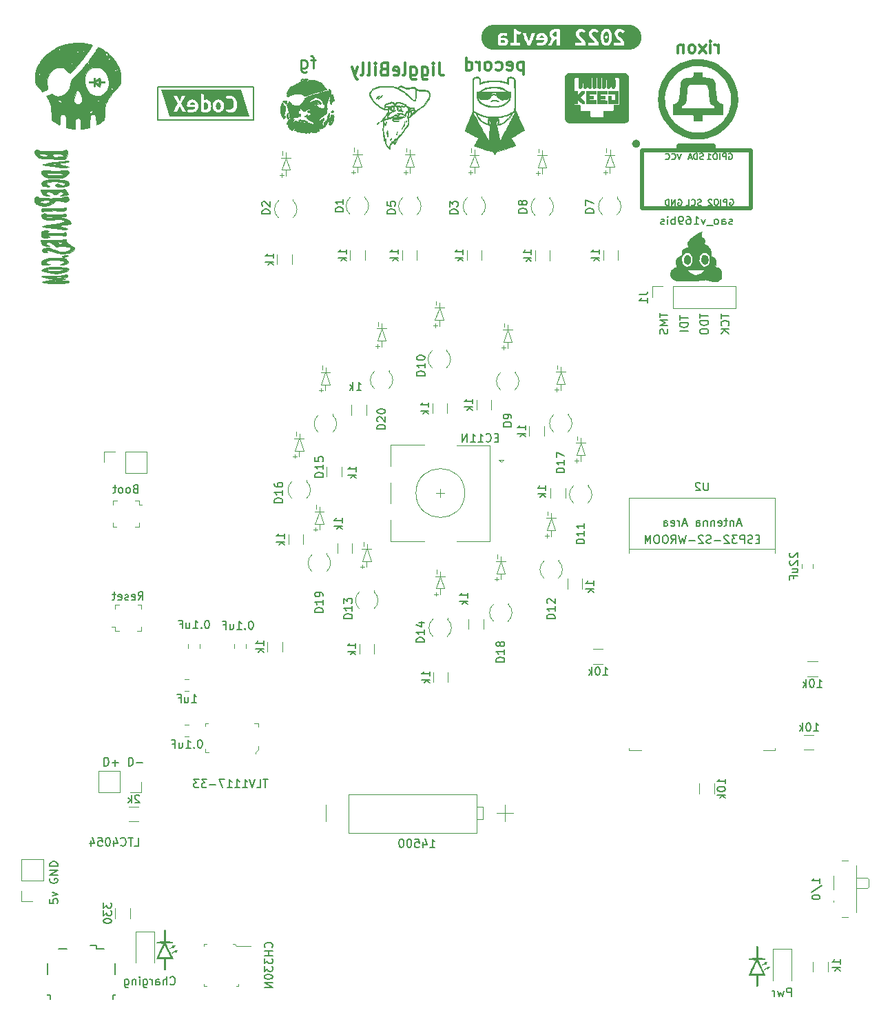
<source format=gbr>
%TF.GenerationSoftware,KiCad,Pcbnew,(6.0.7)*%
%TF.CreationDate,2022-09-02T14:18:50-05:00*%
%TF.ProjectId,BsidesKC-2022-Safe-Badge,42736964-6573-44b4-932d-323032322d53,0-c*%
%TF.SameCoordinates,Original*%
%TF.FileFunction,Legend,Bot*%
%TF.FilePolarity,Positive*%
%FSLAX46Y46*%
G04 Gerber Fmt 4.6, Leading zero omitted, Abs format (unit mm)*
G04 Created by KiCad (PCBNEW (6.0.7)) date 2022-09-02 14:18:50*
%MOMM*%
%LPD*%
G01*
G04 APERTURE LIST*
%ADD10C,0.150000*%
%ADD11C,0.250000*%
%ADD12C,0.300000*%
%ADD13C,0.500000*%
%ADD14C,0.120000*%
%ADD15C,0.010000*%
%ADD16C,0.100000*%
G04 APERTURE END LIST*
D10*
X125374400Y-40970200D02*
X113639600Y-40970200D01*
X113639600Y-40970200D02*
X113639600Y-36931600D01*
X113639600Y-36931600D02*
X125374400Y-36931600D01*
X125374400Y-36931600D02*
X125374400Y-40970200D01*
X177785780Y-64990790D02*
X177785780Y-65562219D01*
X178785780Y-65276504D02*
X177785780Y-65276504D01*
X178785780Y-65895552D02*
X177785780Y-65895552D01*
X177785780Y-66133647D01*
X177833400Y-66276504D01*
X177928638Y-66371742D01*
X178023876Y-66419361D01*
X178214352Y-66466980D01*
X178357209Y-66466980D01*
X178547685Y-66419361D01*
X178642923Y-66371742D01*
X178738161Y-66276504D01*
X178785780Y-66133647D01*
X178785780Y-65895552D01*
X178785780Y-66895552D02*
X177785780Y-66895552D01*
X175296580Y-64681266D02*
X175296580Y-65252695D01*
X176296580Y-64966980D02*
X175296580Y-64966980D01*
X176296580Y-65586028D02*
X175296580Y-65586028D01*
X176010866Y-65919361D01*
X175296580Y-66252695D01*
X176296580Y-66252695D01*
X176248961Y-66681266D02*
X176296580Y-66824123D01*
X176296580Y-67062219D01*
X176248961Y-67157457D01*
X176201342Y-67205076D01*
X176106104Y-67252695D01*
X176010866Y-67252695D01*
X175915628Y-67205076D01*
X175868009Y-67157457D01*
X175820390Y-67062219D01*
X175772771Y-66871742D01*
X175725152Y-66776504D01*
X175677533Y-66728885D01*
X175582295Y-66681266D01*
X175487057Y-66681266D01*
X175391819Y-66728885D01*
X175344200Y-66776504D01*
X175296580Y-66871742D01*
X175296580Y-67109838D01*
X175344200Y-67252695D01*
X180274980Y-64755876D02*
X180274980Y-65327304D01*
X181274980Y-65041590D02*
X180274980Y-65041590D01*
X181274980Y-65660638D02*
X180274980Y-65660638D01*
X180274980Y-65898733D01*
X180322600Y-66041590D01*
X180417838Y-66136828D01*
X180513076Y-66184447D01*
X180703552Y-66232066D01*
X180846409Y-66232066D01*
X181036885Y-66184447D01*
X181132123Y-66136828D01*
X181227361Y-66041590D01*
X181274980Y-65898733D01*
X181274980Y-65660638D01*
X180274980Y-66851114D02*
X180274980Y-67041590D01*
X180322600Y-67136828D01*
X180417838Y-67232066D01*
X180608314Y-67279685D01*
X180941647Y-67279685D01*
X181132123Y-67232066D01*
X181227361Y-67136828D01*
X181274980Y-67041590D01*
X181274980Y-66851114D01*
X181227361Y-66755876D01*
X181132123Y-66660638D01*
X180941647Y-66613019D01*
X180608314Y-66613019D01*
X180417838Y-66660638D01*
X180322600Y-66755876D01*
X180274980Y-66851114D01*
X182840380Y-64779685D02*
X182840380Y-65351114D01*
X183840380Y-65065400D02*
X182840380Y-65065400D01*
X183745142Y-66255876D02*
X183792761Y-66208257D01*
X183840380Y-66065400D01*
X183840380Y-65970161D01*
X183792761Y-65827304D01*
X183697523Y-65732066D01*
X183602285Y-65684447D01*
X183411809Y-65636828D01*
X183268952Y-65636828D01*
X183078476Y-65684447D01*
X182983238Y-65732066D01*
X182888000Y-65827304D01*
X182840380Y-65970161D01*
X182840380Y-66065400D01*
X182888000Y-66208257D01*
X182935619Y-66255876D01*
X183840380Y-66684447D02*
X182840380Y-66684447D01*
X183840380Y-67255876D02*
X183268952Y-66827304D01*
X182840380Y-67255876D02*
X183411809Y-66684447D01*
%TO.C,X1*%
X184242161Y-53765761D02*
X184146923Y-53813380D01*
X183956447Y-53813380D01*
X183861209Y-53765761D01*
X183813590Y-53670523D01*
X183813590Y-53622904D01*
X183861209Y-53527666D01*
X183956447Y-53480047D01*
X184099304Y-53480047D01*
X184194542Y-53432428D01*
X184242161Y-53337190D01*
X184242161Y-53289571D01*
X184194542Y-53194333D01*
X184099304Y-53146714D01*
X183956447Y-53146714D01*
X183861209Y-53194333D01*
X182956447Y-53813380D02*
X182956447Y-53289571D01*
X183004066Y-53194333D01*
X183099304Y-53146714D01*
X183289780Y-53146714D01*
X183385019Y-53194333D01*
X182956447Y-53765761D02*
X183051685Y-53813380D01*
X183289780Y-53813380D01*
X183385019Y-53765761D01*
X183432638Y-53670523D01*
X183432638Y-53575285D01*
X183385019Y-53480047D01*
X183289780Y-53432428D01*
X183051685Y-53432428D01*
X182956447Y-53384809D01*
X182337400Y-53813380D02*
X182432638Y-53765761D01*
X182480257Y-53718142D01*
X182527876Y-53622904D01*
X182527876Y-53337190D01*
X182480257Y-53241952D01*
X182432638Y-53194333D01*
X182337400Y-53146714D01*
X182194542Y-53146714D01*
X182099304Y-53194333D01*
X182051685Y-53241952D01*
X182004066Y-53337190D01*
X182004066Y-53622904D01*
X182051685Y-53718142D01*
X182099304Y-53765761D01*
X182194542Y-53813380D01*
X182337400Y-53813380D01*
X181813590Y-53908619D02*
X181051685Y-53908619D01*
X180908828Y-53146714D02*
X180670733Y-53813380D01*
X180432638Y-53146714D01*
X179527876Y-53813380D02*
X180099304Y-53813380D01*
X179813590Y-53813380D02*
X179813590Y-52813380D01*
X179908828Y-52956238D01*
X180004066Y-53051476D01*
X180099304Y-53099095D01*
X178670733Y-52813380D02*
X178861209Y-52813380D01*
X178956447Y-52861000D01*
X179004066Y-52908619D01*
X179099304Y-53051476D01*
X179146923Y-53241952D01*
X179146923Y-53622904D01*
X179099304Y-53718142D01*
X179051685Y-53765761D01*
X178956447Y-53813380D01*
X178765971Y-53813380D01*
X178670733Y-53765761D01*
X178623114Y-53718142D01*
X178575495Y-53622904D01*
X178575495Y-53384809D01*
X178623114Y-53289571D01*
X178670733Y-53241952D01*
X178765971Y-53194333D01*
X178956447Y-53194333D01*
X179051685Y-53241952D01*
X179099304Y-53289571D01*
X179146923Y-53384809D01*
X178099304Y-53813380D02*
X177908828Y-53813380D01*
X177813590Y-53765761D01*
X177765971Y-53718142D01*
X177670733Y-53575285D01*
X177623114Y-53384809D01*
X177623114Y-53003857D01*
X177670733Y-52908619D01*
X177718352Y-52861000D01*
X177813590Y-52813380D01*
X178004066Y-52813380D01*
X178099304Y-52861000D01*
X178146923Y-52908619D01*
X178194542Y-53003857D01*
X178194542Y-53241952D01*
X178146923Y-53337190D01*
X178099304Y-53384809D01*
X178004066Y-53432428D01*
X177813590Y-53432428D01*
X177718352Y-53384809D01*
X177670733Y-53337190D01*
X177623114Y-53241952D01*
X177194542Y-53813380D02*
X177194542Y-52813380D01*
X177194542Y-53194333D02*
X177099304Y-53146714D01*
X176908828Y-53146714D01*
X176813590Y-53194333D01*
X176765971Y-53241952D01*
X176718352Y-53337190D01*
X176718352Y-53622904D01*
X176765971Y-53718142D01*
X176813590Y-53765761D01*
X176908828Y-53813380D01*
X177099304Y-53813380D01*
X177194542Y-53765761D01*
X176289780Y-53813380D02*
X176289780Y-53146714D01*
X176289780Y-52813380D02*
X176337400Y-52861000D01*
X176289780Y-52908619D01*
X176242161Y-52861000D01*
X176289780Y-52813380D01*
X176289780Y-52908619D01*
X175861209Y-53765761D02*
X175765971Y-53813380D01*
X175575495Y-53813380D01*
X175480257Y-53765761D01*
X175432638Y-53670523D01*
X175432638Y-53622904D01*
X175480257Y-53527666D01*
X175575495Y-53480047D01*
X175718352Y-53480047D01*
X175813590Y-53432428D01*
X175861209Y-53337190D01*
X175861209Y-53289571D01*
X175813590Y-53194333D01*
X175718352Y-53146714D01*
X175575495Y-53146714D01*
X175480257Y-53194333D01*
X177961800Y-45106085D02*
X177711800Y-45856085D01*
X177461800Y-45106085D01*
X176783228Y-45784657D02*
X176818942Y-45820371D01*
X176926085Y-45856085D01*
X176997514Y-45856085D01*
X177104657Y-45820371D01*
X177176085Y-45748942D01*
X177211800Y-45677514D01*
X177247514Y-45534657D01*
X177247514Y-45427514D01*
X177211800Y-45284657D01*
X177176085Y-45213228D01*
X177104657Y-45141800D01*
X176997514Y-45106085D01*
X176926085Y-45106085D01*
X176818942Y-45141800D01*
X176783228Y-45177514D01*
X176033228Y-45784657D02*
X176068942Y-45820371D01*
X176176085Y-45856085D01*
X176247514Y-45856085D01*
X176354657Y-45820371D01*
X176426085Y-45748942D01*
X176461800Y-45677514D01*
X176497514Y-45534657D01*
X176497514Y-45427514D01*
X176461800Y-45284657D01*
X176426085Y-45213228D01*
X176354657Y-45141800D01*
X176247514Y-45106085D01*
X176176085Y-45106085D01*
X176068942Y-45141800D01*
X176033228Y-45177514D01*
X183809342Y-45116400D02*
X183880771Y-45080685D01*
X183987914Y-45080685D01*
X184095057Y-45116400D01*
X184166485Y-45187828D01*
X184202200Y-45259257D01*
X184237914Y-45402114D01*
X184237914Y-45509257D01*
X184202200Y-45652114D01*
X184166485Y-45723542D01*
X184095057Y-45794971D01*
X183987914Y-45830685D01*
X183916485Y-45830685D01*
X183809342Y-45794971D01*
X183773628Y-45759257D01*
X183773628Y-45509257D01*
X183916485Y-45509257D01*
X183452200Y-45830685D02*
X183452200Y-45080685D01*
X183166485Y-45080685D01*
X183095057Y-45116400D01*
X183059342Y-45152114D01*
X183023628Y-45223542D01*
X183023628Y-45330685D01*
X183059342Y-45402114D01*
X183095057Y-45437828D01*
X183166485Y-45473542D01*
X183452200Y-45473542D01*
X182702200Y-45830685D02*
X182702200Y-45080685D01*
X182202200Y-45080685D02*
X182059342Y-45080685D01*
X181987914Y-45116400D01*
X181916485Y-45187828D01*
X181880771Y-45330685D01*
X181880771Y-45580685D01*
X181916485Y-45723542D01*
X181987914Y-45794971D01*
X182059342Y-45830685D01*
X182202200Y-45830685D01*
X182273628Y-45794971D01*
X182345057Y-45723542D01*
X182380771Y-45580685D01*
X182380771Y-45330685D01*
X182345057Y-45187828D01*
X182273628Y-45116400D01*
X182202200Y-45080685D01*
X181166485Y-45830685D02*
X181595057Y-45830685D01*
X181380771Y-45830685D02*
X181380771Y-45080685D01*
X181452200Y-45187828D01*
X181523628Y-45259257D01*
X181595057Y-45294971D01*
X183936342Y-50755200D02*
X184007771Y-50719485D01*
X184114914Y-50719485D01*
X184222057Y-50755200D01*
X184293485Y-50826628D01*
X184329200Y-50898057D01*
X184364914Y-51040914D01*
X184364914Y-51148057D01*
X184329200Y-51290914D01*
X184293485Y-51362342D01*
X184222057Y-51433771D01*
X184114914Y-51469485D01*
X184043485Y-51469485D01*
X183936342Y-51433771D01*
X183900628Y-51398057D01*
X183900628Y-51148057D01*
X184043485Y-51148057D01*
X183579200Y-51469485D02*
X183579200Y-50719485D01*
X183293485Y-50719485D01*
X183222057Y-50755200D01*
X183186342Y-50790914D01*
X183150628Y-50862342D01*
X183150628Y-50969485D01*
X183186342Y-51040914D01*
X183222057Y-51076628D01*
X183293485Y-51112342D01*
X183579200Y-51112342D01*
X182829200Y-51469485D02*
X182829200Y-50719485D01*
X182329200Y-50719485D02*
X182186342Y-50719485D01*
X182114914Y-50755200D01*
X182043485Y-50826628D01*
X182007771Y-50969485D01*
X182007771Y-51219485D01*
X182043485Y-51362342D01*
X182114914Y-51433771D01*
X182186342Y-51469485D01*
X182329200Y-51469485D01*
X182400628Y-51433771D01*
X182472057Y-51362342D01*
X182507771Y-51219485D01*
X182507771Y-50969485D01*
X182472057Y-50826628D01*
X182400628Y-50755200D01*
X182329200Y-50719485D01*
X181722057Y-50790914D02*
X181686342Y-50755200D01*
X181614914Y-50719485D01*
X181436342Y-50719485D01*
X181364914Y-50755200D01*
X181329200Y-50790914D01*
X181293485Y-50862342D01*
X181293485Y-50933771D01*
X181329200Y-51040914D01*
X181757771Y-51469485D01*
X181293485Y-51469485D01*
X180666514Y-45794971D02*
X180559371Y-45830685D01*
X180380800Y-45830685D01*
X180309371Y-45794971D01*
X180273657Y-45759257D01*
X180237942Y-45687828D01*
X180237942Y-45616400D01*
X180273657Y-45544971D01*
X180309371Y-45509257D01*
X180380800Y-45473542D01*
X180523657Y-45437828D01*
X180595085Y-45402114D01*
X180630800Y-45366400D01*
X180666514Y-45294971D01*
X180666514Y-45223542D01*
X180630800Y-45152114D01*
X180595085Y-45116400D01*
X180523657Y-45080685D01*
X180345085Y-45080685D01*
X180237942Y-45116400D01*
X179916514Y-45830685D02*
X179916514Y-45080685D01*
X179737942Y-45080685D01*
X179630800Y-45116400D01*
X179559371Y-45187828D01*
X179523657Y-45259257D01*
X179487942Y-45402114D01*
X179487942Y-45509257D01*
X179523657Y-45652114D01*
X179559371Y-45723542D01*
X179630800Y-45794971D01*
X179737942Y-45830685D01*
X179916514Y-45830685D01*
X179202228Y-45616400D02*
X178845085Y-45616400D01*
X179273657Y-45830685D02*
X179023657Y-45080685D01*
X178773657Y-45830685D01*
X177584028Y-50780600D02*
X177655457Y-50744885D01*
X177762600Y-50744885D01*
X177869742Y-50780600D01*
X177941171Y-50852028D01*
X177976885Y-50923457D01*
X178012600Y-51066314D01*
X178012600Y-51173457D01*
X177976885Y-51316314D01*
X177941171Y-51387742D01*
X177869742Y-51459171D01*
X177762600Y-51494885D01*
X177691171Y-51494885D01*
X177584028Y-51459171D01*
X177548314Y-51423457D01*
X177548314Y-51173457D01*
X177691171Y-51173457D01*
X177226885Y-51494885D02*
X177226885Y-50744885D01*
X176798314Y-51494885D01*
X176798314Y-50744885D01*
X176441171Y-51494885D02*
X176441171Y-50744885D01*
X176262600Y-50744885D01*
X176155457Y-50780600D01*
X176084028Y-50852028D01*
X176048314Y-50923457D01*
X176012600Y-51066314D01*
X176012600Y-51173457D01*
X176048314Y-51316314D01*
X176084028Y-51387742D01*
X176155457Y-51459171D01*
X176262600Y-51494885D01*
X176441171Y-51494885D01*
X180394657Y-51459171D02*
X180287514Y-51494885D01*
X180108942Y-51494885D01*
X180037514Y-51459171D01*
X180001800Y-51423457D01*
X179966085Y-51352028D01*
X179966085Y-51280600D01*
X180001800Y-51209171D01*
X180037514Y-51173457D01*
X180108942Y-51137742D01*
X180251800Y-51102028D01*
X180323228Y-51066314D01*
X180358942Y-51030600D01*
X180394657Y-50959171D01*
X180394657Y-50887742D01*
X180358942Y-50816314D01*
X180323228Y-50780600D01*
X180251800Y-50744885D01*
X180073228Y-50744885D01*
X179966085Y-50780600D01*
X179216085Y-51423457D02*
X179251800Y-51459171D01*
X179358942Y-51494885D01*
X179430371Y-51494885D01*
X179537514Y-51459171D01*
X179608942Y-51387742D01*
X179644657Y-51316314D01*
X179680371Y-51173457D01*
X179680371Y-51066314D01*
X179644657Y-50923457D01*
X179608942Y-50852028D01*
X179537514Y-50780600D01*
X179430371Y-50744885D01*
X179358942Y-50744885D01*
X179251800Y-50780600D01*
X179216085Y-50816314D01*
X178537514Y-51494885D02*
X178894657Y-51494885D01*
X178894657Y-50744885D01*
%TO.C,D2*%
X127426980Y-52528695D02*
X126426980Y-52528695D01*
X126426980Y-52290600D01*
X126474600Y-52147742D01*
X126569838Y-52052504D01*
X126665076Y-52004885D01*
X126855552Y-51957266D01*
X126998409Y-51957266D01*
X127188885Y-52004885D01*
X127284123Y-52052504D01*
X127379361Y-52147742D01*
X127426980Y-52290600D01*
X127426980Y-52528695D01*
X126522219Y-51576314D02*
X126474600Y-51528695D01*
X126426980Y-51433457D01*
X126426980Y-51195361D01*
X126474600Y-51100123D01*
X126522219Y-51052504D01*
X126617457Y-51004885D01*
X126712695Y-51004885D01*
X126855552Y-51052504D01*
X127426980Y-51623933D01*
X127426980Y-51004885D01*
%TO.C,D8*%
X158973780Y-52401695D02*
X157973780Y-52401695D01*
X157973780Y-52163600D01*
X158021400Y-52020742D01*
X158116638Y-51925504D01*
X158211876Y-51877885D01*
X158402352Y-51830266D01*
X158545209Y-51830266D01*
X158735685Y-51877885D01*
X158830923Y-51925504D01*
X158926161Y-52020742D01*
X158973780Y-52163600D01*
X158973780Y-52401695D01*
X158402352Y-51258838D02*
X158354733Y-51354076D01*
X158307114Y-51401695D01*
X158211876Y-51449314D01*
X158164257Y-51449314D01*
X158069019Y-51401695D01*
X158021400Y-51354076D01*
X157973780Y-51258838D01*
X157973780Y-51068361D01*
X158021400Y-50973123D01*
X158069019Y-50925504D01*
X158164257Y-50877885D01*
X158211876Y-50877885D01*
X158307114Y-50925504D01*
X158354733Y-50973123D01*
X158402352Y-51068361D01*
X158402352Y-51258838D01*
X158449971Y-51354076D01*
X158497590Y-51401695D01*
X158592828Y-51449314D01*
X158783304Y-51449314D01*
X158878542Y-51401695D01*
X158926161Y-51354076D01*
X158973780Y-51258838D01*
X158973780Y-51068361D01*
X158926161Y-50973123D01*
X158878542Y-50925504D01*
X158783304Y-50877885D01*
X158592828Y-50877885D01*
X158497590Y-50925504D01*
X158449971Y-50973123D01*
X158402352Y-51068361D01*
%TO.C,D1*%
X136418580Y-52274695D02*
X135418580Y-52274695D01*
X135418580Y-52036600D01*
X135466200Y-51893742D01*
X135561438Y-51798504D01*
X135656676Y-51750885D01*
X135847152Y-51703266D01*
X135990009Y-51703266D01*
X136180485Y-51750885D01*
X136275723Y-51798504D01*
X136370961Y-51893742D01*
X136418580Y-52036600D01*
X136418580Y-52274695D01*
X136418580Y-50750885D02*
X136418580Y-51322314D01*
X136418580Y-51036600D02*
X135418580Y-51036600D01*
X135561438Y-51131838D01*
X135656676Y-51227076D01*
X135704295Y-51322314D01*
D11*
%TO.C,G\u002A\u002A\u002A*%
X132991620Y-33629868D02*
X132404953Y-33629868D01*
X132771620Y-34656534D02*
X132771620Y-33336534D01*
X132698286Y-33189868D01*
X132551620Y-33116534D01*
X132404953Y-33116534D01*
X131231620Y-33629868D02*
X131231620Y-34876534D01*
X131304953Y-35023201D01*
X131378286Y-35096534D01*
X131524953Y-35169868D01*
X131744953Y-35169868D01*
X131891620Y-35096534D01*
X131231620Y-34583201D02*
X131378286Y-34656534D01*
X131671620Y-34656534D01*
X131818286Y-34583201D01*
X131891620Y-34509868D01*
X131964953Y-34363201D01*
X131964953Y-33923201D01*
X131891620Y-33776534D01*
X131818286Y-33703201D01*
X131671620Y-33629868D01*
X131378286Y-33629868D01*
X131231620Y-33703201D01*
D10*
%TO.C,D13*%
X137510780Y-102204685D02*
X136510780Y-102204685D01*
X136510780Y-101966590D01*
X136558400Y-101823733D01*
X136653638Y-101728495D01*
X136748876Y-101680876D01*
X136939352Y-101633257D01*
X137082209Y-101633257D01*
X137272685Y-101680876D01*
X137367923Y-101728495D01*
X137463161Y-101823733D01*
X137510780Y-101966590D01*
X137510780Y-102204685D01*
X137510780Y-100680876D02*
X137510780Y-101252304D01*
X137510780Y-100966590D02*
X136510780Y-100966590D01*
X136653638Y-101061828D01*
X136748876Y-101157066D01*
X136796495Y-101252304D01*
X136510780Y-100347542D02*
X136510780Y-99728495D01*
X136891733Y-100061828D01*
X136891733Y-99918971D01*
X136939352Y-99823733D01*
X136986971Y-99776114D01*
X137082209Y-99728495D01*
X137320304Y-99728495D01*
X137415542Y-99776114D01*
X137463161Y-99823733D01*
X137510780Y-99918971D01*
X137510780Y-100204685D01*
X137463161Y-100299923D01*
X137415542Y-100347542D01*
%TO.C,D16*%
X128950980Y-87980685D02*
X127950980Y-87980685D01*
X127950980Y-87742590D01*
X127998600Y-87599733D01*
X128093838Y-87504495D01*
X128189076Y-87456876D01*
X128379552Y-87409257D01*
X128522409Y-87409257D01*
X128712885Y-87456876D01*
X128808123Y-87504495D01*
X128903361Y-87599733D01*
X128950980Y-87742590D01*
X128950980Y-87980685D01*
X128950980Y-86456876D02*
X128950980Y-87028304D01*
X128950980Y-86742590D02*
X127950980Y-86742590D01*
X128093838Y-86837828D01*
X128189076Y-86933066D01*
X128236695Y-87028304D01*
X127950980Y-85599733D02*
X127950980Y-85790209D01*
X127998600Y-85885447D01*
X128046219Y-85933066D01*
X128189076Y-86028304D01*
X128379552Y-86075923D01*
X128760504Y-86075923D01*
X128855742Y-86028304D01*
X128903361Y-85980685D01*
X128950980Y-85885447D01*
X128950980Y-85694971D01*
X128903361Y-85599733D01*
X128855742Y-85552114D01*
X128760504Y-85504495D01*
X128522409Y-85504495D01*
X128427171Y-85552114D01*
X128379552Y-85599733D01*
X128331933Y-85694971D01*
X128331933Y-85885447D01*
X128379552Y-85980685D01*
X128427171Y-86028304D01*
X128522409Y-86075923D01*
D12*
%TO.C,G\u002A\u002A\u002A*%
X158561600Y-33858400D02*
X158561600Y-35398400D01*
X158561600Y-33931733D02*
X158414933Y-33858400D01*
X158121600Y-33858400D01*
X157974933Y-33931733D01*
X157901600Y-34005066D01*
X157828266Y-34151733D01*
X157828266Y-34591733D01*
X157901600Y-34738400D01*
X157974933Y-34811733D01*
X158121600Y-34885066D01*
X158414933Y-34885066D01*
X158561600Y-34811733D01*
X156581600Y-34811733D02*
X156728266Y-34885066D01*
X157021600Y-34885066D01*
X157168266Y-34811733D01*
X157241600Y-34665066D01*
X157241600Y-34078400D01*
X157168266Y-33931733D01*
X157021600Y-33858400D01*
X156728266Y-33858400D01*
X156581600Y-33931733D01*
X156508266Y-34078400D01*
X156508266Y-34225066D01*
X157241600Y-34371733D01*
X155188266Y-34811733D02*
X155334933Y-34885066D01*
X155628266Y-34885066D01*
X155774933Y-34811733D01*
X155848266Y-34738400D01*
X155921600Y-34591733D01*
X155921600Y-34151733D01*
X155848266Y-34005066D01*
X155774933Y-33931733D01*
X155628266Y-33858400D01*
X155334933Y-33858400D01*
X155188266Y-33931733D01*
X154308266Y-34885066D02*
X154454933Y-34811733D01*
X154528266Y-34738400D01*
X154601600Y-34591733D01*
X154601600Y-34151733D01*
X154528266Y-34005066D01*
X154454933Y-33931733D01*
X154308266Y-33858400D01*
X154088266Y-33858400D01*
X153941600Y-33931733D01*
X153868266Y-34005066D01*
X153794933Y-34151733D01*
X153794933Y-34591733D01*
X153868266Y-34738400D01*
X153941600Y-34811733D01*
X154088266Y-34885066D01*
X154308266Y-34885066D01*
X153134933Y-34885066D02*
X153134933Y-33858400D01*
X153134933Y-34151733D02*
X153061600Y-34005066D01*
X152988266Y-33931733D01*
X152841600Y-33858400D01*
X152694933Y-33858400D01*
X151521600Y-34885066D02*
X151521600Y-33345066D01*
X151521600Y-34811733D02*
X151668266Y-34885066D01*
X151961600Y-34885066D01*
X152108266Y-34811733D01*
X152181600Y-34738400D01*
X152254933Y-34591733D01*
X152254933Y-34151733D01*
X152181600Y-34005066D01*
X152108266Y-33931733D01*
X151961600Y-33858400D01*
X151668266Y-33858400D01*
X151521600Y-33931733D01*
D10*
%TO.C,D19*%
X133927380Y-101440285D02*
X132927380Y-101440285D01*
X132927380Y-101202190D01*
X132975000Y-101059333D01*
X133070238Y-100964095D01*
X133165476Y-100916476D01*
X133355952Y-100868857D01*
X133498809Y-100868857D01*
X133689285Y-100916476D01*
X133784523Y-100964095D01*
X133879761Y-101059333D01*
X133927380Y-101202190D01*
X133927380Y-101440285D01*
X133927380Y-99916476D02*
X133927380Y-100487904D01*
X133927380Y-100202190D02*
X132927380Y-100202190D01*
X133070238Y-100297428D01*
X133165476Y-100392666D01*
X133213095Y-100487904D01*
X133927380Y-99440285D02*
X133927380Y-99249809D01*
X133879761Y-99154571D01*
X133832142Y-99106952D01*
X133689285Y-99011714D01*
X133498809Y-98964095D01*
X133117857Y-98964095D01*
X133022619Y-99011714D01*
X132975000Y-99059333D01*
X132927380Y-99154571D01*
X132927380Y-99345047D01*
X132975000Y-99440285D01*
X133022619Y-99487904D01*
X133117857Y-99535523D01*
X133355952Y-99535523D01*
X133451190Y-99487904D01*
X133498809Y-99440285D01*
X133546428Y-99345047D01*
X133546428Y-99154571D01*
X133498809Y-99059333D01*
X133451190Y-99011714D01*
X133355952Y-98964095D01*
%TO.C,D9*%
X157077380Y-78639095D02*
X156077380Y-78639095D01*
X156077380Y-78401000D01*
X156125000Y-78258142D01*
X156220238Y-78162904D01*
X156315476Y-78115285D01*
X156505952Y-78067666D01*
X156648809Y-78067666D01*
X156839285Y-78115285D01*
X156934523Y-78162904D01*
X157029761Y-78258142D01*
X157077380Y-78401000D01*
X157077380Y-78639095D01*
X157077380Y-77591476D02*
X157077380Y-77401000D01*
X157029761Y-77305761D01*
X156982142Y-77258142D01*
X156839285Y-77162904D01*
X156648809Y-77115285D01*
X156267857Y-77115285D01*
X156172619Y-77162904D01*
X156125000Y-77210523D01*
X156077380Y-77305761D01*
X156077380Y-77496238D01*
X156125000Y-77591476D01*
X156172619Y-77639095D01*
X156267857Y-77686714D01*
X156505952Y-77686714D01*
X156601190Y-77639095D01*
X156648809Y-77591476D01*
X156696428Y-77496238D01*
X156696428Y-77305761D01*
X156648809Y-77210523D01*
X156601190Y-77162904D01*
X156505952Y-77115285D01*
D12*
%TO.C,G\u002A\u002A\u002A*%
X148210305Y-34000707D02*
X148210305Y-35089279D01*
X148282876Y-35306993D01*
X148428019Y-35452136D01*
X148645733Y-35524707D01*
X148790876Y-35524707D01*
X147484590Y-35524707D02*
X147484590Y-34508707D01*
X147484590Y-34000707D02*
X147557162Y-34073279D01*
X147484590Y-34145850D01*
X147412019Y-34073279D01*
X147484590Y-34000707D01*
X147484590Y-34145850D01*
X146105733Y-34508707D02*
X146105733Y-35742421D01*
X146178305Y-35887564D01*
X146250876Y-35960136D01*
X146396019Y-36032707D01*
X146613733Y-36032707D01*
X146758876Y-35960136D01*
X146105733Y-35452136D02*
X146250876Y-35524707D01*
X146541162Y-35524707D01*
X146686305Y-35452136D01*
X146758876Y-35379564D01*
X146831447Y-35234421D01*
X146831447Y-34798993D01*
X146758876Y-34653850D01*
X146686305Y-34581279D01*
X146541162Y-34508707D01*
X146250876Y-34508707D01*
X146105733Y-34581279D01*
X144726876Y-34508707D02*
X144726876Y-35742421D01*
X144799447Y-35887564D01*
X144872019Y-35960136D01*
X145017162Y-36032707D01*
X145234876Y-36032707D01*
X145380019Y-35960136D01*
X144726876Y-35452136D02*
X144872019Y-35524707D01*
X145162305Y-35524707D01*
X145307447Y-35452136D01*
X145380019Y-35379564D01*
X145452590Y-35234421D01*
X145452590Y-34798993D01*
X145380019Y-34653850D01*
X145307447Y-34581279D01*
X145162305Y-34508707D01*
X144872019Y-34508707D01*
X144726876Y-34581279D01*
X143783447Y-35524707D02*
X143928590Y-35452136D01*
X144001162Y-35306993D01*
X144001162Y-34000707D01*
X142622305Y-35452136D02*
X142767447Y-35524707D01*
X143057733Y-35524707D01*
X143202876Y-35452136D01*
X143275447Y-35306993D01*
X143275447Y-34726421D01*
X143202876Y-34581279D01*
X143057733Y-34508707D01*
X142767447Y-34508707D01*
X142622305Y-34581279D01*
X142549733Y-34726421D01*
X142549733Y-34871564D01*
X143275447Y-35016707D01*
X141388590Y-34726421D02*
X141170876Y-34798993D01*
X141098305Y-34871564D01*
X141025733Y-35016707D01*
X141025733Y-35234421D01*
X141098305Y-35379564D01*
X141170876Y-35452136D01*
X141316019Y-35524707D01*
X141896590Y-35524707D01*
X141896590Y-34000707D01*
X141388590Y-34000707D01*
X141243447Y-34073279D01*
X141170876Y-34145850D01*
X141098305Y-34290993D01*
X141098305Y-34436136D01*
X141170876Y-34581279D01*
X141243447Y-34653850D01*
X141388590Y-34726421D01*
X141896590Y-34726421D01*
X140372590Y-35524707D02*
X140372590Y-34508707D01*
X140372590Y-34000707D02*
X140445162Y-34073279D01*
X140372590Y-34145850D01*
X140300019Y-34073279D01*
X140372590Y-34000707D01*
X140372590Y-34145850D01*
X139429162Y-35524707D02*
X139574305Y-35452136D01*
X139646876Y-35306993D01*
X139646876Y-34000707D01*
X138630876Y-35524707D02*
X138776019Y-35452136D01*
X138848590Y-35306993D01*
X138848590Y-34000707D01*
X138195447Y-34508707D02*
X137832590Y-35524707D01*
X137469733Y-34508707D02*
X137832590Y-35524707D01*
X137977733Y-35887564D01*
X138050305Y-35960136D01*
X138195447Y-36032707D01*
D10*
%TO.C,D20*%
X141577380Y-78965285D02*
X140577380Y-78965285D01*
X140577380Y-78727190D01*
X140625000Y-78584333D01*
X140720238Y-78489095D01*
X140815476Y-78441476D01*
X141005952Y-78393857D01*
X141148809Y-78393857D01*
X141339285Y-78441476D01*
X141434523Y-78489095D01*
X141529761Y-78584333D01*
X141577380Y-78727190D01*
X141577380Y-78965285D01*
X140672619Y-78012904D02*
X140625000Y-77965285D01*
X140577380Y-77870047D01*
X140577380Y-77631952D01*
X140625000Y-77536714D01*
X140672619Y-77489095D01*
X140767857Y-77441476D01*
X140863095Y-77441476D01*
X141005952Y-77489095D01*
X141577380Y-78060523D01*
X141577380Y-77441476D01*
X140577380Y-76822428D02*
X140577380Y-76727190D01*
X140625000Y-76631952D01*
X140672619Y-76584333D01*
X140767857Y-76536714D01*
X140958333Y-76489095D01*
X141196428Y-76489095D01*
X141386904Y-76536714D01*
X141482142Y-76584333D01*
X141529761Y-76631952D01*
X141577380Y-76727190D01*
X141577380Y-76822428D01*
X141529761Y-76917666D01*
X141482142Y-76965285D01*
X141386904Y-77012904D01*
X141196428Y-77060523D01*
X140958333Y-77060523D01*
X140767857Y-77012904D01*
X140672619Y-76965285D01*
X140625000Y-76917666D01*
X140577380Y-76822428D01*
%TO.C,D7*%
X167203380Y-52401695D02*
X166203380Y-52401695D01*
X166203380Y-52163600D01*
X166251000Y-52020742D01*
X166346238Y-51925504D01*
X166441476Y-51877885D01*
X166631952Y-51830266D01*
X166774809Y-51830266D01*
X166965285Y-51877885D01*
X167060523Y-51925504D01*
X167155761Y-52020742D01*
X167203380Y-52163600D01*
X167203380Y-52401695D01*
X166203380Y-51496933D02*
X166203380Y-50830266D01*
X167203380Y-51258838D01*
%TO.C,D14*%
X146375380Y-105100285D02*
X145375380Y-105100285D01*
X145375380Y-104862190D01*
X145423000Y-104719333D01*
X145518238Y-104624095D01*
X145613476Y-104576476D01*
X145803952Y-104528857D01*
X145946809Y-104528857D01*
X146137285Y-104576476D01*
X146232523Y-104624095D01*
X146327761Y-104719333D01*
X146375380Y-104862190D01*
X146375380Y-105100285D01*
X146375380Y-103576476D02*
X146375380Y-104147904D01*
X146375380Y-103862190D02*
X145375380Y-103862190D01*
X145518238Y-103957428D01*
X145613476Y-104052666D01*
X145661095Y-104147904D01*
X145708714Y-102719333D02*
X146375380Y-102719333D01*
X145327761Y-102957428D02*
X146042047Y-103195523D01*
X146042047Y-102576476D01*
%TO.C,D18*%
X156227380Y-107540285D02*
X155227380Y-107540285D01*
X155227380Y-107302190D01*
X155275000Y-107159333D01*
X155370238Y-107064095D01*
X155465476Y-107016476D01*
X155655952Y-106968857D01*
X155798809Y-106968857D01*
X155989285Y-107016476D01*
X156084523Y-107064095D01*
X156179761Y-107159333D01*
X156227380Y-107302190D01*
X156227380Y-107540285D01*
X156227380Y-106016476D02*
X156227380Y-106587904D01*
X156227380Y-106302190D02*
X155227380Y-106302190D01*
X155370238Y-106397428D01*
X155465476Y-106492666D01*
X155513095Y-106587904D01*
X155655952Y-105445047D02*
X155608333Y-105540285D01*
X155560714Y-105587904D01*
X155465476Y-105635523D01*
X155417857Y-105635523D01*
X155322619Y-105587904D01*
X155275000Y-105540285D01*
X155227380Y-105445047D01*
X155227380Y-105254571D01*
X155275000Y-105159333D01*
X155322619Y-105111714D01*
X155417857Y-105064095D01*
X155465476Y-105064095D01*
X155560714Y-105111714D01*
X155608333Y-105159333D01*
X155655952Y-105254571D01*
X155655952Y-105445047D01*
X155703571Y-105540285D01*
X155751190Y-105587904D01*
X155846428Y-105635523D01*
X156036904Y-105635523D01*
X156132142Y-105587904D01*
X156179761Y-105540285D01*
X156227380Y-105445047D01*
X156227380Y-105254571D01*
X156179761Y-105159333D01*
X156132142Y-105111714D01*
X156036904Y-105064095D01*
X155846428Y-105064095D01*
X155751190Y-105111714D01*
X155703571Y-105159333D01*
X155655952Y-105254571D01*
%TO.C,D10*%
X146426180Y-72385085D02*
X145426180Y-72385085D01*
X145426180Y-72146990D01*
X145473800Y-72004133D01*
X145569038Y-71908895D01*
X145664276Y-71861276D01*
X145854752Y-71813657D01*
X145997609Y-71813657D01*
X146188085Y-71861276D01*
X146283323Y-71908895D01*
X146378561Y-72004133D01*
X146426180Y-72146990D01*
X146426180Y-72385085D01*
X146426180Y-70861276D02*
X146426180Y-71432704D01*
X146426180Y-71146990D02*
X145426180Y-71146990D01*
X145569038Y-71242228D01*
X145664276Y-71337466D01*
X145711895Y-71432704D01*
X145426180Y-70242228D02*
X145426180Y-70146990D01*
X145473800Y-70051752D01*
X145521419Y-70004133D01*
X145616657Y-69956514D01*
X145807133Y-69908895D01*
X146045228Y-69908895D01*
X146235704Y-69956514D01*
X146330942Y-70004133D01*
X146378561Y-70051752D01*
X146426180Y-70146990D01*
X146426180Y-70242228D01*
X146378561Y-70337466D01*
X146330942Y-70385085D01*
X146235704Y-70432704D01*
X146045228Y-70480323D01*
X145807133Y-70480323D01*
X145616657Y-70432704D01*
X145521419Y-70385085D01*
X145473800Y-70337466D01*
X145426180Y-70242228D01*
D12*
%TO.C,G\u002A\u002A\u002A*%
X182502628Y-32769628D02*
X182502628Y-31753628D01*
X182502628Y-32043914D02*
X182430057Y-31898771D01*
X182357485Y-31826200D01*
X182212342Y-31753628D01*
X182067200Y-31753628D01*
X181559200Y-32769628D02*
X181559200Y-31753628D01*
X181559200Y-31245628D02*
X181631771Y-31318200D01*
X181559200Y-31390771D01*
X181486628Y-31318200D01*
X181559200Y-31245628D01*
X181559200Y-31390771D01*
X180978628Y-32769628D02*
X180180342Y-31753628D01*
X180978628Y-31753628D02*
X180180342Y-32769628D01*
X179382057Y-32769628D02*
X179527200Y-32697057D01*
X179599771Y-32624485D01*
X179672342Y-32479342D01*
X179672342Y-32043914D01*
X179599771Y-31898771D01*
X179527200Y-31826200D01*
X179382057Y-31753628D01*
X179164342Y-31753628D01*
X179019200Y-31826200D01*
X178946628Y-31898771D01*
X178874057Y-32043914D01*
X178874057Y-32479342D01*
X178946628Y-32624485D01*
X179019200Y-32697057D01*
X179164342Y-32769628D01*
X179382057Y-32769628D01*
X178220914Y-31753628D02*
X178220914Y-32769628D01*
X178220914Y-31898771D02*
X178148342Y-31826200D01*
X178003200Y-31753628D01*
X177785485Y-31753628D01*
X177640342Y-31826200D01*
X177567771Y-31971342D01*
X177567771Y-32769628D01*
D10*
%TO.C,D17*%
X163602380Y-84290285D02*
X162602380Y-84290285D01*
X162602380Y-84052190D01*
X162650000Y-83909333D01*
X162745238Y-83814095D01*
X162840476Y-83766476D01*
X163030952Y-83718857D01*
X163173809Y-83718857D01*
X163364285Y-83766476D01*
X163459523Y-83814095D01*
X163554761Y-83909333D01*
X163602380Y-84052190D01*
X163602380Y-84290285D01*
X163602380Y-82766476D02*
X163602380Y-83337904D01*
X163602380Y-83052190D02*
X162602380Y-83052190D01*
X162745238Y-83147428D01*
X162840476Y-83242666D01*
X162888095Y-83337904D01*
X162602380Y-82433142D02*
X162602380Y-81766476D01*
X163602380Y-82195047D01*
%TO.C,D5*%
X142819380Y-52503295D02*
X141819380Y-52503295D01*
X141819380Y-52265200D01*
X141867000Y-52122342D01*
X141962238Y-52027104D01*
X142057476Y-51979485D01*
X142247952Y-51931866D01*
X142390809Y-51931866D01*
X142581285Y-51979485D01*
X142676523Y-52027104D01*
X142771761Y-52122342D01*
X142819380Y-52265200D01*
X142819380Y-52503295D01*
X141819380Y-51027104D02*
X141819380Y-51503295D01*
X142295571Y-51550914D01*
X142247952Y-51503295D01*
X142200333Y-51408057D01*
X142200333Y-51169961D01*
X142247952Y-51074723D01*
X142295571Y-51027104D01*
X142390809Y-50979485D01*
X142628904Y-50979485D01*
X142724142Y-51027104D01*
X142771761Y-51074723D01*
X142819380Y-51169961D01*
X142819380Y-51408057D01*
X142771761Y-51503295D01*
X142724142Y-51550914D01*
%TO.C,D12*%
X162427380Y-102240285D02*
X161427380Y-102240285D01*
X161427380Y-102002190D01*
X161475000Y-101859333D01*
X161570238Y-101764095D01*
X161665476Y-101716476D01*
X161855952Y-101668857D01*
X161998809Y-101668857D01*
X162189285Y-101716476D01*
X162284523Y-101764095D01*
X162379761Y-101859333D01*
X162427380Y-102002190D01*
X162427380Y-102240285D01*
X162427380Y-100716476D02*
X162427380Y-101287904D01*
X162427380Y-101002190D02*
X161427380Y-101002190D01*
X161570238Y-101097428D01*
X161665476Y-101192666D01*
X161713095Y-101287904D01*
X161522619Y-100335523D02*
X161475000Y-100287904D01*
X161427380Y-100192666D01*
X161427380Y-99954571D01*
X161475000Y-99859333D01*
X161522619Y-99811714D01*
X161617857Y-99764095D01*
X161713095Y-99764095D01*
X161855952Y-99811714D01*
X162427380Y-100383142D01*
X162427380Y-99764095D01*
%TO.C,D11*%
X166052380Y-93015285D02*
X165052380Y-93015285D01*
X165052380Y-92777190D01*
X165100000Y-92634333D01*
X165195238Y-92539095D01*
X165290476Y-92491476D01*
X165480952Y-92443857D01*
X165623809Y-92443857D01*
X165814285Y-92491476D01*
X165909523Y-92539095D01*
X166004761Y-92634333D01*
X166052380Y-92777190D01*
X166052380Y-93015285D01*
X166052380Y-91491476D02*
X166052380Y-92062904D01*
X166052380Y-91777190D02*
X165052380Y-91777190D01*
X165195238Y-91872428D01*
X165290476Y-91967666D01*
X165338095Y-92062904D01*
X166052380Y-90539095D02*
X166052380Y-91110523D01*
X166052380Y-90824809D02*
X165052380Y-90824809D01*
X165195238Y-90920047D01*
X165290476Y-91015285D01*
X165338095Y-91110523D01*
%TO.C,D3*%
X150490180Y-52528695D02*
X149490180Y-52528695D01*
X149490180Y-52290600D01*
X149537800Y-52147742D01*
X149633038Y-52052504D01*
X149728276Y-52004885D01*
X149918752Y-51957266D01*
X150061609Y-51957266D01*
X150252085Y-52004885D01*
X150347323Y-52052504D01*
X150442561Y-52147742D01*
X150490180Y-52290600D01*
X150490180Y-52528695D01*
X149490180Y-51623933D02*
X149490180Y-51004885D01*
X149871133Y-51338219D01*
X149871133Y-51195361D01*
X149918752Y-51100123D01*
X149966371Y-51052504D01*
X150061609Y-51004885D01*
X150299704Y-51004885D01*
X150394942Y-51052504D01*
X150442561Y-51100123D01*
X150490180Y-51195361D01*
X150490180Y-51481076D01*
X150442561Y-51576314D01*
X150394942Y-51623933D01*
%TO.C,D15*%
X133954780Y-84831085D02*
X132954780Y-84831085D01*
X132954780Y-84592990D01*
X133002400Y-84450133D01*
X133097638Y-84354895D01*
X133192876Y-84307276D01*
X133383352Y-84259657D01*
X133526209Y-84259657D01*
X133716685Y-84307276D01*
X133811923Y-84354895D01*
X133907161Y-84450133D01*
X133954780Y-84592990D01*
X133954780Y-84831085D01*
X133954780Y-83307276D02*
X133954780Y-83878704D01*
X133954780Y-83592990D02*
X132954780Y-83592990D01*
X133097638Y-83688228D01*
X133192876Y-83783466D01*
X133240495Y-83878704D01*
X132954780Y-82402514D02*
X132954780Y-82878704D01*
X133430971Y-82926323D01*
X133383352Y-82878704D01*
X133335733Y-82783466D01*
X133335733Y-82545371D01*
X133383352Y-82450133D01*
X133430971Y-82402514D01*
X133526209Y-82354895D01*
X133764304Y-82354895D01*
X133859542Y-82402514D01*
X133907161Y-82450133D01*
X133954780Y-82545371D01*
X133954780Y-82783466D01*
X133907161Y-82878704D01*
X133859542Y-82926323D01*
%TO.C,D6*%
X191468238Y-148585180D02*
X191468238Y-147585180D01*
X191087285Y-147585180D01*
X190992047Y-147632800D01*
X190944428Y-147680419D01*
X190896809Y-147775657D01*
X190896809Y-147918514D01*
X190944428Y-148013752D01*
X190992047Y-148061371D01*
X191087285Y-148108990D01*
X191468238Y-148108990D01*
X190563476Y-147918514D02*
X190373000Y-148585180D01*
X190182523Y-148108990D01*
X189992047Y-148585180D01*
X189801571Y-147918514D01*
X189420619Y-148585180D02*
X189420619Y-147918514D01*
X189420619Y-148108990D02*
X189373000Y-148013752D01*
X189325380Y-147966133D01*
X189230142Y-147918514D01*
X189134904Y-147918514D01*
%TO.C,D4*%
X115149000Y-147092942D02*
X115196619Y-147140561D01*
X115339476Y-147188180D01*
X115434714Y-147188180D01*
X115577571Y-147140561D01*
X115672809Y-147045323D01*
X115720428Y-146950085D01*
X115768047Y-146759609D01*
X115768047Y-146616752D01*
X115720428Y-146426276D01*
X115672809Y-146331038D01*
X115577571Y-146235800D01*
X115434714Y-146188180D01*
X115339476Y-146188180D01*
X115196619Y-146235800D01*
X115149000Y-146283419D01*
X114720428Y-147188180D02*
X114720428Y-146188180D01*
X114291857Y-147188180D02*
X114291857Y-146664371D01*
X114339476Y-146569133D01*
X114434714Y-146521514D01*
X114577571Y-146521514D01*
X114672809Y-146569133D01*
X114720428Y-146616752D01*
X113387095Y-147188180D02*
X113387095Y-146664371D01*
X113434714Y-146569133D01*
X113529952Y-146521514D01*
X113720428Y-146521514D01*
X113815666Y-146569133D01*
X113387095Y-147140561D02*
X113482333Y-147188180D01*
X113720428Y-147188180D01*
X113815666Y-147140561D01*
X113863285Y-147045323D01*
X113863285Y-146950085D01*
X113815666Y-146854847D01*
X113720428Y-146807228D01*
X113482333Y-146807228D01*
X113387095Y-146759609D01*
X112910904Y-147188180D02*
X112910904Y-146521514D01*
X112910904Y-146711990D02*
X112863285Y-146616752D01*
X112815666Y-146569133D01*
X112720428Y-146521514D01*
X112625190Y-146521514D01*
X111863285Y-146521514D02*
X111863285Y-147331038D01*
X111910904Y-147426276D01*
X111958523Y-147473895D01*
X112053761Y-147521514D01*
X112196619Y-147521514D01*
X112291857Y-147473895D01*
X111863285Y-147140561D02*
X111958523Y-147188180D01*
X112149000Y-147188180D01*
X112244238Y-147140561D01*
X112291857Y-147092942D01*
X112339476Y-146997704D01*
X112339476Y-146711990D01*
X112291857Y-146616752D01*
X112244238Y-146569133D01*
X112149000Y-146521514D01*
X111958523Y-146521514D01*
X111863285Y-146569133D01*
X111387095Y-147188180D02*
X111387095Y-146521514D01*
X111387095Y-146188180D02*
X111434714Y-146235800D01*
X111387095Y-146283419D01*
X111339476Y-146235800D01*
X111387095Y-146188180D01*
X111387095Y-146283419D01*
X110910904Y-146521514D02*
X110910904Y-147188180D01*
X110910904Y-146616752D02*
X110863285Y-146569133D01*
X110768047Y-146521514D01*
X110625190Y-146521514D01*
X110529952Y-146569133D01*
X110482333Y-146664371D01*
X110482333Y-147188180D01*
X109577571Y-146521514D02*
X109577571Y-147331038D01*
X109625190Y-147426276D01*
X109672809Y-147473895D01*
X109768047Y-147521514D01*
X109910904Y-147521514D01*
X110006142Y-147473895D01*
X109577571Y-147140561D02*
X109672809Y-147188180D01*
X109863285Y-147188180D01*
X109958523Y-147140561D01*
X110006142Y-147092942D01*
X110053761Y-146997704D01*
X110053761Y-146711990D01*
X110006142Y-146616752D01*
X109958523Y-146569133D01*
X109863285Y-146521514D01*
X109672809Y-146521514D01*
X109577571Y-146569133D01*
%TO.C,R3*%
X111365476Y-123952619D02*
X111317857Y-123905000D01*
X111222619Y-123857380D01*
X110984523Y-123857380D01*
X110889285Y-123905000D01*
X110841666Y-123952619D01*
X110794047Y-124047857D01*
X110794047Y-124143095D01*
X110841666Y-124285952D01*
X111413095Y-124857380D01*
X110794047Y-124857380D01*
X110365476Y-124857380D02*
X110365476Y-123857380D01*
X110270238Y-124476428D02*
X109984523Y-124857380D01*
X109984523Y-124190714D02*
X110365476Y-124571666D01*
%TO.C,J5*%
X100341180Y-136667619D02*
X100341180Y-137143809D01*
X100817371Y-137191428D01*
X100769752Y-137143809D01*
X100722133Y-137048571D01*
X100722133Y-136810476D01*
X100769752Y-136715238D01*
X100817371Y-136667619D01*
X100912609Y-136620000D01*
X101150704Y-136620000D01*
X101245942Y-136667619D01*
X101293561Y-136715238D01*
X101341180Y-136810476D01*
X101341180Y-137048571D01*
X101293561Y-137143809D01*
X101245942Y-137191428D01*
X100674514Y-136286666D02*
X101341180Y-136048571D01*
X100674514Y-135810476D01*
X100388800Y-134143809D02*
X100341180Y-134239047D01*
X100341180Y-134381904D01*
X100388800Y-134524761D01*
X100484038Y-134620000D01*
X100579276Y-134667619D01*
X100769752Y-134715238D01*
X100912609Y-134715238D01*
X101103085Y-134667619D01*
X101198323Y-134620000D01*
X101293561Y-134524761D01*
X101341180Y-134381904D01*
X101341180Y-134286666D01*
X101293561Y-134143809D01*
X101245942Y-134096190D01*
X100912609Y-134096190D01*
X100912609Y-134286666D01*
X101341180Y-133667619D02*
X100341180Y-133667619D01*
X101341180Y-133096190D01*
X100341180Y-133096190D01*
X101341180Y-132620000D02*
X100341180Y-132620000D01*
X100341180Y-132381904D01*
X100388800Y-132239047D01*
X100484038Y-132143809D01*
X100579276Y-132096190D01*
X100769752Y-132048571D01*
X100912609Y-132048571D01*
X101103085Y-132096190D01*
X101198323Y-132143809D01*
X101293561Y-132239047D01*
X101341180Y-132381904D01*
X101341180Y-132620000D01*
%TO.C,R16*%
X168336838Y-109155580D02*
X168908266Y-109155580D01*
X168622552Y-109155580D02*
X168622552Y-108155580D01*
X168717790Y-108298438D01*
X168813028Y-108393676D01*
X168908266Y-108441295D01*
X167717790Y-108155580D02*
X167622552Y-108155580D01*
X167527314Y-108203200D01*
X167479695Y-108250819D01*
X167432076Y-108346057D01*
X167384457Y-108536533D01*
X167384457Y-108774628D01*
X167432076Y-108965104D01*
X167479695Y-109060342D01*
X167527314Y-109107961D01*
X167622552Y-109155580D01*
X167717790Y-109155580D01*
X167813028Y-109107961D01*
X167860647Y-109060342D01*
X167908266Y-108965104D01*
X167955885Y-108774628D01*
X167955885Y-108536533D01*
X167908266Y-108346057D01*
X167860647Y-108250819D01*
X167813028Y-108203200D01*
X167717790Y-108155580D01*
X166955885Y-109155580D02*
X166955885Y-108155580D01*
X166860647Y-108774628D02*
X166574933Y-109155580D01*
X166574933Y-108488914D02*
X166955885Y-108869866D01*
%TO.C,R10*%
X152327780Y-75826952D02*
X152327780Y-75255523D01*
X152327780Y-75541238D02*
X151327780Y-75541238D01*
X151470638Y-75446000D01*
X151565876Y-75350761D01*
X151613495Y-75255523D01*
X152327780Y-76255523D02*
X151327780Y-76255523D01*
X151946828Y-76350761D02*
X152327780Y-76636476D01*
X151661114Y-76636476D02*
X152042066Y-76255523D01*
%TO.C,U4*%
X127145238Y-121977380D02*
X126573809Y-121977380D01*
X126859523Y-122977380D02*
X126859523Y-121977380D01*
X125764285Y-122977380D02*
X126240476Y-122977380D01*
X126240476Y-121977380D01*
X125573809Y-121977380D02*
X125240476Y-122977380D01*
X124907142Y-121977380D01*
X124050000Y-122977380D02*
X124621428Y-122977380D01*
X124335714Y-122977380D02*
X124335714Y-121977380D01*
X124430952Y-122120238D01*
X124526190Y-122215476D01*
X124621428Y-122263095D01*
X123097619Y-122977380D02*
X123669047Y-122977380D01*
X123383333Y-122977380D02*
X123383333Y-121977380D01*
X123478571Y-122120238D01*
X123573809Y-122215476D01*
X123669047Y-122263095D01*
X122145238Y-122977380D02*
X122716666Y-122977380D01*
X122430952Y-122977380D02*
X122430952Y-121977380D01*
X122526190Y-122120238D01*
X122621428Y-122215476D01*
X122716666Y-122263095D01*
X121811904Y-121977380D02*
X121145238Y-121977380D01*
X121573809Y-122977380D01*
X120764285Y-122596428D02*
X120002380Y-122596428D01*
X119621428Y-121977380D02*
X119002380Y-121977380D01*
X119335714Y-122358333D01*
X119192857Y-122358333D01*
X119097619Y-122405952D01*
X119050000Y-122453571D01*
X119002380Y-122548809D01*
X119002380Y-122786904D01*
X119050000Y-122882142D01*
X119097619Y-122929761D01*
X119192857Y-122977380D01*
X119478571Y-122977380D01*
X119573809Y-122929761D01*
X119621428Y-122882142D01*
X118669047Y-121977380D02*
X118050000Y-121977380D01*
X118383333Y-122358333D01*
X118240476Y-122358333D01*
X118145238Y-122405952D01*
X118097619Y-122453571D01*
X118050000Y-122548809D01*
X118050000Y-122786904D01*
X118097619Y-122882142D01*
X118145238Y-122929761D01*
X118240476Y-122977380D01*
X118526190Y-122977380D01*
X118621428Y-122929761D01*
X118669047Y-122882142D01*
%TO.C,R15*%
X147019180Y-109278752D02*
X147019180Y-108707323D01*
X147019180Y-108993038D02*
X146019180Y-108993038D01*
X146162038Y-108897800D01*
X146257276Y-108802561D01*
X146304895Y-108707323D01*
X147019180Y-109707323D02*
X146019180Y-109707323D01*
X146638228Y-109802561D02*
X147019180Y-110088276D01*
X146352514Y-110088276D02*
X146733466Y-109707323D01*
%TO.C,SW_Reset1*%
X111220095Y-99930380D02*
X111553428Y-99454190D01*
X111791523Y-99930380D02*
X111791523Y-98930380D01*
X111410571Y-98930380D01*
X111315333Y-98978000D01*
X111267714Y-99025619D01*
X111220095Y-99120857D01*
X111220095Y-99263714D01*
X111267714Y-99358952D01*
X111315333Y-99406571D01*
X111410571Y-99454190D01*
X111791523Y-99454190D01*
X110410571Y-99882761D02*
X110505809Y-99930380D01*
X110696285Y-99930380D01*
X110791523Y-99882761D01*
X110839142Y-99787523D01*
X110839142Y-99406571D01*
X110791523Y-99311333D01*
X110696285Y-99263714D01*
X110505809Y-99263714D01*
X110410571Y-99311333D01*
X110362952Y-99406571D01*
X110362952Y-99501809D01*
X110839142Y-99597047D01*
X109982000Y-99882761D02*
X109886761Y-99930380D01*
X109696285Y-99930380D01*
X109601047Y-99882761D01*
X109553428Y-99787523D01*
X109553428Y-99739904D01*
X109601047Y-99644666D01*
X109696285Y-99597047D01*
X109839142Y-99597047D01*
X109934380Y-99549428D01*
X109982000Y-99454190D01*
X109982000Y-99406571D01*
X109934380Y-99311333D01*
X109839142Y-99263714D01*
X109696285Y-99263714D01*
X109601047Y-99311333D01*
X108743904Y-99882761D02*
X108839142Y-99930380D01*
X109029619Y-99930380D01*
X109124857Y-99882761D01*
X109172476Y-99787523D01*
X109172476Y-99406571D01*
X109124857Y-99311333D01*
X109029619Y-99263714D01*
X108839142Y-99263714D01*
X108743904Y-99311333D01*
X108696285Y-99406571D01*
X108696285Y-99501809D01*
X109172476Y-99597047D01*
X108410571Y-99263714D02*
X108029619Y-99263714D01*
X108267714Y-98930380D02*
X108267714Y-99787523D01*
X108220095Y-99882761D01*
X108124857Y-99930380D01*
X108029619Y-99930380D01*
%TO.C,1/0*%
X195016780Y-134693114D02*
X195016780Y-134121685D01*
X195016780Y-134407400D02*
X194016780Y-134407400D01*
X194159638Y-134312161D01*
X194254876Y-134216923D01*
X194302495Y-134121685D01*
X193969161Y-135835971D02*
X195254876Y-134978828D01*
X194016780Y-136359780D02*
X194016780Y-136455019D01*
X194064400Y-136550257D01*
X194112019Y-136597876D01*
X194207257Y-136645495D01*
X194397733Y-136693114D01*
X194635828Y-136693114D01*
X194826304Y-136645495D01*
X194921542Y-136597876D01*
X194969161Y-136550257D01*
X195016780Y-136455019D01*
X195016780Y-136359780D01*
X194969161Y-136264542D01*
X194921542Y-136216923D01*
X194826304Y-136169304D01*
X194635828Y-136121685D01*
X194397733Y-136121685D01*
X194207257Y-136169304D01*
X194112019Y-136216923D01*
X194064400Y-136264542D01*
X194016780Y-136359780D01*
%TO.C,SW2*%
X110847047Y-86263171D02*
X110704190Y-86310790D01*
X110656571Y-86358409D01*
X110608952Y-86453647D01*
X110608952Y-86596504D01*
X110656571Y-86691742D01*
X110704190Y-86739361D01*
X110799428Y-86786980D01*
X111180380Y-86786980D01*
X111180380Y-85786980D01*
X110847047Y-85786980D01*
X110751809Y-85834600D01*
X110704190Y-85882219D01*
X110656571Y-85977457D01*
X110656571Y-86072695D01*
X110704190Y-86167933D01*
X110751809Y-86215552D01*
X110847047Y-86263171D01*
X111180380Y-86263171D01*
X110037523Y-86786980D02*
X110132761Y-86739361D01*
X110180380Y-86691742D01*
X110228000Y-86596504D01*
X110228000Y-86310790D01*
X110180380Y-86215552D01*
X110132761Y-86167933D01*
X110037523Y-86120314D01*
X109894666Y-86120314D01*
X109799428Y-86167933D01*
X109751809Y-86215552D01*
X109704190Y-86310790D01*
X109704190Y-86596504D01*
X109751809Y-86691742D01*
X109799428Y-86739361D01*
X109894666Y-86786980D01*
X110037523Y-86786980D01*
X109132761Y-86786980D02*
X109228000Y-86739361D01*
X109275619Y-86691742D01*
X109323238Y-86596504D01*
X109323238Y-86310790D01*
X109275619Y-86215552D01*
X109228000Y-86167933D01*
X109132761Y-86120314D01*
X108989904Y-86120314D01*
X108894666Y-86167933D01*
X108847047Y-86215552D01*
X108799428Y-86310790D01*
X108799428Y-86596504D01*
X108847047Y-86691742D01*
X108894666Y-86739361D01*
X108989904Y-86786980D01*
X109132761Y-86786980D01*
X108513714Y-86120314D02*
X108132761Y-86120314D01*
X108370857Y-85786980D02*
X108370857Y-86644123D01*
X108323238Y-86739361D01*
X108228000Y-86786980D01*
X108132761Y-86786980D01*
%TO.C,J3*%
X107016847Y-120289580D02*
X107016847Y-119289580D01*
X107254942Y-119289580D01*
X107397800Y-119337200D01*
X107493038Y-119432438D01*
X107540657Y-119527676D01*
X107588276Y-119718152D01*
X107588276Y-119861009D01*
X107540657Y-120051485D01*
X107493038Y-120146723D01*
X107397800Y-120241961D01*
X107254942Y-120289580D01*
X107016847Y-120289580D01*
X108016847Y-119908628D02*
X108778752Y-119908628D01*
X108397800Y-120289580D02*
X108397800Y-119527676D01*
X110016847Y-120289580D02*
X110016847Y-119289580D01*
X110254942Y-119289580D01*
X110397800Y-119337200D01*
X110493038Y-119432438D01*
X110540657Y-119527676D01*
X110588276Y-119718152D01*
X110588276Y-119861009D01*
X110540657Y-120051485D01*
X110493038Y-120146723D01*
X110397800Y-120241961D01*
X110254942Y-120289580D01*
X110016847Y-120289580D01*
X111016847Y-119908628D02*
X111778752Y-119908628D01*
%TO.C,R20*%
X158830180Y-79052752D02*
X158830180Y-78481323D01*
X158830180Y-78767038D02*
X157830180Y-78767038D01*
X157973038Y-78671800D01*
X158068276Y-78576561D01*
X158115895Y-78481323D01*
X158830180Y-79481323D02*
X157830180Y-79481323D01*
X158449228Y-79576561D02*
X158830180Y-79862276D01*
X158163514Y-79862276D02*
X158544466Y-79481323D01*
%TO.C,R6*%
X197505580Y-144635552D02*
X197505580Y-144064123D01*
X197505580Y-144349838D02*
X196505580Y-144349838D01*
X196648438Y-144254600D01*
X196743676Y-144159361D01*
X196791295Y-144064123D01*
X197505580Y-145064123D02*
X196505580Y-145064123D01*
X197124628Y-145159361D02*
X197505580Y-145445076D01*
X196838914Y-145445076D02*
X197219866Y-145064123D01*
%TO.C,C2*%
X191347619Y-94132142D02*
X191300000Y-94179761D01*
X191252380Y-94275000D01*
X191252380Y-94513095D01*
X191300000Y-94608333D01*
X191347619Y-94655952D01*
X191442857Y-94703571D01*
X191538095Y-94703571D01*
X191680952Y-94655952D01*
X192252380Y-94084523D01*
X192252380Y-94703571D01*
X191347619Y-95084523D02*
X191300000Y-95132142D01*
X191252380Y-95227380D01*
X191252380Y-95465476D01*
X191300000Y-95560714D01*
X191347619Y-95608333D01*
X191442857Y-95655952D01*
X191538095Y-95655952D01*
X191680952Y-95608333D01*
X192252380Y-95036904D01*
X192252380Y-95655952D01*
X191585714Y-96513095D02*
X192252380Y-96513095D01*
X191585714Y-96084523D02*
X192109523Y-96084523D01*
X192204761Y-96132142D01*
X192252380Y-96227380D01*
X192252380Y-96370238D01*
X192204761Y-96465476D01*
X192157142Y-96513095D01*
X191728571Y-97322619D02*
X191728571Y-96989285D01*
X192252380Y-96989285D02*
X191252380Y-96989285D01*
X191252380Y-97465476D01*
%TO.C,R24*%
X138041047Y-74163180D02*
X138612476Y-74163180D01*
X138326761Y-74163180D02*
X138326761Y-73163180D01*
X138422000Y-73306038D01*
X138517238Y-73401276D01*
X138612476Y-73448895D01*
X137612476Y-74163180D02*
X137612476Y-73163180D01*
X137517238Y-73782228D02*
X137231523Y-74163180D01*
X137231523Y-73496514D02*
X137612476Y-73877466D01*
%TO.C,R22*%
X151683980Y-99652152D02*
X151683980Y-99080723D01*
X151683980Y-99366438D02*
X150683980Y-99366438D01*
X150826838Y-99271200D01*
X150922076Y-99175961D01*
X150969695Y-99080723D01*
X151683980Y-100080723D02*
X150683980Y-100080723D01*
X151303028Y-100175961D02*
X151683980Y-100461676D01*
X151017314Y-100461676D02*
X151398266Y-100080723D01*
%TO.C,U2*%
X181279704Y-85501780D02*
X181279704Y-86311304D01*
X181232085Y-86406542D01*
X181184466Y-86454161D01*
X181089228Y-86501780D01*
X180898752Y-86501780D01*
X180803514Y-86454161D01*
X180755895Y-86406542D01*
X180708276Y-86311304D01*
X180708276Y-85501780D01*
X180279704Y-85597019D02*
X180232085Y-85549400D01*
X180136847Y-85501780D01*
X179898752Y-85501780D01*
X179803514Y-85549400D01*
X179755895Y-85597019D01*
X179708276Y-85692257D01*
X179708276Y-85787495D01*
X179755895Y-85930352D01*
X180327323Y-86501780D01*
X179708276Y-86501780D01*
X187567009Y-92460771D02*
X187233676Y-92460771D01*
X187090819Y-92984580D02*
X187567009Y-92984580D01*
X187567009Y-91984580D01*
X187090819Y-91984580D01*
X186709866Y-92936961D02*
X186567009Y-92984580D01*
X186328914Y-92984580D01*
X186233676Y-92936961D01*
X186186057Y-92889342D01*
X186138438Y-92794104D01*
X186138438Y-92698866D01*
X186186057Y-92603628D01*
X186233676Y-92556009D01*
X186328914Y-92508390D01*
X186519390Y-92460771D01*
X186614628Y-92413152D01*
X186662247Y-92365533D01*
X186709866Y-92270295D01*
X186709866Y-92175057D01*
X186662247Y-92079819D01*
X186614628Y-92032200D01*
X186519390Y-91984580D01*
X186281295Y-91984580D01*
X186138438Y-92032200D01*
X185709866Y-92984580D02*
X185709866Y-91984580D01*
X185328914Y-91984580D01*
X185233676Y-92032200D01*
X185186057Y-92079819D01*
X185138438Y-92175057D01*
X185138438Y-92317914D01*
X185186057Y-92413152D01*
X185233676Y-92460771D01*
X185328914Y-92508390D01*
X185709866Y-92508390D01*
X184805104Y-91984580D02*
X184186057Y-91984580D01*
X184519390Y-92365533D01*
X184376533Y-92365533D01*
X184281295Y-92413152D01*
X184233676Y-92460771D01*
X184186057Y-92556009D01*
X184186057Y-92794104D01*
X184233676Y-92889342D01*
X184281295Y-92936961D01*
X184376533Y-92984580D01*
X184662247Y-92984580D01*
X184757485Y-92936961D01*
X184805104Y-92889342D01*
X183805104Y-92079819D02*
X183757485Y-92032200D01*
X183662247Y-91984580D01*
X183424152Y-91984580D01*
X183328914Y-92032200D01*
X183281295Y-92079819D01*
X183233676Y-92175057D01*
X183233676Y-92270295D01*
X183281295Y-92413152D01*
X183852723Y-92984580D01*
X183233676Y-92984580D01*
X182805104Y-92603628D02*
X182043200Y-92603628D01*
X181614628Y-92936961D02*
X181471771Y-92984580D01*
X181233676Y-92984580D01*
X181138438Y-92936961D01*
X181090819Y-92889342D01*
X181043200Y-92794104D01*
X181043200Y-92698866D01*
X181090819Y-92603628D01*
X181138438Y-92556009D01*
X181233676Y-92508390D01*
X181424152Y-92460771D01*
X181519390Y-92413152D01*
X181567009Y-92365533D01*
X181614628Y-92270295D01*
X181614628Y-92175057D01*
X181567009Y-92079819D01*
X181519390Y-92032200D01*
X181424152Y-91984580D01*
X181186057Y-91984580D01*
X181043200Y-92032200D01*
X180662247Y-92079819D02*
X180614628Y-92032200D01*
X180519390Y-91984580D01*
X180281295Y-91984580D01*
X180186057Y-92032200D01*
X180138438Y-92079819D01*
X180090819Y-92175057D01*
X180090819Y-92270295D01*
X180138438Y-92413152D01*
X180709866Y-92984580D01*
X180090819Y-92984580D01*
X179662247Y-92603628D02*
X178900342Y-92603628D01*
X178519390Y-91984580D02*
X178281295Y-92984580D01*
X178090819Y-92270295D01*
X177900342Y-92984580D01*
X177662247Y-91984580D01*
X176709866Y-92984580D02*
X177043200Y-92508390D01*
X177281295Y-92984580D02*
X177281295Y-91984580D01*
X176900342Y-91984580D01*
X176805104Y-92032200D01*
X176757485Y-92079819D01*
X176709866Y-92175057D01*
X176709866Y-92317914D01*
X176757485Y-92413152D01*
X176805104Y-92460771D01*
X176900342Y-92508390D01*
X177281295Y-92508390D01*
X176090819Y-91984580D02*
X175900342Y-91984580D01*
X175805104Y-92032200D01*
X175709866Y-92127438D01*
X175662247Y-92317914D01*
X175662247Y-92651247D01*
X175709866Y-92841723D01*
X175805104Y-92936961D01*
X175900342Y-92984580D01*
X176090819Y-92984580D01*
X176186057Y-92936961D01*
X176281295Y-92841723D01*
X176328914Y-92651247D01*
X176328914Y-92317914D01*
X176281295Y-92127438D01*
X176186057Y-92032200D01*
X176090819Y-91984580D01*
X175043200Y-91984580D02*
X174852723Y-91984580D01*
X174757485Y-92032200D01*
X174662247Y-92127438D01*
X174614628Y-92317914D01*
X174614628Y-92651247D01*
X174662247Y-92841723D01*
X174757485Y-92936961D01*
X174852723Y-92984580D01*
X175043200Y-92984580D01*
X175138438Y-92936961D01*
X175233676Y-92841723D01*
X175281295Y-92651247D01*
X175281295Y-92317914D01*
X175233676Y-92127438D01*
X175138438Y-92032200D01*
X175043200Y-91984580D01*
X174186057Y-92984580D02*
X174186057Y-91984580D01*
X173852723Y-92698866D01*
X173519390Y-91984580D01*
X173519390Y-92984580D01*
X185279704Y-90566066D02*
X184803514Y-90566066D01*
X185374942Y-90851780D02*
X185041609Y-89851780D01*
X184708276Y-90851780D01*
X184374942Y-90185114D02*
X184374942Y-90851780D01*
X184374942Y-90280352D02*
X184327323Y-90232733D01*
X184232085Y-90185114D01*
X184089228Y-90185114D01*
X183993990Y-90232733D01*
X183946371Y-90327971D01*
X183946371Y-90851780D01*
X183613038Y-90185114D02*
X183232085Y-90185114D01*
X183470180Y-89851780D02*
X183470180Y-90708923D01*
X183422561Y-90804161D01*
X183327323Y-90851780D01*
X183232085Y-90851780D01*
X182517800Y-90804161D02*
X182613038Y-90851780D01*
X182803514Y-90851780D01*
X182898752Y-90804161D01*
X182946371Y-90708923D01*
X182946371Y-90327971D01*
X182898752Y-90232733D01*
X182803514Y-90185114D01*
X182613038Y-90185114D01*
X182517800Y-90232733D01*
X182470180Y-90327971D01*
X182470180Y-90423209D01*
X182946371Y-90518447D01*
X182041609Y-90185114D02*
X182041609Y-90851780D01*
X182041609Y-90280352D02*
X181993990Y-90232733D01*
X181898752Y-90185114D01*
X181755895Y-90185114D01*
X181660657Y-90232733D01*
X181613038Y-90327971D01*
X181613038Y-90851780D01*
X181136847Y-90185114D02*
X181136847Y-90851780D01*
X181136847Y-90280352D02*
X181089228Y-90232733D01*
X180993990Y-90185114D01*
X180851133Y-90185114D01*
X180755895Y-90232733D01*
X180708276Y-90327971D01*
X180708276Y-90851780D01*
X179803514Y-90851780D02*
X179803514Y-90327971D01*
X179851133Y-90232733D01*
X179946371Y-90185114D01*
X180136847Y-90185114D01*
X180232085Y-90232733D01*
X179803514Y-90804161D02*
X179898752Y-90851780D01*
X180136847Y-90851780D01*
X180232085Y-90804161D01*
X180279704Y-90708923D01*
X180279704Y-90613685D01*
X180232085Y-90518447D01*
X180136847Y-90470828D01*
X179898752Y-90470828D01*
X179803514Y-90423209D01*
X178613038Y-90566066D02*
X178136847Y-90566066D01*
X178708276Y-90851780D02*
X178374942Y-89851780D01*
X178041609Y-90851780D01*
X177708276Y-90851780D02*
X177708276Y-90185114D01*
X177708276Y-90375590D02*
X177660657Y-90280352D01*
X177613038Y-90232733D01*
X177517800Y-90185114D01*
X177422561Y-90185114D01*
X176708276Y-90804161D02*
X176803514Y-90851780D01*
X176993990Y-90851780D01*
X177089228Y-90804161D01*
X177136847Y-90708923D01*
X177136847Y-90327971D01*
X177089228Y-90232733D01*
X176993990Y-90185114D01*
X176803514Y-90185114D01*
X176708276Y-90232733D01*
X176660657Y-90327971D01*
X176660657Y-90423209D01*
X177136847Y-90518447D01*
X175803514Y-90851780D02*
X175803514Y-90327971D01*
X175851133Y-90232733D01*
X175946371Y-90185114D01*
X176136847Y-90185114D01*
X176232085Y-90232733D01*
X175803514Y-90804161D02*
X175898752Y-90851780D01*
X176136847Y-90851780D01*
X176232085Y-90804161D01*
X176279704Y-90708923D01*
X176279704Y-90613685D01*
X176232085Y-90518447D01*
X176136847Y-90470828D01*
X175898752Y-90470828D01*
X175803514Y-90423209D01*
%TO.C,R2*%
X127842180Y-57970752D02*
X127842180Y-57399323D01*
X127842180Y-57685038D02*
X126842180Y-57685038D01*
X126985038Y-57589800D01*
X127080276Y-57494561D01*
X127127895Y-57399323D01*
X127842180Y-58399323D02*
X126842180Y-58399323D01*
X127461228Y-58494561D02*
X127842180Y-58780276D01*
X127175514Y-58780276D02*
X127556466Y-58399323D01*
%TO.C,R19*%
X129213780Y-92362352D02*
X129213780Y-91790923D01*
X129213780Y-92076638D02*
X128213780Y-92076638D01*
X128356638Y-91981400D01*
X128451876Y-91886161D01*
X128499495Y-91790923D01*
X129213780Y-92790923D02*
X128213780Y-92790923D01*
X128832828Y-92886161D02*
X129213780Y-93171876D01*
X128547114Y-93171876D02*
X128928066Y-92790923D01*
%TO.C,R25*%
X183372380Y-122479761D02*
X183372380Y-121908333D01*
X183372380Y-122194047D02*
X182372380Y-122194047D01*
X182515238Y-122098809D01*
X182610476Y-122003571D01*
X182658095Y-121908333D01*
X182372380Y-123098809D02*
X182372380Y-123194047D01*
X182420000Y-123289285D01*
X182467619Y-123336904D01*
X182562857Y-123384523D01*
X182753333Y-123432142D01*
X182991428Y-123432142D01*
X183181904Y-123384523D01*
X183277142Y-123336904D01*
X183324761Y-123289285D01*
X183372380Y-123194047D01*
X183372380Y-123098809D01*
X183324761Y-123003571D01*
X183277142Y-122955952D01*
X183181904Y-122908333D01*
X182991428Y-122860714D01*
X182753333Y-122860714D01*
X182562857Y-122908333D01*
X182467619Y-122955952D01*
X182420000Y-123003571D01*
X182372380Y-123098809D01*
X183372380Y-123860714D02*
X182372380Y-123860714D01*
X182991428Y-123955952D02*
X183372380Y-124241666D01*
X182705714Y-124241666D02*
X183086666Y-123860714D01*
%TO.C,R17*%
X194244838Y-116031180D02*
X194816266Y-116031180D01*
X194530552Y-116031180D02*
X194530552Y-115031180D01*
X194625790Y-115174038D01*
X194721028Y-115269276D01*
X194816266Y-115316895D01*
X193625790Y-115031180D02*
X193530552Y-115031180D01*
X193435314Y-115078800D01*
X193387695Y-115126419D01*
X193340076Y-115221657D01*
X193292457Y-115412133D01*
X193292457Y-115650228D01*
X193340076Y-115840704D01*
X193387695Y-115935942D01*
X193435314Y-115983561D01*
X193530552Y-116031180D01*
X193625790Y-116031180D01*
X193721028Y-115983561D01*
X193768647Y-115935942D01*
X193816266Y-115840704D01*
X193863885Y-115650228D01*
X193863885Y-115412133D01*
X193816266Y-115221657D01*
X193768647Y-115126419D01*
X193721028Y-115078800D01*
X193625790Y-115031180D01*
X192863885Y-116031180D02*
X192863885Y-115031180D01*
X192768647Y-115650228D02*
X192482933Y-116031180D01*
X192482933Y-115364514D02*
X192863885Y-115745466D01*
%TO.C,R13*%
X167203380Y-98153552D02*
X167203380Y-97582123D01*
X167203380Y-97867838D02*
X166203380Y-97867838D01*
X166346238Y-97772600D01*
X166441476Y-97677361D01*
X166489095Y-97582123D01*
X167203380Y-98582123D02*
X166203380Y-98582123D01*
X166822428Y-98677361D02*
X167203380Y-98963076D01*
X166536714Y-98963076D02*
X166917666Y-98582123D01*
%TO.C,R26*%
X126639580Y-105519552D02*
X126639580Y-104948123D01*
X126639580Y-105233838D02*
X125639580Y-105233838D01*
X125782438Y-105138600D01*
X125877676Y-105043361D01*
X125925295Y-104948123D01*
X126639580Y-105948123D02*
X125639580Y-105948123D01*
X126258628Y-106043361D02*
X126639580Y-106329076D01*
X125972914Y-106329076D02*
X126353866Y-105948123D01*
%TO.C,14500*%
X147084847Y-130297180D02*
X147656276Y-130297180D01*
X147370561Y-130297180D02*
X147370561Y-129297180D01*
X147465800Y-129440038D01*
X147561038Y-129535276D01*
X147656276Y-129582895D01*
X146227704Y-129630514D02*
X146227704Y-130297180D01*
X146465800Y-129249561D02*
X146703895Y-129963847D01*
X146084847Y-129963847D01*
X145227704Y-129297180D02*
X145703895Y-129297180D01*
X145751514Y-129773371D01*
X145703895Y-129725752D01*
X145608657Y-129678133D01*
X145370561Y-129678133D01*
X145275323Y-129725752D01*
X145227704Y-129773371D01*
X145180085Y-129868609D01*
X145180085Y-130106704D01*
X145227704Y-130201942D01*
X145275323Y-130249561D01*
X145370561Y-130297180D01*
X145608657Y-130297180D01*
X145703895Y-130249561D01*
X145751514Y-130201942D01*
X144561038Y-129297180D02*
X144465800Y-129297180D01*
X144370561Y-129344800D01*
X144322942Y-129392419D01*
X144275323Y-129487657D01*
X144227704Y-129678133D01*
X144227704Y-129916228D01*
X144275323Y-130106704D01*
X144322942Y-130201942D01*
X144370561Y-130249561D01*
X144465800Y-130297180D01*
X144561038Y-130297180D01*
X144656276Y-130249561D01*
X144703895Y-130201942D01*
X144751514Y-130106704D01*
X144799133Y-129916228D01*
X144799133Y-129678133D01*
X144751514Y-129487657D01*
X144703895Y-129392419D01*
X144656276Y-129344800D01*
X144561038Y-129297180D01*
X143608657Y-129297180D02*
X143513419Y-129297180D01*
X143418180Y-129344800D01*
X143370561Y-129392419D01*
X143322942Y-129487657D01*
X143275323Y-129678133D01*
X143275323Y-129916228D01*
X143322942Y-130106704D01*
X143370561Y-130201942D01*
X143418180Y-130249561D01*
X143513419Y-130297180D01*
X143608657Y-130297180D01*
X143703895Y-130249561D01*
X143751514Y-130201942D01*
X143799133Y-130106704D01*
X143846752Y-129916228D01*
X143846752Y-129678133D01*
X143799133Y-129487657D01*
X143751514Y-129392419D01*
X143703895Y-129344800D01*
X143608657Y-129297180D01*
%TO.C,R1*%
X136808380Y-57462752D02*
X136808380Y-56891323D01*
X136808380Y-57177038D02*
X135808380Y-57177038D01*
X135951238Y-57081800D01*
X136046476Y-56986561D01*
X136094095Y-56891323D01*
X136808380Y-57891323D02*
X135808380Y-57891323D01*
X136427428Y-57986561D02*
X136808380Y-58272276D01*
X136141714Y-58272276D02*
X136522666Y-57891323D01*
%TO.C,R12*%
X161310580Y-86469552D02*
X161310580Y-85898123D01*
X161310580Y-86183838D02*
X160310580Y-86183838D01*
X160453438Y-86088600D01*
X160548676Y-85993361D01*
X160596295Y-85898123D01*
X161310580Y-86898123D02*
X160310580Y-86898123D01*
X160929628Y-86993361D02*
X161310580Y-87279076D01*
X160643914Y-87279076D02*
X161024866Y-86898123D01*
%TO.C,R11*%
X146917580Y-76258752D02*
X146917580Y-75687323D01*
X146917580Y-75973038D02*
X145917580Y-75973038D01*
X146060438Y-75877800D01*
X146155676Y-75782561D01*
X146203295Y-75687323D01*
X146917580Y-76687323D02*
X145917580Y-76687323D01*
X146536628Y-76782561D02*
X146917580Y-77068276D01*
X146250914Y-77068276D02*
X146631866Y-76687323D01*
%TO.C,U3*%
X127632142Y-142583333D02*
X127679761Y-142535714D01*
X127727380Y-142392857D01*
X127727380Y-142297619D01*
X127679761Y-142154761D01*
X127584523Y-142059523D01*
X127489285Y-142011904D01*
X127298809Y-141964285D01*
X127155952Y-141964285D01*
X126965476Y-142011904D01*
X126870238Y-142059523D01*
X126775000Y-142154761D01*
X126727380Y-142297619D01*
X126727380Y-142392857D01*
X126775000Y-142535714D01*
X126822619Y-142583333D01*
X127727380Y-143011904D02*
X126727380Y-143011904D01*
X127203571Y-143011904D02*
X127203571Y-143583333D01*
X127727380Y-143583333D02*
X126727380Y-143583333D01*
X126727380Y-143964285D02*
X126727380Y-144583333D01*
X127108333Y-144250000D01*
X127108333Y-144392857D01*
X127155952Y-144488095D01*
X127203571Y-144535714D01*
X127298809Y-144583333D01*
X127536904Y-144583333D01*
X127632142Y-144535714D01*
X127679761Y-144488095D01*
X127727380Y-144392857D01*
X127727380Y-144107142D01*
X127679761Y-144011904D01*
X127632142Y-143964285D01*
X126727380Y-144916666D02*
X126727380Y-145535714D01*
X127108333Y-145202380D01*
X127108333Y-145345238D01*
X127155952Y-145440476D01*
X127203571Y-145488095D01*
X127298809Y-145535714D01*
X127536904Y-145535714D01*
X127632142Y-145488095D01*
X127679761Y-145440476D01*
X127727380Y-145345238D01*
X127727380Y-145059523D01*
X127679761Y-144964285D01*
X127632142Y-144916666D01*
X126727380Y-146154761D02*
X126727380Y-146250000D01*
X126775000Y-146345238D01*
X126822619Y-146392857D01*
X126917857Y-146440476D01*
X127108333Y-146488095D01*
X127346428Y-146488095D01*
X127536904Y-146440476D01*
X127632142Y-146392857D01*
X127679761Y-146345238D01*
X127727380Y-146250000D01*
X127727380Y-146154761D01*
X127679761Y-146059523D01*
X127632142Y-146011904D01*
X127536904Y-145964285D01*
X127346428Y-145916666D01*
X127108333Y-145916666D01*
X126917857Y-145964285D01*
X126822619Y-146011904D01*
X126775000Y-146059523D01*
X126727380Y-146154761D01*
X127727380Y-146916666D02*
X126727380Y-146916666D01*
X127727380Y-147488095D01*
X126727380Y-147488095D01*
%TO.C,U1*%
X110751190Y-130127380D02*
X111227380Y-130127380D01*
X111227380Y-129127380D01*
X110560714Y-129127380D02*
X109989285Y-129127380D01*
X110275000Y-130127380D02*
X110275000Y-129127380D01*
X109084523Y-130032142D02*
X109132142Y-130079761D01*
X109275000Y-130127380D01*
X109370238Y-130127380D01*
X109513095Y-130079761D01*
X109608333Y-129984523D01*
X109655952Y-129889285D01*
X109703571Y-129698809D01*
X109703571Y-129555952D01*
X109655952Y-129365476D01*
X109608333Y-129270238D01*
X109513095Y-129175000D01*
X109370238Y-129127380D01*
X109275000Y-129127380D01*
X109132142Y-129175000D01*
X109084523Y-129222619D01*
X108227380Y-129460714D02*
X108227380Y-130127380D01*
X108465476Y-129079761D02*
X108703571Y-129794047D01*
X108084523Y-129794047D01*
X107513095Y-129127380D02*
X107417857Y-129127380D01*
X107322619Y-129175000D01*
X107275000Y-129222619D01*
X107227380Y-129317857D01*
X107179761Y-129508333D01*
X107179761Y-129746428D01*
X107227380Y-129936904D01*
X107275000Y-130032142D01*
X107322619Y-130079761D01*
X107417857Y-130127380D01*
X107513095Y-130127380D01*
X107608333Y-130079761D01*
X107655952Y-130032142D01*
X107703571Y-129936904D01*
X107751190Y-129746428D01*
X107751190Y-129508333D01*
X107703571Y-129317857D01*
X107655952Y-129222619D01*
X107608333Y-129175000D01*
X107513095Y-129127380D01*
X106275000Y-129127380D02*
X106751190Y-129127380D01*
X106798809Y-129603571D01*
X106751190Y-129555952D01*
X106655952Y-129508333D01*
X106417857Y-129508333D01*
X106322619Y-129555952D01*
X106275000Y-129603571D01*
X106227380Y-129698809D01*
X106227380Y-129936904D01*
X106275000Y-130032142D01*
X106322619Y-130079761D01*
X106417857Y-130127380D01*
X106655952Y-130127380D01*
X106751190Y-130079761D01*
X106798809Y-130032142D01*
X105370238Y-129460714D02*
X105370238Y-130127380D01*
X105608333Y-129079761D02*
X105846428Y-129794047D01*
X105227380Y-129794047D01*
%TO.C,R7*%
X143183780Y-57462752D02*
X143183780Y-56891323D01*
X143183780Y-57177038D02*
X142183780Y-57177038D01*
X142326638Y-57081800D01*
X142421876Y-56986561D01*
X142469495Y-56891323D01*
X143183780Y-57891323D02*
X142183780Y-57891323D01*
X142802828Y-57986561D02*
X143183780Y-58272276D01*
X142517114Y-58272276D02*
X142898066Y-57891323D01*
%TO.C,C1*%
X117795238Y-112502380D02*
X118366666Y-112502380D01*
X118080952Y-112502380D02*
X118080952Y-111502380D01*
X118176190Y-111645238D01*
X118271428Y-111740476D01*
X118366666Y-111788095D01*
X116938095Y-111835714D02*
X116938095Y-112502380D01*
X117366666Y-111835714D02*
X117366666Y-112359523D01*
X117319047Y-112454761D01*
X117223809Y-112502380D01*
X117080952Y-112502380D01*
X116985714Y-112454761D01*
X116938095Y-112407142D01*
X116128571Y-111978571D02*
X116461904Y-111978571D01*
X116461904Y-112502380D02*
X116461904Y-111502380D01*
X115985714Y-111502380D01*
%TO.C,C5*%
X118842857Y-117102380D02*
X118747619Y-117102380D01*
X118652380Y-117150000D01*
X118604761Y-117197619D01*
X118557142Y-117292857D01*
X118509523Y-117483333D01*
X118509523Y-117721428D01*
X118557142Y-117911904D01*
X118604761Y-118007142D01*
X118652380Y-118054761D01*
X118747619Y-118102380D01*
X118842857Y-118102380D01*
X118938095Y-118054761D01*
X118985714Y-118007142D01*
X119033333Y-117911904D01*
X119080952Y-117721428D01*
X119080952Y-117483333D01*
X119033333Y-117292857D01*
X118985714Y-117197619D01*
X118938095Y-117150000D01*
X118842857Y-117102380D01*
X118080952Y-118007142D02*
X118033333Y-118054761D01*
X118080952Y-118102380D01*
X118128571Y-118054761D01*
X118080952Y-118007142D01*
X118080952Y-118102380D01*
X117080952Y-118102380D02*
X117652380Y-118102380D01*
X117366666Y-118102380D02*
X117366666Y-117102380D01*
X117461904Y-117245238D01*
X117557142Y-117340476D01*
X117652380Y-117388095D01*
X116223809Y-117435714D02*
X116223809Y-118102380D01*
X116652380Y-117435714D02*
X116652380Y-117959523D01*
X116604761Y-118054761D01*
X116509523Y-118102380D01*
X116366666Y-118102380D01*
X116271428Y-118054761D01*
X116223809Y-118007142D01*
X115414285Y-117578571D02*
X115747619Y-117578571D01*
X115747619Y-118102380D02*
X115747619Y-117102380D01*
X115271428Y-117102380D01*
%TO.C,C4*%
X119727457Y-102423980D02*
X119632219Y-102423980D01*
X119536980Y-102471600D01*
X119489361Y-102519219D01*
X119441742Y-102614457D01*
X119394123Y-102804933D01*
X119394123Y-103043028D01*
X119441742Y-103233504D01*
X119489361Y-103328742D01*
X119536980Y-103376361D01*
X119632219Y-103423980D01*
X119727457Y-103423980D01*
X119822695Y-103376361D01*
X119870314Y-103328742D01*
X119917933Y-103233504D01*
X119965552Y-103043028D01*
X119965552Y-102804933D01*
X119917933Y-102614457D01*
X119870314Y-102519219D01*
X119822695Y-102471600D01*
X119727457Y-102423980D01*
X118965552Y-103328742D02*
X118917933Y-103376361D01*
X118965552Y-103423980D01*
X119013171Y-103376361D01*
X118965552Y-103328742D01*
X118965552Y-103423980D01*
X117965552Y-103423980D02*
X118536980Y-103423980D01*
X118251266Y-103423980D02*
X118251266Y-102423980D01*
X118346504Y-102566838D01*
X118441742Y-102662076D01*
X118536980Y-102709695D01*
X117108409Y-102757314D02*
X117108409Y-103423980D01*
X117536980Y-102757314D02*
X117536980Y-103281123D01*
X117489361Y-103376361D01*
X117394123Y-103423980D01*
X117251266Y-103423980D01*
X117156028Y-103376361D01*
X117108409Y-103328742D01*
X116298885Y-102900171D02*
X116632219Y-102900171D01*
X116632219Y-103423980D02*
X116632219Y-102423980D01*
X116156028Y-102423980D01*
%TO.C,R21*%
X194676638Y-110654180D02*
X195248066Y-110654180D01*
X194962352Y-110654180D02*
X194962352Y-109654180D01*
X195057590Y-109797038D01*
X195152828Y-109892276D01*
X195248066Y-109939895D01*
X194057590Y-109654180D02*
X193962352Y-109654180D01*
X193867114Y-109701800D01*
X193819495Y-109749419D01*
X193771876Y-109844657D01*
X193724257Y-110035133D01*
X193724257Y-110273228D01*
X193771876Y-110463704D01*
X193819495Y-110558942D01*
X193867114Y-110606561D01*
X193962352Y-110654180D01*
X194057590Y-110654180D01*
X194152828Y-110606561D01*
X194200447Y-110558942D01*
X194248066Y-110463704D01*
X194295685Y-110273228D01*
X194295685Y-110035133D01*
X194248066Y-109844657D01*
X194200447Y-109749419D01*
X194152828Y-109701800D01*
X194057590Y-109654180D01*
X193295685Y-110654180D02*
X193295685Y-109654180D01*
X193200447Y-110273228D02*
X192914733Y-110654180D01*
X192914733Y-109987514D02*
X193295685Y-110368466D01*
%TO.C,EC11N*%
X155454076Y-79989371D02*
X155120742Y-79989371D01*
X154977885Y-80513180D02*
X155454076Y-80513180D01*
X155454076Y-79513180D01*
X154977885Y-79513180D01*
X153977885Y-80417942D02*
X154025504Y-80465561D01*
X154168361Y-80513180D01*
X154263600Y-80513180D01*
X154406457Y-80465561D01*
X154501695Y-80370323D01*
X154549314Y-80275085D01*
X154596933Y-80084609D01*
X154596933Y-79941752D01*
X154549314Y-79751276D01*
X154501695Y-79656038D01*
X154406457Y-79560800D01*
X154263600Y-79513180D01*
X154168361Y-79513180D01*
X154025504Y-79560800D01*
X153977885Y-79608419D01*
X153025504Y-80513180D02*
X153596933Y-80513180D01*
X153311219Y-80513180D02*
X153311219Y-79513180D01*
X153406457Y-79656038D01*
X153501695Y-79751276D01*
X153596933Y-79798895D01*
X152073123Y-80513180D02*
X152644552Y-80513180D01*
X152358838Y-80513180D02*
X152358838Y-79513180D01*
X152454076Y-79656038D01*
X152549314Y-79751276D01*
X152644552Y-79798895D01*
X151644552Y-80513180D02*
X151644552Y-79513180D01*
X151073123Y-80513180D01*
X151073123Y-79513180D01*
%TO.C,R9*%
X159541380Y-57513552D02*
X159541380Y-56942123D01*
X159541380Y-57227838D02*
X158541380Y-57227838D01*
X158684238Y-57132600D01*
X158779476Y-57037361D01*
X158827095Y-56942123D01*
X159541380Y-57942123D02*
X158541380Y-57942123D01*
X159160428Y-58037361D02*
X159541380Y-58323076D01*
X158874714Y-58323076D02*
X159255666Y-57942123D01*
%TO.C,R14*%
X137951380Y-105824352D02*
X137951380Y-105252923D01*
X137951380Y-105538638D02*
X136951380Y-105538638D01*
X137094238Y-105443400D01*
X137189476Y-105348161D01*
X137237095Y-105252923D01*
X137951380Y-106252923D02*
X136951380Y-106252923D01*
X137570428Y-106348161D02*
X137951380Y-106633876D01*
X137284714Y-106633876D02*
X137665666Y-106252923D01*
%TO.C,R23*%
X136266180Y-90431952D02*
X136266180Y-89860523D01*
X136266180Y-90146238D02*
X135266180Y-90146238D01*
X135409038Y-90051000D01*
X135504276Y-89955761D01*
X135551895Y-89860523D01*
X136266180Y-90860523D02*
X135266180Y-90860523D01*
X135885228Y-90955761D02*
X136266180Y-91241476D01*
X135599514Y-91241476D02*
X135980466Y-90860523D01*
%TO.C,R8*%
X167897980Y-57462752D02*
X167897980Y-56891323D01*
X167897980Y-57177038D02*
X166897980Y-57177038D01*
X167040838Y-57081800D01*
X167136076Y-56986561D01*
X167183695Y-56891323D01*
X167897980Y-57891323D02*
X166897980Y-57891323D01*
X167517028Y-57986561D02*
X167897980Y-58272276D01*
X167231314Y-58272276D02*
X167612266Y-57891323D01*
%TO.C,J1*%
X172824180Y-62430066D02*
X173538466Y-62430066D01*
X173681323Y-62382447D01*
X173776561Y-62287209D01*
X173824180Y-62144352D01*
X173824180Y-62049114D01*
X173824180Y-63430066D02*
X173824180Y-62858638D01*
X173824180Y-63144352D02*
X172824180Y-63144352D01*
X172967038Y-63049114D01*
X173062276Y-62953876D01*
X173109895Y-62858638D01*
%TO.C,R18*%
X137993380Y-84158152D02*
X137993380Y-83586723D01*
X137993380Y-83872438D02*
X136993380Y-83872438D01*
X137136238Y-83777200D01*
X137231476Y-83681961D01*
X137279095Y-83586723D01*
X137993380Y-84586723D02*
X136993380Y-84586723D01*
X137612428Y-84681961D02*
X137993380Y-84967676D01*
X137326714Y-84967676D02*
X137707666Y-84586723D01*
%TO.C,C3*%
X125112257Y-102525580D02*
X125017019Y-102525580D01*
X124921780Y-102573200D01*
X124874161Y-102620819D01*
X124826542Y-102716057D01*
X124778923Y-102906533D01*
X124778923Y-103144628D01*
X124826542Y-103335104D01*
X124874161Y-103430342D01*
X124921780Y-103477961D01*
X125017019Y-103525580D01*
X125112257Y-103525580D01*
X125207495Y-103477961D01*
X125255114Y-103430342D01*
X125302733Y-103335104D01*
X125350352Y-103144628D01*
X125350352Y-102906533D01*
X125302733Y-102716057D01*
X125255114Y-102620819D01*
X125207495Y-102573200D01*
X125112257Y-102525580D01*
X124350352Y-103430342D02*
X124302733Y-103477961D01*
X124350352Y-103525580D01*
X124397971Y-103477961D01*
X124350352Y-103430342D01*
X124350352Y-103525580D01*
X123350352Y-103525580D02*
X123921780Y-103525580D01*
X123636066Y-103525580D02*
X123636066Y-102525580D01*
X123731304Y-102668438D01*
X123826542Y-102763676D01*
X123921780Y-102811295D01*
X122493209Y-102858914D02*
X122493209Y-103525580D01*
X122921780Y-102858914D02*
X122921780Y-103382723D01*
X122874161Y-103477961D01*
X122778923Y-103525580D01*
X122636066Y-103525580D01*
X122540828Y-103477961D01*
X122493209Y-103430342D01*
X121683685Y-103001771D02*
X122017019Y-103001771D01*
X122017019Y-103525580D02*
X122017019Y-102525580D01*
X121540828Y-102525580D01*
%TO.C,R4*%
X151159380Y-57488152D02*
X151159380Y-56916723D01*
X151159380Y-57202438D02*
X150159380Y-57202438D01*
X150302238Y-57107200D01*
X150397476Y-57011961D01*
X150445095Y-56916723D01*
X151159380Y-57916723D02*
X150159380Y-57916723D01*
X150778428Y-58011961D02*
X151159380Y-58297676D01*
X150492714Y-58297676D02*
X150873666Y-57916723D01*
%TO.C,R5*%
X106932380Y-137114285D02*
X106932380Y-137733333D01*
X107313333Y-137400000D01*
X107313333Y-137542857D01*
X107360952Y-137638095D01*
X107408571Y-137685714D01*
X107503809Y-137733333D01*
X107741904Y-137733333D01*
X107837142Y-137685714D01*
X107884761Y-137638095D01*
X107932380Y-137542857D01*
X107932380Y-137257142D01*
X107884761Y-137161904D01*
X107837142Y-137114285D01*
X106932380Y-138066666D02*
X106932380Y-138685714D01*
X107313333Y-138352380D01*
X107313333Y-138495238D01*
X107360952Y-138590476D01*
X107408571Y-138638095D01*
X107503809Y-138685714D01*
X107741904Y-138685714D01*
X107837142Y-138638095D01*
X107884761Y-138590476D01*
X107932380Y-138495238D01*
X107932380Y-138209523D01*
X107884761Y-138114285D01*
X107837142Y-138066666D01*
X106932380Y-139304761D02*
X106932380Y-139400000D01*
X106980000Y-139495238D01*
X107027619Y-139542857D01*
X107122857Y-139590476D01*
X107313333Y-139638095D01*
X107551428Y-139638095D01*
X107741904Y-139590476D01*
X107837142Y-139542857D01*
X107884761Y-139495238D01*
X107932380Y-139400000D01*
X107932380Y-139304761D01*
X107884761Y-139209523D01*
X107837142Y-139161904D01*
X107741904Y-139114285D01*
X107551428Y-139066666D01*
X107313333Y-139066666D01*
X107122857Y-139114285D01*
X107027619Y-139161904D01*
X106980000Y-139209523D01*
X106932380Y-139304761D01*
D13*
%TO.C,X1*%
X186512200Y-51866800D02*
X186512200Y-44754800D01*
X181940200Y-44627800D02*
X181940200Y-44119800D01*
X173177200Y-51866800D02*
X186512200Y-51866800D01*
X181940200Y-44119800D02*
X177622200Y-44119800D01*
X177622200Y-44500800D02*
X181940200Y-44500800D01*
X186385200Y-44754800D02*
X173177200Y-44754800D01*
X177622200Y-44119800D02*
X177622200Y-44627800D01*
X173177200Y-44754800D02*
X173177200Y-51866800D01*
X172669200Y-43916600D02*
G75*
G03*
X172669200Y-43916600I-254000J0D01*
G01*
%TO.C,G\u002A\u002A\u002A*%
G36*
X115974888Y-143081398D02*
G01*
X115961028Y-143104272D01*
X115867552Y-143226243D01*
X115799580Y-143261516D01*
X115773321Y-143200514D01*
X115772644Y-143195113D01*
X115717245Y-143183494D01*
X115595319Y-143230680D01*
X115583658Y-143236674D01*
X115455346Y-143297649D01*
X115384155Y-143322728D01*
X115362342Y-143319495D01*
X115346627Y-143273445D01*
X115400070Y-143199195D01*
X115501824Y-143130753D01*
X115603331Y-143063333D01*
X115652656Y-142981215D01*
X115706939Y-142921486D01*
X115867231Y-142900400D01*
X116081804Y-142900400D01*
X115974888Y-143081398D01*
G37*
G36*
X113513399Y-144009412D02*
G01*
X113480684Y-143965138D01*
X113490051Y-143928460D01*
X113538022Y-143805388D01*
X113785393Y-143805388D01*
X114477694Y-143805388D01*
X114734315Y-143803759D01*
X114960464Y-143798906D01*
X115113638Y-143791606D01*
X115169995Y-143782640D01*
X115169092Y-143779105D01*
X115135701Y-143701412D01*
X115061307Y-143540001D01*
X114955682Y-143315843D01*
X114828598Y-143049912D01*
X114487200Y-142339932D01*
X114336358Y-142635250D01*
X114334766Y-142638368D01*
X114231444Y-142847070D01*
X114106082Y-143108909D01*
X113985455Y-143367977D01*
X113785393Y-143805388D01*
X113538022Y-143805388D01*
X113542879Y-143792927D01*
X113634447Y-143581858D01*
X113755778Y-143315701D01*
X113897896Y-143014901D01*
X114315107Y-142146244D01*
X113897896Y-142128517D01*
X113680172Y-142115594D01*
X113552265Y-142094098D01*
X113494309Y-142055935D01*
X113480684Y-141992769D01*
X113481257Y-141974101D01*
X113500530Y-141920886D01*
X113565664Y-141890921D01*
X113701576Y-141877707D01*
X113933178Y-141874747D01*
X114385672Y-141874747D01*
X114385672Y-141120590D01*
X114386286Y-140864848D01*
X114390503Y-140633148D01*
X114401480Y-140487058D01*
X114422354Y-140406976D01*
X114456261Y-140373302D01*
X114506337Y-140366434D01*
X114547256Y-140370269D01*
X114584328Y-140396625D01*
X114607703Y-140465233D01*
X114620516Y-140595696D01*
X114625904Y-140807614D01*
X114627003Y-141120590D01*
X114627003Y-141874747D01*
X115049330Y-141874747D01*
X115082947Y-141874781D01*
X115291709Y-141879055D01*
X115408881Y-141895670D01*
X115460264Y-141931999D01*
X115471658Y-141995412D01*
X115471536Y-142005183D01*
X115456520Y-142064743D01*
X115398277Y-142098170D01*
X115271018Y-142112827D01*
X115048953Y-142116077D01*
X114626247Y-142116077D01*
X115079119Y-143020311D01*
X115190425Y-143244432D01*
X115326366Y-143523956D01*
X115434604Y-143753448D01*
X115506145Y-143913732D01*
X115531991Y-143985632D01*
X115531813Y-143987536D01*
X115469522Y-144018340D01*
X115311065Y-144039105D01*
X115079497Y-144046719D01*
X114627003Y-144046719D01*
X114627003Y-144710377D01*
X114626854Y-144835455D01*
X114623870Y-145084968D01*
X114614119Y-145242723D01*
X114593808Y-145329580D01*
X114559145Y-145366397D01*
X114506337Y-145374034D01*
X114483596Y-145373218D01*
X114438230Y-145356806D01*
X114409547Y-145303175D01*
X114393755Y-145191466D01*
X114387061Y-145000819D01*
X114385672Y-144710377D01*
X114385672Y-144046719D01*
X113933178Y-144046719D01*
X113829211Y-144045957D01*
X113785393Y-144043679D01*
X113623564Y-144035268D01*
X113513399Y-144009412D01*
G37*
G36*
X115679237Y-142545337D02*
G01*
X115659712Y-142581493D01*
X115582251Y-142679240D01*
X115517882Y-142669094D01*
X115435661Y-142639575D01*
X115289335Y-142689922D01*
X115287060Y-142691093D01*
X115161218Y-142739059D01*
X115087146Y-142737107D01*
X115076398Y-142726039D01*
X115055911Y-142683995D01*
X115100675Y-142639580D01*
X115232301Y-142567551D01*
X115253551Y-142556035D01*
X115356583Y-142477817D01*
X115379571Y-142415171D01*
X115376420Y-142405795D01*
X115426403Y-142371105D01*
X115560146Y-142357407D01*
X115776419Y-142357407D01*
X115679237Y-142545337D01*
G37*
D14*
%TO.C,D2*%
X129375400Y-45625400D02*
X129375400Y-45015800D01*
X129375400Y-45625400D02*
X129883400Y-47124000D01*
X128842000Y-47555800D02*
X128842000Y-48038400D01*
X128816600Y-47124000D02*
X129350000Y-45650800D01*
X128765800Y-45625400D02*
X129934200Y-45625400D01*
X130250000Y-50756200D02*
X130250000Y-50900000D01*
X129883400Y-47124000D02*
X128816600Y-47124000D01*
X128588000Y-47809800D02*
X129096000Y-47809800D01*
X129350000Y-47149400D02*
X129350000Y-47860600D01*
X128942000Y-44812600D02*
X128942000Y-45295200D01*
X130227765Y-53018658D02*
G75*
G03*
X130250000Y-50900000I-877764J1068658D01*
G01*
X128472235Y-50881342D02*
G75*
G03*
X128450000Y-53000000I877765J-1068658D01*
G01*
%TO.C,D8*%
X161408400Y-46824000D02*
X160341600Y-46824000D01*
X160900400Y-45325400D02*
X161408400Y-46824000D01*
X160290800Y-45325400D02*
X161459200Y-45325400D01*
X160341600Y-46824000D02*
X160875000Y-45350800D01*
X161775000Y-50456200D02*
X161775000Y-50600000D01*
X160875000Y-46849400D02*
X160875000Y-47560600D01*
X160113000Y-47509800D02*
X160621000Y-47509800D01*
X160367000Y-47255800D02*
X160367000Y-47738400D01*
X160467000Y-44512600D02*
X160467000Y-44995200D01*
X160900400Y-45325400D02*
X160900400Y-44715800D01*
X161752765Y-52718658D02*
G75*
G03*
X161775000Y-50600000I-877764J1068658D01*
G01*
X159997235Y-50581342D02*
G75*
G03*
X159975000Y-52700000I877765J-1068658D01*
G01*
%TO.C,D1*%
X137388000Y-47409800D02*
X137896000Y-47409800D01*
X138150000Y-46749400D02*
X138150000Y-47460600D01*
X138175400Y-45225400D02*
X138175400Y-44615800D01*
X137565800Y-45225400D02*
X138734200Y-45225400D01*
X137742000Y-44412600D02*
X137742000Y-44895200D01*
X138683400Y-46724000D02*
X137616600Y-46724000D01*
X139050000Y-50356200D02*
X139050000Y-50500000D01*
X137616600Y-46724000D02*
X138150000Y-45250800D01*
X138175400Y-45225400D02*
X138683400Y-46724000D01*
X137642000Y-47155800D02*
X137642000Y-47638400D01*
X137272235Y-50481342D02*
G75*
G03*
X137250000Y-52600000I877765J-1068658D01*
G01*
X139027765Y-52618658D02*
G75*
G03*
X139050000Y-50500000I-877764J1068658D01*
G01*
%TO.C,G\u002A\u002A\u002A*%
G36*
X135013877Y-40347973D02*
G01*
X135018535Y-40354378D01*
X135037464Y-40397146D01*
X135052615Y-40458954D01*
X135063420Y-40534753D01*
X135069314Y-40619493D01*
X135069730Y-40708123D01*
X135064101Y-40795594D01*
X135059985Y-40831422D01*
X135049138Y-40895628D01*
X135033596Y-40949026D01*
X135010775Y-41001607D01*
X134995666Y-41029231D01*
X134952096Y-41091531D01*
X134899525Y-41150418D01*
X134844270Y-41199238D01*
X134792647Y-41231341D01*
X134783534Y-41235011D01*
X134738183Y-41244516D01*
X134690114Y-41244135D01*
X134648314Y-41234634D01*
X134621768Y-41216779D01*
X134616067Y-41207650D01*
X134604499Y-41162766D01*
X134608537Y-41100513D01*
X134628297Y-41020092D01*
X134663893Y-40920702D01*
X134677167Y-40887835D01*
X134727858Y-40769471D01*
X134777236Y-40665092D01*
X134823565Y-40578219D01*
X134865111Y-40512374D01*
X134879727Y-40490410D01*
X134905031Y-40445812D01*
X134921789Y-40407638D01*
X134923753Y-40402113D01*
X134942495Y-40366275D01*
X134964867Y-40341266D01*
X134979256Y-40331988D01*
X134995955Y-40330305D01*
X135013877Y-40347973D01*
G37*
D15*
X135013877Y-40347973D02*
X135018535Y-40354378D01*
X135037464Y-40397146D01*
X135052615Y-40458954D01*
X135063420Y-40534753D01*
X135069314Y-40619493D01*
X135069730Y-40708123D01*
X135064101Y-40795594D01*
X135059985Y-40831422D01*
X135049138Y-40895628D01*
X135033596Y-40949026D01*
X135010775Y-41001607D01*
X134995666Y-41029231D01*
X134952096Y-41091531D01*
X134899525Y-41150418D01*
X134844270Y-41199238D01*
X134792647Y-41231341D01*
X134783534Y-41235011D01*
X134738183Y-41244516D01*
X134690114Y-41244135D01*
X134648314Y-41234634D01*
X134621768Y-41216779D01*
X134616067Y-41207650D01*
X134604499Y-41162766D01*
X134608537Y-41100513D01*
X134628297Y-41020092D01*
X134663893Y-40920702D01*
X134677167Y-40887835D01*
X134727858Y-40769471D01*
X134777236Y-40665092D01*
X134823565Y-40578219D01*
X134865111Y-40512374D01*
X134879727Y-40490410D01*
X134905031Y-40445812D01*
X134921789Y-40407638D01*
X134923753Y-40402113D01*
X134942495Y-40366275D01*
X134964867Y-40341266D01*
X134979256Y-40331988D01*
X134995955Y-40330305D01*
X135013877Y-40347973D01*
G36*
X128907509Y-38864337D02*
G01*
X128934161Y-38882888D01*
X128963097Y-38914444D01*
X128988515Y-38952115D01*
X129004614Y-38989012D01*
X129008594Y-39005435D01*
X129016199Y-39082898D01*
X129009878Y-39166116D01*
X128990306Y-39243068D01*
X128939415Y-39399952D01*
X128898091Y-39591167D01*
X128880909Y-39777952D01*
X128888039Y-39959130D01*
X128894138Y-40008673D01*
X128906042Y-40074051D01*
X128920828Y-40118427D01*
X128939550Y-40144553D01*
X128963264Y-40155176D01*
X128975173Y-40155379D01*
X128988284Y-40146040D01*
X128991085Y-40121872D01*
X128983634Y-40080054D01*
X128965986Y-40017768D01*
X128963165Y-40008479D01*
X128936034Y-39881493D01*
X128932593Y-39760581D01*
X128952751Y-39643107D01*
X128969520Y-39588357D01*
X128997581Y-39512980D01*
X129030145Y-39438697D01*
X129065107Y-39369335D01*
X129100359Y-39308723D01*
X129133797Y-39260689D01*
X129163314Y-39229061D01*
X129186804Y-39217668D01*
X129202109Y-39228030D01*
X129223695Y-39256201D01*
X129247791Y-39296311D01*
X129270875Y-39342483D01*
X129289422Y-39388839D01*
X129291662Y-39395812D01*
X129304997Y-39463836D01*
X129310159Y-39547157D01*
X129307626Y-39638155D01*
X129297875Y-39729209D01*
X129281381Y-39812699D01*
X129258622Y-39881003D01*
X129254113Y-39892076D01*
X129239321Y-39936274D01*
X129223451Y-39992574D01*
X129209243Y-40051516D01*
X129204920Y-40070297D01*
X129188153Y-40131914D01*
X129169168Y-40189288D01*
X129151298Y-40232035D01*
X129139645Y-40255809D01*
X129123846Y-40295930D01*
X129118890Y-40330725D01*
X129126195Y-40364855D01*
X129147181Y-40402982D01*
X129183267Y-40449768D01*
X129235871Y-40509876D01*
X129241725Y-40516463D01*
X129267368Y-40549197D01*
X129277786Y-40574118D01*
X129276422Y-40598776D01*
X129265213Y-40628436D01*
X129240728Y-40673097D01*
X129209154Y-40720932D01*
X129175998Y-40763688D01*
X129146768Y-40793111D01*
X129118496Y-40810340D01*
X129092836Y-40817868D01*
X129077682Y-40814833D01*
X129042137Y-40792897D01*
X129000557Y-40752614D01*
X128955378Y-40697362D01*
X128909035Y-40630519D01*
X128863965Y-40555462D01*
X128822601Y-40475571D01*
X128787381Y-40394222D01*
X128740192Y-40257245D01*
X128691080Y-40059018D01*
X128662872Y-39858853D01*
X128655835Y-39660421D01*
X128670237Y-39467389D01*
X128706346Y-39283427D01*
X128710865Y-39266636D01*
X128736795Y-39179964D01*
X128765587Y-39097177D01*
X128795675Y-39021721D01*
X128825497Y-38957038D01*
X128853488Y-38906572D01*
X128878085Y-38873768D01*
X128897722Y-38862068D01*
X128907509Y-38864337D01*
G37*
X128907509Y-38864337D02*
X128934161Y-38882888D01*
X128963097Y-38914444D01*
X128988515Y-38952115D01*
X129004614Y-38989012D01*
X129008594Y-39005435D01*
X129016199Y-39082898D01*
X129009878Y-39166116D01*
X128990306Y-39243068D01*
X128939415Y-39399952D01*
X128898091Y-39591167D01*
X128880909Y-39777952D01*
X128888039Y-39959130D01*
X128894138Y-40008673D01*
X128906042Y-40074051D01*
X128920828Y-40118427D01*
X128939550Y-40144553D01*
X128963264Y-40155176D01*
X128975173Y-40155379D01*
X128988284Y-40146040D01*
X128991085Y-40121872D01*
X128983634Y-40080054D01*
X128965986Y-40017768D01*
X128963165Y-40008479D01*
X128936034Y-39881493D01*
X128932593Y-39760581D01*
X128952751Y-39643107D01*
X128969520Y-39588357D01*
X128997581Y-39512980D01*
X129030145Y-39438697D01*
X129065107Y-39369335D01*
X129100359Y-39308723D01*
X129133797Y-39260689D01*
X129163314Y-39229061D01*
X129186804Y-39217668D01*
X129202109Y-39228030D01*
X129223695Y-39256201D01*
X129247791Y-39296311D01*
X129270875Y-39342483D01*
X129289422Y-39388839D01*
X129291662Y-39395812D01*
X129304997Y-39463836D01*
X129310159Y-39547157D01*
X129307626Y-39638155D01*
X129297875Y-39729209D01*
X129281381Y-39812699D01*
X129258622Y-39881003D01*
X129254113Y-39892076D01*
X129239321Y-39936274D01*
X129223451Y-39992574D01*
X129209243Y-40051516D01*
X129204920Y-40070297D01*
X129188153Y-40131914D01*
X129169168Y-40189288D01*
X129151298Y-40232035D01*
X129139645Y-40255809D01*
X129123846Y-40295930D01*
X129118890Y-40330725D01*
X129126195Y-40364855D01*
X129147181Y-40402982D01*
X129183267Y-40449768D01*
X129235871Y-40509876D01*
X129241725Y-40516463D01*
X129267368Y-40549197D01*
X129277786Y-40574118D01*
X129276422Y-40598776D01*
X129265213Y-40628436D01*
X129240728Y-40673097D01*
X129209154Y-40720932D01*
X129175998Y-40763688D01*
X129146768Y-40793111D01*
X129118496Y-40810340D01*
X129092836Y-40817868D01*
X129077682Y-40814833D01*
X129042137Y-40792897D01*
X129000557Y-40752614D01*
X128955378Y-40697362D01*
X128909035Y-40630519D01*
X128863965Y-40555462D01*
X128822601Y-40475571D01*
X128787381Y-40394222D01*
X128740192Y-40257245D01*
X128691080Y-40059018D01*
X128662872Y-39858853D01*
X128655835Y-39660421D01*
X128670237Y-39467389D01*
X128706346Y-39283427D01*
X128710865Y-39266636D01*
X128736795Y-39179964D01*
X128765587Y-39097177D01*
X128795675Y-39021721D01*
X128825497Y-38957038D01*
X128853488Y-38906572D01*
X128878085Y-38873768D01*
X128897722Y-38862068D01*
X128907509Y-38864337D01*
G36*
X131441151Y-35883785D02*
G01*
X131469605Y-35902224D01*
X131480920Y-35927358D01*
X131477461Y-35937660D01*
X131458318Y-35964515D01*
X131426553Y-35999550D01*
X131386897Y-36038241D01*
X131344079Y-36076066D01*
X131302832Y-36108502D01*
X131267885Y-36131026D01*
X131251518Y-36139231D01*
X131212791Y-36151892D01*
X131189045Y-36145947D01*
X131178316Y-36121180D01*
X131178127Y-36114378D01*
X131189092Y-36080975D01*
X131215059Y-36039257D01*
X131251404Y-35994126D01*
X131293501Y-35950488D01*
X131336725Y-35913246D01*
X131376452Y-35887304D01*
X131408057Y-35877568D01*
X131441151Y-35883785D01*
G37*
X131441151Y-35883785D02*
X131469605Y-35902224D01*
X131480920Y-35927358D01*
X131477461Y-35937660D01*
X131458318Y-35964515D01*
X131426553Y-35999550D01*
X131386897Y-36038241D01*
X131344079Y-36076066D01*
X131302832Y-36108502D01*
X131267885Y-36131026D01*
X131251518Y-36139231D01*
X131212791Y-36151892D01*
X131189045Y-36145947D01*
X131178316Y-36121180D01*
X131178127Y-36114378D01*
X131189092Y-36080975D01*
X131215059Y-36039257D01*
X131251404Y-35994126D01*
X131293501Y-35950488D01*
X131336725Y-35913246D01*
X131376452Y-35887304D01*
X131408057Y-35877568D01*
X131441151Y-35883785D01*
G36*
X133089198Y-39058661D02*
G01*
X133104413Y-39079167D01*
X133101586Y-39110608D01*
X133092092Y-39121870D01*
X133065302Y-39126483D01*
X133043651Y-39116830D01*
X133036670Y-39090668D01*
X133042603Y-39065815D01*
X133065302Y-39054852D01*
X133089198Y-39058661D01*
G37*
X133089198Y-39058661D02*
X133104413Y-39079167D01*
X133101586Y-39110608D01*
X133092092Y-39121870D01*
X133065302Y-39126483D01*
X133043651Y-39116830D01*
X133036670Y-39090668D01*
X133042603Y-39065815D01*
X133065302Y-39054852D01*
X133089198Y-39058661D01*
G36*
X133817720Y-41327004D02*
G01*
X133817225Y-41330412D01*
X133806121Y-41354251D01*
X133783402Y-41389482D01*
X133753035Y-41429801D01*
X133726034Y-41463753D01*
X133705050Y-41493722D01*
X133694963Y-41517473D01*
X133692879Y-41542405D01*
X133695905Y-41575918D01*
X133700345Y-41608185D01*
X133711935Y-41660696D01*
X133726177Y-41694746D01*
X133741854Y-41706868D01*
X133746463Y-41705399D01*
X133761411Y-41687482D01*
X133776323Y-41655692D01*
X133787819Y-41618268D01*
X133792515Y-41583450D01*
X133792689Y-41575957D01*
X133799843Y-41537741D01*
X133816098Y-41519631D01*
X133839584Y-41523986D01*
X133850355Y-41535282D01*
X133866852Y-41573125D01*
X133881038Y-41632757D01*
X133892433Y-41711948D01*
X133900559Y-41808468D01*
X133907875Y-41929118D01*
X133809661Y-41990620D01*
X133767543Y-42015681D01*
X133697203Y-42048816D01*
X133636652Y-42062456D01*
X133581553Y-42056539D01*
X133527568Y-42031002D01*
X133470360Y-41985785D01*
X133442707Y-41961410D01*
X133404616Y-41932499D01*
X133381198Y-41922279D01*
X133373220Y-41931181D01*
X133377589Y-41941750D01*
X133392558Y-41968459D01*
X133414495Y-42003969D01*
X133424442Y-42019778D01*
X133441422Y-42051179D01*
X133450848Y-42081188D01*
X133454904Y-42118731D01*
X133455770Y-42172729D01*
X133455666Y-42185900D01*
X133453325Y-42234977D01*
X133448497Y-42272239D01*
X133441974Y-42290902D01*
X133425962Y-42301702D01*
X133385396Y-42311864D01*
X133337410Y-42310482D01*
X133291890Y-42297145D01*
X133281116Y-42292210D01*
X133254120Y-42281728D01*
X133241452Y-42279880D01*
X133238474Y-42290189D01*
X133232748Y-42319558D01*
X133226031Y-42360420D01*
X133214470Y-42436122D01*
X133152824Y-42458073D01*
X133132230Y-42466095D01*
X133092983Y-42484956D01*
X133066388Y-42502457D01*
X133061013Y-42507133D01*
X133039587Y-42517816D01*
X133016910Y-42509579D01*
X132998934Y-42498445D01*
X132966488Y-42478393D01*
X132946927Y-42470417D01*
X132924610Y-42474022D01*
X132890947Y-42491093D01*
X132865722Y-42504652D01*
X132828875Y-42517422D01*
X132798717Y-42513891D01*
X132767086Y-42494268D01*
X132753708Y-42484785D01*
X132719310Y-42471326D01*
X132678178Y-42472566D01*
X132623113Y-42488202D01*
X132568312Y-42507537D01*
X132516261Y-42456452D01*
X132488647Y-42431225D01*
X132453434Y-42409415D01*
X132423706Y-42409564D01*
X132394811Y-42432336D01*
X132362097Y-42478393D01*
X132337406Y-42515089D01*
X132307402Y-42553965D01*
X132282880Y-42579929D01*
X132241807Y-42603840D01*
X132189222Y-42608433D01*
X132131245Y-42588223D01*
X132067854Y-42543205D01*
X132043806Y-42523758D01*
X132015324Y-42509588D01*
X131991156Y-42514473D01*
X131964139Y-42538059D01*
X131933843Y-42561910D01*
X131899999Y-42576822D01*
X131874842Y-42578237D01*
X131827998Y-42574857D01*
X131767951Y-42567000D01*
X131700824Y-42555608D01*
X131632739Y-42541624D01*
X131569820Y-42525989D01*
X131505894Y-42509262D01*
X131456567Y-42499813D01*
X131415147Y-42497637D01*
X131373470Y-42502316D01*
X131323375Y-42513435D01*
X131319172Y-42514468D01*
X131255670Y-42526246D01*
X131206482Y-42527952D01*
X131174701Y-42519808D01*
X131163420Y-42502035D01*
X131169412Y-42486455D01*
X131187784Y-42456808D01*
X131214220Y-42421083D01*
X131222942Y-42409960D01*
X131251000Y-42370458D01*
X131264079Y-42344747D01*
X131261552Y-42334564D01*
X131242795Y-42341647D01*
X131228047Y-42351160D01*
X131196238Y-42372876D01*
X131158859Y-42399244D01*
X131124217Y-42422449D01*
X131093826Y-42436216D01*
X131059215Y-42442177D01*
X131009816Y-42443468D01*
X130964931Y-42445076D01*
X130909212Y-42450623D01*
X130865305Y-42458761D01*
X130850000Y-42462718D01*
X130819061Y-42467759D01*
X130797119Y-42462615D01*
X130773048Y-42445711D01*
X130771946Y-42444828D01*
X130734406Y-42419371D01*
X130693520Y-42397514D01*
X130689562Y-42395678D01*
X130648579Y-42371501D01*
X130610970Y-42342247D01*
X130592836Y-42328197D01*
X130549914Y-42303756D01*
X130503020Y-42284619D01*
X130459043Y-42269293D01*
X130419479Y-42248924D01*
X130397988Y-42223816D01*
X130392904Y-42189479D01*
X130402561Y-42141426D01*
X130425294Y-42075168D01*
X130438560Y-42033834D01*
X130450595Y-41967543D01*
X130450089Y-41909280D01*
X130437726Y-41862896D01*
X130414192Y-41832241D01*
X130380169Y-41821168D01*
X130368130Y-41821605D01*
X130353628Y-41828666D01*
X130355984Y-41849743D01*
X130365196Y-41890311D01*
X130367561Y-41974146D01*
X130347761Y-42051283D01*
X130307542Y-42118307D01*
X130248646Y-42171802D01*
X130172820Y-42208352D01*
X130143437Y-42218714D01*
X130105822Y-42234801D01*
X130082920Y-42248249D01*
X130082033Y-42249015D01*
X130055524Y-42264110D01*
X130034739Y-42256316D01*
X130016208Y-42224393D01*
X130014724Y-42220883D01*
X129998032Y-42189095D01*
X129976347Y-42167210D01*
X129943005Y-42150394D01*
X129891345Y-42133815D01*
X129876024Y-42129032D01*
X129812799Y-42097216D01*
X129770353Y-42051352D01*
X129747827Y-41990584D01*
X129742568Y-41965665D01*
X129727740Y-41924377D01*
X129703708Y-41895958D01*
X129664396Y-41871751D01*
X129661500Y-41870275D01*
X129639501Y-41858369D01*
X129624998Y-41846019D01*
X129616580Y-41828235D01*
X129612839Y-41800027D01*
X129612367Y-41756404D01*
X129613754Y-41692375D01*
X129614309Y-41665343D01*
X129613725Y-41625528D01*
X129609389Y-41601119D01*
X129599566Y-41585418D01*
X129582525Y-41571725D01*
X129543197Y-41543053D01*
X129500343Y-41505356D01*
X129475064Y-41468675D01*
X129465002Y-41426742D01*
X129467801Y-41373288D01*
X129481102Y-41302045D01*
X129494201Y-41249774D01*
X129495827Y-41245554D01*
X130176035Y-41245554D01*
X130193662Y-41250132D01*
X130230367Y-41239379D01*
X130285804Y-41213299D01*
X130359628Y-41171895D01*
X130491035Y-41094122D01*
X130595453Y-41114284D01*
X130636033Y-41122252D01*
X130704596Y-41136028D01*
X130780091Y-41151461D01*
X130852270Y-41166469D01*
X130857720Y-41167602D01*
X130931849Y-41181410D01*
X131019829Y-41195563D01*
X131111110Y-41208459D01*
X131195147Y-41218497D01*
X131213123Y-41220420D01*
X131299106Y-41231013D01*
X131365783Y-41242236D01*
X131418311Y-41255097D01*
X131461847Y-41270602D01*
X131466793Y-41272679D01*
X131595416Y-41321759D01*
X131708856Y-41354345D01*
X131810594Y-41371016D01*
X131904110Y-41372351D01*
X131992884Y-41358929D01*
X132034222Y-41349822D01*
X132094401Y-41341043D01*
X132146168Y-41342263D01*
X132199344Y-41354150D01*
X132263750Y-41377374D01*
X132283007Y-41384716D01*
X132347300Y-41406659D01*
X132419616Y-41428604D01*
X132487664Y-41446744D01*
X132516861Y-41453583D01*
X132581887Y-41467476D01*
X132642553Y-41478862D01*
X132688754Y-41485778D01*
X132727182Y-41489582D01*
X132751348Y-41489229D01*
X132761533Y-41482748D01*
X132763620Y-41468805D01*
X132762996Y-41460642D01*
X132756160Y-41427644D01*
X132744213Y-41388355D01*
X132735563Y-41360918D01*
X132731006Y-41325310D01*
X132741809Y-41306172D01*
X132768822Y-41300468D01*
X132797991Y-41294273D01*
X132811725Y-41279182D01*
X132805014Y-41260581D01*
X132800888Y-41257700D01*
X132775425Y-41249195D01*
X132739156Y-41243403D01*
X132711916Y-41238876D01*
X132673388Y-41221986D01*
X132631511Y-41188667D01*
X132626370Y-41183973D01*
X132589148Y-41154745D01*
X132552426Y-41138596D01*
X132503266Y-41129566D01*
X132487779Y-41127474D01*
X132445571Y-41117995D01*
X132413542Y-41100913D01*
X132379842Y-41070562D01*
X132367016Y-41057853D01*
X132341162Y-41035893D01*
X132322651Y-41029161D01*
X132304993Y-41034531D01*
X132288647Y-41040244D01*
X132266716Y-41035495D01*
X132235719Y-41014929D01*
X132227960Y-41009223D01*
X132189549Y-40985092D01*
X132155128Y-40968751D01*
X132147071Y-40965512D01*
X132124871Y-40951057D01*
X132100954Y-40925724D01*
X132072013Y-40885613D01*
X132034740Y-40826826D01*
X132011227Y-40798921D01*
X131983574Y-40780149D01*
X131967735Y-40771988D01*
X131935112Y-40743293D01*
X131910043Y-40707068D01*
X131900020Y-40672931D01*
X131894944Y-40642761D01*
X131871096Y-40607864D01*
X131832187Y-40586683D01*
X131783188Y-40581499D01*
X131729073Y-40594589D01*
X131728275Y-40594922D01*
X131685622Y-40610619D01*
X131660659Y-40612681D01*
X131648939Y-40599837D01*
X131646020Y-40570815D01*
X131648226Y-40531087D01*
X131658910Y-40495824D01*
X131682261Y-40469394D01*
X131722403Y-40447438D01*
X131783462Y-40425598D01*
X131795487Y-40421041D01*
X131835230Y-40400290D01*
X131874190Y-40373709D01*
X131890429Y-40361580D01*
X131920732Y-40342706D01*
X131940747Y-40335268D01*
X131960207Y-40343030D01*
X131990193Y-40369946D01*
X132024141Y-40412137D01*
X132058294Y-40465443D01*
X132082153Y-40503142D01*
X132101105Y-40522544D01*
X132112265Y-40518191D01*
X132115920Y-40490208D01*
X132116989Y-40472898D01*
X132129047Y-40443972D01*
X132157576Y-40428655D01*
X132206386Y-40424168D01*
X132223680Y-40423428D01*
X132282175Y-40406786D01*
X132328601Y-40367999D01*
X132363395Y-40306740D01*
X132378338Y-40261892D01*
X132384755Y-40202570D01*
X132369977Y-40157021D01*
X132333837Y-40124857D01*
X132276165Y-40105691D01*
X132224849Y-40091860D01*
X132159402Y-40066472D01*
X132096519Y-40035474D01*
X132047426Y-40003865D01*
X132044948Y-40001850D01*
X132019323Y-39964942D01*
X132015817Y-39916685D01*
X132034540Y-39858346D01*
X132050161Y-39829170D01*
X132070958Y-39805050D01*
X132099537Y-39790122D01*
X132141770Y-39781542D01*
X132203524Y-39776468D01*
X132312770Y-39770118D01*
X132316740Y-39722017D01*
X132316791Y-39721396D01*
X132316061Y-39688048D01*
X132304270Y-39661156D01*
X132276735Y-39629942D01*
X132246856Y-39604645D01*
X132213388Y-39589963D01*
X132176970Y-39590914D01*
X132134161Y-39608372D01*
X132081521Y-39643213D01*
X132015613Y-39696311D01*
X132010668Y-39700484D01*
X131925626Y-39764362D01*
X131841374Y-39810754D01*
X131748490Y-39844901D01*
X131747701Y-39845134D01*
X131692655Y-39856606D01*
X131627631Y-39863236D01*
X131561312Y-39864813D01*
X131502381Y-39861124D01*
X131459522Y-39851958D01*
X131432466Y-39840035D01*
X131362381Y-39793578D01*
X131296308Y-39728764D01*
X131238855Y-39650599D01*
X131194628Y-39564090D01*
X131180037Y-39530105D01*
X131158810Y-39492528D01*
X131138472Y-39476699D01*
X131115829Y-39480790D01*
X131087682Y-39502975D01*
X131081973Y-39508573D01*
X131056024Y-39542201D01*
X131051930Y-39572127D01*
X131068574Y-39604270D01*
X131078801Y-39627914D01*
X131085730Y-39670885D01*
X131086598Y-39719919D01*
X131081337Y-39764805D01*
X131069877Y-39795331D01*
X131056632Y-39807285D01*
X131025537Y-39818348D01*
X130974627Y-39824685D01*
X130965773Y-39825362D01*
X130924313Y-39830489D01*
X130902845Y-39838307D01*
X130896720Y-39850346D01*
X130895781Y-39867102D01*
X130892765Y-39904680D01*
X130888163Y-39956339D01*
X130882487Y-40016144D01*
X130877732Y-40065767D01*
X130874579Y-40121399D01*
X130879277Y-40158321D01*
X130895334Y-40180366D01*
X130926259Y-40191366D01*
X130975562Y-40195156D01*
X131046751Y-40195568D01*
X131179227Y-40195568D01*
X131173904Y-40306916D01*
X131171797Y-40342213D01*
X131165445Y-40396153D01*
X131154582Y-40437545D01*
X131137369Y-40474844D01*
X131115601Y-40507443D01*
X131085384Y-40538559D01*
X131056303Y-40556197D01*
X131033937Y-40555982D01*
X131033677Y-40555792D01*
X131029822Y-40539901D01*
X131029170Y-40506135D01*
X131031876Y-40461507D01*
X131034677Y-40421700D01*
X131033608Y-40385408D01*
X131026534Y-40373368D01*
X131022819Y-40374175D01*
X131002372Y-40389086D01*
X130974349Y-40418617D01*
X130943250Y-40457282D01*
X130913578Y-40499591D01*
X130889831Y-40540058D01*
X130878142Y-40560850D01*
X130855729Y-40592420D01*
X130836985Y-40609452D01*
X130822846Y-40612537D01*
X130786009Y-40616578D01*
X130732150Y-40620540D01*
X130665908Y-40624095D01*
X130591920Y-40626912D01*
X130369670Y-40633718D01*
X130296946Y-40741668D01*
X130275636Y-40773914D01*
X130249044Y-40816233D01*
X130230781Y-40847983D01*
X130223921Y-40864011D01*
X130224204Y-40866727D01*
X130239541Y-40880901D01*
X130275364Y-40890343D01*
X130327646Y-40893894D01*
X130358310Y-40896643D01*
X130382624Y-40907948D01*
X130384604Y-40924997D01*
X130364491Y-40944527D01*
X130322525Y-40963273D01*
X130304291Y-40970345D01*
X130287656Y-40983788D01*
X130276759Y-41008023D01*
X130267013Y-41050237D01*
X130249815Y-41108380D01*
X130212568Y-41173318D01*
X130199394Y-41190392D01*
X130177830Y-41225642D01*
X130176035Y-41245554D01*
X129495827Y-41245554D01*
X129529815Y-41157316D01*
X129578622Y-41082940D01*
X129642644Y-41023151D01*
X129678401Y-40995008D01*
X129737241Y-40942053D01*
X129791732Y-40885408D01*
X129838750Y-40828949D01*
X129875168Y-40776551D01*
X129897861Y-40732091D01*
X129903704Y-40699443D01*
X129893031Y-40677997D01*
X129858486Y-40658473D01*
X129856689Y-40657884D01*
X129824622Y-40644738D01*
X129803830Y-40631757D01*
X129800575Y-40624379D01*
X129793963Y-40594614D01*
X129786412Y-40546962D01*
X129778623Y-40486049D01*
X129771294Y-40416501D01*
X129766890Y-40372735D01*
X129753724Y-40268982D01*
X129738471Y-40186000D01*
X129720553Y-40120421D01*
X129704417Y-40065188D01*
X129687796Y-39993456D01*
X129676714Y-39928435D01*
X129676220Y-39924536D01*
X129667351Y-39865499D01*
X129655113Y-39803338D01*
X129638437Y-39733907D01*
X129616256Y-39653058D01*
X129587503Y-39556643D01*
X129551110Y-39440515D01*
X129537566Y-39397590D01*
X129508647Y-39300456D01*
X129489200Y-39221742D01*
X129479481Y-39157629D01*
X129479745Y-39104294D01*
X129490246Y-39057917D01*
X129511241Y-39014676D01*
X129542985Y-38970751D01*
X129585733Y-38922321D01*
X129592624Y-38914817D01*
X129633204Y-38867256D01*
X129670361Y-38818763D01*
X129696803Y-38778763D01*
X129706886Y-38761107D01*
X129730686Y-38721357D01*
X129747936Y-38702066D01*
X129763650Y-38702302D01*
X129782840Y-38721134D01*
X129810520Y-38757629D01*
X129816542Y-38765665D01*
X129928094Y-38902572D01*
X130038343Y-39015143D01*
X130146944Y-39103058D01*
X130253552Y-39166000D01*
X130304700Y-39188701D01*
X130385343Y-39216484D01*
X130470373Y-39234858D01*
X130566597Y-39245142D01*
X130680820Y-39248651D01*
X130743886Y-39248695D01*
X130796992Y-39247586D01*
X130835855Y-39244452D01*
X130866416Y-39238473D01*
X130894614Y-39228828D01*
X130926386Y-39214696D01*
X130948586Y-39203924D01*
X130991175Y-39180491D01*
X131034108Y-39152252D01*
X131081812Y-39115943D01*
X131138714Y-39068296D01*
X131209240Y-39006046D01*
X131223755Y-38992900D01*
X131348292Y-38866100D01*
X131406222Y-38791064D01*
X132204161Y-38791064D01*
X132214181Y-38805008D01*
X132241008Y-38809035D01*
X132285204Y-38806004D01*
X132311955Y-38801130D01*
X132375975Y-38779071D01*
X132452910Y-38741541D01*
X132484070Y-38725069D01*
X132604875Y-38669507D01*
X132730907Y-38623137D01*
X132856019Y-38587770D01*
X132974060Y-38565216D01*
X133078881Y-38557284D01*
X133095635Y-38557576D01*
X133201202Y-38571383D01*
X133309135Y-38603770D01*
X133413948Y-38651841D01*
X133510155Y-38712700D01*
X133592269Y-38783453D01*
X133654803Y-38861204D01*
X133667182Y-38882469D01*
X133684090Y-38919369D01*
X133690720Y-38946182D01*
X133685587Y-38965667D01*
X133662984Y-38994908D01*
X133630191Y-39017871D01*
X133595861Y-39027168D01*
X133582501Y-39023998D01*
X133549179Y-39009576D01*
X133504613Y-38986162D01*
X133454699Y-38956701D01*
X133408776Y-38928591D01*
X133314401Y-38875028D01*
X133232589Y-38836170D01*
X133158752Y-38810620D01*
X133088304Y-38796984D01*
X133016659Y-38793865D01*
X132939230Y-38799868D01*
X132925447Y-38801736D01*
X132864796Y-38813240D01*
X132801937Y-38829566D01*
X132740707Y-38849146D01*
X132684942Y-38870415D01*
X132638479Y-38891807D01*
X132605153Y-38911757D01*
X132588802Y-38928699D01*
X132593261Y-38941067D01*
X132596233Y-38941763D01*
X132619265Y-38939332D01*
X132657938Y-38930863D01*
X132705759Y-38917704D01*
X132709057Y-38916724D01*
X132842081Y-38890571D01*
X132977909Y-38889043D01*
X133114020Y-38911947D01*
X133247892Y-38959090D01*
X133247962Y-38959121D01*
X133291226Y-38981989D01*
X133330960Y-39008881D01*
X133362456Y-39035779D01*
X133381008Y-39058663D01*
X133381908Y-39073514D01*
X133375464Y-39074472D01*
X133348735Y-39070460D01*
X133306963Y-39060499D01*
X133255833Y-39045839D01*
X133255432Y-39045715D01*
X133190725Y-39027365D01*
X133136381Y-39016632D01*
X133080521Y-39011838D01*
X133011270Y-39011307D01*
X132995637Y-39011733D01*
X132943759Y-39015013D01*
X132881537Y-39020856D01*
X132814062Y-39028565D01*
X132746425Y-39037446D01*
X132683719Y-39046801D01*
X132631033Y-39055937D01*
X132593460Y-39064156D01*
X132576090Y-39070765D01*
X132574456Y-39074394D01*
X132586138Y-39084799D01*
X132617629Y-39095720D01*
X132664960Y-39105987D01*
X132724161Y-39114429D01*
X132778548Y-39121712D01*
X132816383Y-39130841D01*
X132844816Y-39144492D01*
X132871890Y-39165444D01*
X132886343Y-39177742D01*
X132911844Y-39197305D01*
X132925987Y-39205063D01*
X132940905Y-39206712D01*
X132974047Y-39211289D01*
X133017620Y-39217752D01*
X133061619Y-39224440D01*
X133114726Y-39232836D01*
X133149385Y-39239694D01*
X133169674Y-39246629D01*
X133179674Y-39255255D01*
X133183464Y-39267188D01*
X133185123Y-39284041D01*
X133188851Y-39305225D01*
X133202610Y-39323993D01*
X133233520Y-39335487D01*
X133259798Y-39344554D01*
X133296633Y-39363580D01*
X133328462Y-39386041D01*
X133349180Y-39407440D01*
X133352681Y-39423278D01*
X133344411Y-39428215D01*
X133319369Y-39431012D01*
X133276048Y-39429718D01*
X133212197Y-39424245D01*
X133125570Y-39414508D01*
X133074770Y-39408388D01*
X133138462Y-39439514D01*
X133138649Y-39439605D01*
X133200900Y-39463193D01*
X133282643Y-39482411D01*
X133385292Y-39497467D01*
X133510263Y-39508567D01*
X133658970Y-39515920D01*
X133723195Y-39518340D01*
X133794778Y-39521542D01*
X133855897Y-39524819D01*
X133901577Y-39527903D01*
X133926843Y-39530520D01*
X133950799Y-39532185D01*
X133974402Y-39522819D01*
X134000572Y-39496295D01*
X134037224Y-39446335D01*
X134076548Y-39373159D01*
X134103166Y-39298093D01*
X134114995Y-39227402D01*
X134109951Y-39167353D01*
X134107466Y-39159470D01*
X134082787Y-39115080D01*
X134044388Y-39071864D01*
X133999963Y-39037301D01*
X133957207Y-39018870D01*
X133938527Y-39014313D01*
X133917409Y-39003447D01*
X133903131Y-38983290D01*
X133892509Y-38948521D01*
X133882359Y-38893818D01*
X133875960Y-38860991D01*
X133837525Y-38746305D01*
X133776469Y-38639720D01*
X133694515Y-38543371D01*
X133593391Y-38459389D01*
X133474820Y-38389909D01*
X133394842Y-38351272D01*
X133302823Y-38307595D01*
X133228663Y-38273645D01*
X133169629Y-38248326D01*
X133122991Y-38230542D01*
X133086016Y-38219197D01*
X133055973Y-38213194D01*
X133030130Y-38211437D01*
X132987615Y-38215916D01*
X132911152Y-38239400D01*
X132819742Y-38282902D01*
X132713650Y-38346310D01*
X132674991Y-38371039D01*
X132618604Y-38405253D01*
X132571125Y-38430599D01*
X132525093Y-38450911D01*
X132473047Y-38470027D01*
X132462171Y-38473892D01*
X132417645Y-38493662D01*
X132379464Y-38519620D01*
X132343307Y-38555950D01*
X132304850Y-38606836D01*
X132259773Y-38676460D01*
X132232297Y-38721976D01*
X132210387Y-38764340D01*
X132204161Y-38791064D01*
X131406222Y-38791064D01*
X131452676Y-38730893D01*
X131540340Y-38582280D01*
X131614716Y-38415257D01*
X131662323Y-38292296D01*
X131875083Y-38196582D01*
X132020556Y-38132642D01*
X132168981Y-38070940D01*
X132316925Y-38013449D01*
X132468034Y-37958955D01*
X132625952Y-37906244D01*
X132794325Y-37854101D01*
X132976797Y-37801310D01*
X133177014Y-37746659D01*
X133398620Y-37688931D01*
X133855081Y-37565644D01*
X134331911Y-37422918D01*
X134471451Y-37378999D01*
X134550340Y-37462686D01*
X134556777Y-37469511D01*
X134592097Y-37506342D01*
X134615162Y-37527539D01*
X134630416Y-37535650D01*
X134642305Y-37533222D01*
X134655275Y-37522801D01*
X134673245Y-37502672D01*
X134679291Y-37479326D01*
X134669126Y-37449858D01*
X134642045Y-37408180D01*
X134629408Y-37390167D01*
X134613828Y-37363080D01*
X134611097Y-37343588D01*
X134618997Y-37323554D01*
X134619074Y-37323411D01*
X134632658Y-37289278D01*
X134642590Y-37249304D01*
X134648416Y-37226347D01*
X134665632Y-37204347D01*
X134692389Y-37205558D01*
X134729440Y-37229810D01*
X134735694Y-37235319D01*
X134774344Y-37280903D01*
X134804835Y-37335794D01*
X134823302Y-37391569D01*
X134825875Y-37439807D01*
X134824069Y-37466906D01*
X134831420Y-37506948D01*
X134852163Y-37557869D01*
X134856551Y-37567364D01*
X134874118Y-37617062D01*
X134873638Y-37651441D01*
X134854230Y-37673544D01*
X134815015Y-37686415D01*
X134790354Y-37693267D01*
X134772599Y-37707937D01*
X134779609Y-37725922D01*
X134811495Y-37745351D01*
X134814032Y-37746509D01*
X134851699Y-37775733D01*
X134885149Y-37827018D01*
X134895885Y-37846715D01*
X134918362Y-37877444D01*
X134935949Y-37885310D01*
X134948258Y-37881987D01*
X135001170Y-37873575D01*
X135043213Y-37880430D01*
X135083039Y-37903629D01*
X135111263Y-37930379D01*
X135152221Y-37992992D01*
X135186680Y-38079271D01*
X135214875Y-38189720D01*
X135220885Y-38221305D01*
X135231444Y-38289338D01*
X135239954Y-38360665D01*
X135246113Y-38430554D01*
X135249618Y-38494271D01*
X135250166Y-38547084D01*
X135247456Y-38584258D01*
X135241183Y-38601061D01*
X135236647Y-38603325D01*
X135214824Y-38599627D01*
X135194691Y-38573104D01*
X135178038Y-38525887D01*
X135167023Y-38489950D01*
X135151567Y-38461604D01*
X135137061Y-38456826D01*
X135124912Y-38474581D01*
X135116527Y-38513831D01*
X135113315Y-38573541D01*
X135112884Y-38604133D01*
X135109953Y-38639418D01*
X135103077Y-38658333D01*
X135090895Y-38666532D01*
X135079306Y-38670334D01*
X135052821Y-38682363D01*
X135032082Y-38699928D01*
X135015025Y-38726920D01*
X134999588Y-38767228D01*
X134983708Y-38824743D01*
X134965324Y-38903354D01*
X134952782Y-38954895D01*
X134937741Y-39007681D01*
X134923903Y-39047565D01*
X134913161Y-39068545D01*
X134904925Y-39077194D01*
X134889840Y-39083915D01*
X134871247Y-39071099D01*
X134864877Y-39064706D01*
X134855069Y-39051409D01*
X134844600Y-39031597D01*
X134832354Y-39002305D01*
X134817214Y-38960566D01*
X134798065Y-38903413D01*
X134773791Y-38827882D01*
X134743275Y-38731005D01*
X134723315Y-38666544D01*
X134704913Y-38604166D01*
X134693478Y-38560142D01*
X134688315Y-38531298D01*
X134688729Y-38514464D01*
X134694022Y-38506467D01*
X134700849Y-38503113D01*
X134728863Y-38505744D01*
X134759215Y-38533439D01*
X134792031Y-38586299D01*
X134802013Y-38604640D01*
X134819495Y-38630414D01*
X134829160Y-38634086D01*
X134831030Y-38617090D01*
X134825126Y-38580862D01*
X134811470Y-38526836D01*
X134790082Y-38456446D01*
X134789420Y-38454394D01*
X134761691Y-38358509D01*
X134747240Y-38284148D01*
X134746065Y-38231187D01*
X134758163Y-38199502D01*
X134783530Y-38188968D01*
X134805170Y-38184977D01*
X134813634Y-38168400D01*
X134800159Y-38139436D01*
X134769266Y-38108950D01*
X134725241Y-38095443D01*
X134673950Y-38106025D01*
X134639531Y-38127100D01*
X134613880Y-38163598D01*
X134601776Y-38216418D01*
X134601919Y-38288859D01*
X134602396Y-38295778D01*
X134604227Y-38340002D01*
X134600747Y-38369568D01*
X134589584Y-38393916D01*
X134568369Y-38422489D01*
X134554573Y-38440050D01*
X134536142Y-38464803D01*
X134528920Y-38476521D01*
X134528721Y-38479923D01*
X134523081Y-38508464D01*
X134511041Y-38553757D01*
X134494441Y-38609934D01*
X134475120Y-38671130D01*
X134454920Y-38731479D01*
X134435679Y-38785116D01*
X134419238Y-38826174D01*
X134373933Y-38929217D01*
X134382409Y-39076617D01*
X134385447Y-39137910D01*
X134386105Y-39188681D01*
X134383351Y-39227402D01*
X134383351Y-39227410D01*
X134376644Y-39261093D01*
X134365447Y-39296722D01*
X134355824Y-39326056D01*
X134348187Y-39362533D01*
X134349698Y-39396551D01*
X134361124Y-39436486D01*
X134383233Y-39490718D01*
X134384020Y-39492559D01*
X134391834Y-39514470D01*
X134397145Y-39539861D01*
X134400192Y-39573109D01*
X134401214Y-39618591D01*
X134400449Y-39680685D01*
X134398138Y-39763768D01*
X134395933Y-39825448D01*
X134390698Y-39925752D01*
X134383701Y-40005209D01*
X134374431Y-40066799D01*
X134362380Y-40113499D01*
X134347037Y-40148288D01*
X134327893Y-40174145D01*
X134326373Y-40175701D01*
X134301028Y-40197434D01*
X134260137Y-40228510D01*
X134209017Y-40265009D01*
X134152984Y-40303016D01*
X134128588Y-40319445D01*
X134056114Y-40372258D01*
X133995030Y-40422888D01*
X133950998Y-40466744D01*
X133944106Y-40474599D01*
X133890449Y-40525673D01*
X133839086Y-40554689D01*
X133786253Y-40563868D01*
X133766716Y-40567358D01*
X133725069Y-40587136D01*
X133676954Y-40620880D01*
X133627809Y-40664568D01*
X133583069Y-40714178D01*
X133568928Y-40732770D01*
X133532699Y-40786469D01*
X133496637Y-40847129D01*
X133463605Y-40909185D01*
X133436467Y-40967071D01*
X133418084Y-41015221D01*
X133411320Y-41048070D01*
X133411447Y-41054320D01*
X133418439Y-41094435D01*
X133433590Y-41123907D01*
X133453353Y-41135368D01*
X133454371Y-41135221D01*
X133471968Y-41125612D01*
X133504224Y-41103161D01*
X133546906Y-41070940D01*
X133595781Y-41032021D01*
X133618667Y-41013432D01*
X133726431Y-40928406D01*
X133818679Y-40860106D01*
X133895024Y-40808757D01*
X133955078Y-40774585D01*
X133998454Y-40757815D01*
X134024764Y-40758674D01*
X134033620Y-40777385D01*
X134032294Y-40790523D01*
X134022306Y-40831557D01*
X134004122Y-40887906D01*
X133979644Y-40954520D01*
X133950772Y-41026351D01*
X133919409Y-41098350D01*
X133887455Y-41165469D01*
X133887271Y-41165836D01*
X133860258Y-41221460D01*
X133838144Y-41270379D01*
X133834584Y-41279182D01*
X133823206Y-41307319D01*
X133817720Y-41327004D01*
G37*
X133817720Y-41327004D02*
X133817225Y-41330412D01*
X133806121Y-41354251D01*
X133783402Y-41389482D01*
X133753035Y-41429801D01*
X133726034Y-41463753D01*
X133705050Y-41493722D01*
X133694963Y-41517473D01*
X133692879Y-41542405D01*
X133695905Y-41575918D01*
X133700345Y-41608185D01*
X133711935Y-41660696D01*
X133726177Y-41694746D01*
X133741854Y-41706868D01*
X133746463Y-41705399D01*
X133761411Y-41687482D01*
X133776323Y-41655692D01*
X133787819Y-41618268D01*
X133792515Y-41583450D01*
X133792689Y-41575957D01*
X133799843Y-41537741D01*
X133816098Y-41519631D01*
X133839584Y-41523986D01*
X133850355Y-41535282D01*
X133866852Y-41573125D01*
X133881038Y-41632757D01*
X133892433Y-41711948D01*
X133900559Y-41808468D01*
X133907875Y-41929118D01*
X133809661Y-41990620D01*
X133767543Y-42015681D01*
X133697203Y-42048816D01*
X133636652Y-42062456D01*
X133581553Y-42056539D01*
X133527568Y-42031002D01*
X133470360Y-41985785D01*
X133442707Y-41961410D01*
X133404616Y-41932499D01*
X133381198Y-41922279D01*
X133373220Y-41931181D01*
X133377589Y-41941750D01*
X133392558Y-41968459D01*
X133414495Y-42003969D01*
X133424442Y-42019778D01*
X133441422Y-42051179D01*
X133450848Y-42081188D01*
X133454904Y-42118731D01*
X133455770Y-42172729D01*
X133455666Y-42185900D01*
X133453325Y-42234977D01*
X133448497Y-42272239D01*
X133441974Y-42290902D01*
X133425962Y-42301702D01*
X133385396Y-42311864D01*
X133337410Y-42310482D01*
X133291890Y-42297145D01*
X133281116Y-42292210D01*
X133254120Y-42281728D01*
X133241452Y-42279880D01*
X133238474Y-42290189D01*
X133232748Y-42319558D01*
X133226031Y-42360420D01*
X133214470Y-42436122D01*
X133152824Y-42458073D01*
X133132230Y-42466095D01*
X133092983Y-42484956D01*
X133066388Y-42502457D01*
X133061013Y-42507133D01*
X133039587Y-42517816D01*
X133016910Y-42509579D01*
X132998934Y-42498445D01*
X132966488Y-42478393D01*
X132946927Y-42470417D01*
X132924610Y-42474022D01*
X132890947Y-42491093D01*
X132865722Y-42504652D01*
X132828875Y-42517422D01*
X132798717Y-42513891D01*
X132767086Y-42494268D01*
X132753708Y-42484785D01*
X132719310Y-42471326D01*
X132678178Y-42472566D01*
X132623113Y-42488202D01*
X132568312Y-42507537D01*
X132516261Y-42456452D01*
X132488647Y-42431225D01*
X132453434Y-42409415D01*
X132423706Y-42409564D01*
X132394811Y-42432336D01*
X132362097Y-42478393D01*
X132337406Y-42515089D01*
X132307402Y-42553965D01*
X132282880Y-42579929D01*
X132241807Y-42603840D01*
X132189222Y-42608433D01*
X132131245Y-42588223D01*
X132067854Y-42543205D01*
X132043806Y-42523758D01*
X132015324Y-42509588D01*
X131991156Y-42514473D01*
X131964139Y-42538059D01*
X131933843Y-42561910D01*
X131899999Y-42576822D01*
X131874842Y-42578237D01*
X131827998Y-42574857D01*
X131767951Y-42567000D01*
X131700824Y-42555608D01*
X131632739Y-42541624D01*
X131569820Y-42525989D01*
X131505894Y-42509262D01*
X131456567Y-42499813D01*
X131415147Y-42497637D01*
X131373470Y-42502316D01*
X131323375Y-42513435D01*
X131319172Y-42514468D01*
X131255670Y-42526246D01*
X131206482Y-42527952D01*
X131174701Y-42519808D01*
X131163420Y-42502035D01*
X131169412Y-42486455D01*
X131187784Y-42456808D01*
X131214220Y-42421083D01*
X131222942Y-42409960D01*
X131251000Y-42370458D01*
X131264079Y-42344747D01*
X131261552Y-42334564D01*
X131242795Y-42341647D01*
X131228047Y-42351160D01*
X131196238Y-42372876D01*
X131158859Y-42399244D01*
X131124217Y-42422449D01*
X131093826Y-42436216D01*
X131059215Y-42442177D01*
X131009816Y-42443468D01*
X130964931Y-42445076D01*
X130909212Y-42450623D01*
X130865305Y-42458761D01*
X130850000Y-42462718D01*
X130819061Y-42467759D01*
X130797119Y-42462615D01*
X130773048Y-42445711D01*
X130771946Y-42444828D01*
X130734406Y-42419371D01*
X130693520Y-42397514D01*
X130689562Y-42395678D01*
X130648579Y-42371501D01*
X130610970Y-42342247D01*
X130592836Y-42328197D01*
X130549914Y-42303756D01*
X130503020Y-42284619D01*
X130459043Y-42269293D01*
X130419479Y-42248924D01*
X130397988Y-42223816D01*
X130392904Y-42189479D01*
X130402561Y-42141426D01*
X130425294Y-42075168D01*
X130438560Y-42033834D01*
X130450595Y-41967543D01*
X130450089Y-41909280D01*
X130437726Y-41862896D01*
X130414192Y-41832241D01*
X130380169Y-41821168D01*
X130368130Y-41821605D01*
X130353628Y-41828666D01*
X130355984Y-41849743D01*
X130365196Y-41890311D01*
X130367561Y-41974146D01*
X130347761Y-42051283D01*
X130307542Y-42118307D01*
X130248646Y-42171802D01*
X130172820Y-42208352D01*
X130143437Y-42218714D01*
X130105822Y-42234801D01*
X130082920Y-42248249D01*
X130082033Y-42249015D01*
X130055524Y-42264110D01*
X130034739Y-42256316D01*
X130016208Y-42224393D01*
X130014724Y-42220883D01*
X129998032Y-42189095D01*
X129976347Y-42167210D01*
X129943005Y-42150394D01*
X129891345Y-42133815D01*
X129876024Y-42129032D01*
X129812799Y-42097216D01*
X129770353Y-42051352D01*
X129747827Y-41990584D01*
X129742568Y-41965665D01*
X129727740Y-41924377D01*
X129703708Y-41895958D01*
X129664396Y-41871751D01*
X129661500Y-41870275D01*
X129639501Y-41858369D01*
X129624998Y-41846019D01*
X129616580Y-41828235D01*
X129612839Y-41800027D01*
X129612367Y-41756404D01*
X129613754Y-41692375D01*
X129614309Y-41665343D01*
X129613725Y-41625528D01*
X129609389Y-41601119D01*
X129599566Y-41585418D01*
X129582525Y-41571725D01*
X129543197Y-41543053D01*
X129500343Y-41505356D01*
X129475064Y-41468675D01*
X129465002Y-41426742D01*
X129467801Y-41373288D01*
X129481102Y-41302045D01*
X129494201Y-41249774D01*
X129495827Y-41245554D01*
X130176035Y-41245554D01*
X130193662Y-41250132D01*
X130230367Y-41239379D01*
X130285804Y-41213299D01*
X130359628Y-41171895D01*
X130491035Y-41094122D01*
X130595453Y-41114284D01*
X130636033Y-41122252D01*
X130704596Y-41136028D01*
X130780091Y-41151461D01*
X130852270Y-41166469D01*
X130857720Y-41167602D01*
X130931849Y-41181410D01*
X131019829Y-41195563D01*
X131111110Y-41208459D01*
X131195147Y-41218497D01*
X131213123Y-41220420D01*
X131299106Y-41231013D01*
X131365783Y-41242236D01*
X131418311Y-41255097D01*
X131461847Y-41270602D01*
X131466793Y-41272679D01*
X131595416Y-41321759D01*
X131708856Y-41354345D01*
X131810594Y-41371016D01*
X131904110Y-41372351D01*
X131992884Y-41358929D01*
X132034222Y-41349822D01*
X132094401Y-41341043D01*
X132146168Y-41342263D01*
X132199344Y-41354150D01*
X132263750Y-41377374D01*
X132283007Y-41384716D01*
X132347300Y-41406659D01*
X132419616Y-41428604D01*
X132487664Y-41446744D01*
X132516861Y-41453583D01*
X132581887Y-41467476D01*
X132642553Y-41478862D01*
X132688754Y-41485778D01*
X132727182Y-41489582D01*
X132751348Y-41489229D01*
X132761533Y-41482748D01*
X132763620Y-41468805D01*
X132762996Y-41460642D01*
X132756160Y-41427644D01*
X132744213Y-41388355D01*
X132735563Y-41360918D01*
X132731006Y-41325310D01*
X132741809Y-41306172D01*
X132768822Y-41300468D01*
X132797991Y-41294273D01*
X132811725Y-41279182D01*
X132805014Y-41260581D01*
X132800888Y-41257700D01*
X132775425Y-41249195D01*
X132739156Y-41243403D01*
X132711916Y-41238876D01*
X132673388Y-41221986D01*
X132631511Y-41188667D01*
X132626370Y-41183973D01*
X132589148Y-41154745D01*
X132552426Y-41138596D01*
X132503266Y-41129566D01*
X132487779Y-41127474D01*
X132445571Y-41117995D01*
X132413542Y-41100913D01*
X132379842Y-41070562D01*
X132367016Y-41057853D01*
X132341162Y-41035893D01*
X132322651Y-41029161D01*
X132304993Y-41034531D01*
X132288647Y-41040244D01*
X132266716Y-41035495D01*
X132235719Y-41014929D01*
X132227960Y-41009223D01*
X132189549Y-40985092D01*
X132155128Y-40968751D01*
X132147071Y-40965512D01*
X132124871Y-40951057D01*
X132100954Y-40925724D01*
X132072013Y-40885613D01*
X132034740Y-40826826D01*
X132011227Y-40798921D01*
X131983574Y-40780149D01*
X131967735Y-40771988D01*
X131935112Y-40743293D01*
X131910043Y-40707068D01*
X131900020Y-40672931D01*
X131894944Y-40642761D01*
X131871096Y-40607864D01*
X131832187Y-40586683D01*
X131783188Y-40581499D01*
X131729073Y-40594589D01*
X131728275Y-40594922D01*
X131685622Y-40610619D01*
X131660659Y-40612681D01*
X131648939Y-40599837D01*
X131646020Y-40570815D01*
X131648226Y-40531087D01*
X131658910Y-40495824D01*
X131682261Y-40469394D01*
X131722403Y-40447438D01*
X131783462Y-40425598D01*
X131795487Y-40421041D01*
X131835230Y-40400290D01*
X131874190Y-40373709D01*
X131890429Y-40361580D01*
X131920732Y-40342706D01*
X131940747Y-40335268D01*
X131960207Y-40343030D01*
X131990193Y-40369946D01*
X132024141Y-40412137D01*
X132058294Y-40465443D01*
X132082153Y-40503142D01*
X132101105Y-40522544D01*
X132112265Y-40518191D01*
X132115920Y-40490208D01*
X132116989Y-40472898D01*
X132129047Y-40443972D01*
X132157576Y-40428655D01*
X132206386Y-40424168D01*
X132223680Y-40423428D01*
X132282175Y-40406786D01*
X132328601Y-40367999D01*
X132363395Y-40306740D01*
X132378338Y-40261892D01*
X132384755Y-40202570D01*
X132369977Y-40157021D01*
X132333837Y-40124857D01*
X132276165Y-40105691D01*
X132224849Y-40091860D01*
X132159402Y-40066472D01*
X132096519Y-40035474D01*
X132047426Y-40003865D01*
X132044948Y-40001850D01*
X132019323Y-39964942D01*
X132015817Y-39916685D01*
X132034540Y-39858346D01*
X132050161Y-39829170D01*
X132070958Y-39805050D01*
X132099537Y-39790122D01*
X132141770Y-39781542D01*
X132203524Y-39776468D01*
X132312770Y-39770118D01*
X132316740Y-39722017D01*
X132316791Y-39721396D01*
X132316061Y-39688048D01*
X132304270Y-39661156D01*
X132276735Y-39629942D01*
X132246856Y-39604645D01*
X132213388Y-39589963D01*
X132176970Y-39590914D01*
X132134161Y-39608372D01*
X132081521Y-39643213D01*
X132015613Y-39696311D01*
X132010668Y-39700484D01*
X131925626Y-39764362D01*
X131841374Y-39810754D01*
X131748490Y-39844901D01*
X131747701Y-39845134D01*
X131692655Y-39856606D01*
X131627631Y-39863236D01*
X131561312Y-39864813D01*
X131502381Y-39861124D01*
X131459522Y-39851958D01*
X131432466Y-39840035D01*
X131362381Y-39793578D01*
X131296308Y-39728764D01*
X131238855Y-39650599D01*
X131194628Y-39564090D01*
X131180037Y-39530105D01*
X131158810Y-39492528D01*
X131138472Y-39476699D01*
X131115829Y-39480790D01*
X131087682Y-39502975D01*
X131081973Y-39508573D01*
X131056024Y-39542201D01*
X131051930Y-39572127D01*
X131068574Y-39604270D01*
X131078801Y-39627914D01*
X131085730Y-39670885D01*
X131086598Y-39719919D01*
X131081337Y-39764805D01*
X131069877Y-39795331D01*
X131056632Y-39807285D01*
X131025537Y-39818348D01*
X130974627Y-39824685D01*
X130965773Y-39825362D01*
X130924313Y-39830489D01*
X130902845Y-39838307D01*
X130896720Y-39850346D01*
X130895781Y-39867102D01*
X130892765Y-39904680D01*
X130888163Y-39956339D01*
X130882487Y-40016144D01*
X130877732Y-40065767D01*
X130874579Y-40121399D01*
X130879277Y-40158321D01*
X130895334Y-40180366D01*
X130926259Y-40191366D01*
X130975562Y-40195156D01*
X131046751Y-40195568D01*
X131179227Y-40195568D01*
X131173904Y-40306916D01*
X131171797Y-40342213D01*
X131165445Y-40396153D01*
X131154582Y-40437545D01*
X131137369Y-40474844D01*
X131115601Y-40507443D01*
X131085384Y-40538559D01*
X131056303Y-40556197D01*
X131033937Y-40555982D01*
X131033677Y-40555792D01*
X131029822Y-40539901D01*
X131029170Y-40506135D01*
X131031876Y-40461507D01*
X131034677Y-40421700D01*
X131033608Y-40385408D01*
X131026534Y-40373368D01*
X131022819Y-40374175D01*
X131002372Y-40389086D01*
X130974349Y-40418617D01*
X130943250Y-40457282D01*
X130913578Y-40499591D01*
X130889831Y-40540058D01*
X130878142Y-40560850D01*
X130855729Y-40592420D01*
X130836985Y-40609452D01*
X130822846Y-40612537D01*
X130786009Y-40616578D01*
X130732150Y-40620540D01*
X130665908Y-40624095D01*
X130591920Y-40626912D01*
X130369670Y-40633718D01*
X130296946Y-40741668D01*
X130275636Y-40773914D01*
X130249044Y-40816233D01*
X130230781Y-40847983D01*
X130223921Y-40864011D01*
X130224204Y-40866727D01*
X130239541Y-40880901D01*
X130275364Y-40890343D01*
X130327646Y-40893894D01*
X130358310Y-40896643D01*
X130382624Y-40907948D01*
X130384604Y-40924997D01*
X130364491Y-40944527D01*
X130322525Y-40963273D01*
X130304291Y-40970345D01*
X130287656Y-40983788D01*
X130276759Y-41008023D01*
X130267013Y-41050237D01*
X130249815Y-41108380D01*
X130212568Y-41173318D01*
X130199394Y-41190392D01*
X130177830Y-41225642D01*
X130176035Y-41245554D01*
X129495827Y-41245554D01*
X129529815Y-41157316D01*
X129578622Y-41082940D01*
X129642644Y-41023151D01*
X129678401Y-40995008D01*
X129737241Y-40942053D01*
X129791732Y-40885408D01*
X129838750Y-40828949D01*
X129875168Y-40776551D01*
X129897861Y-40732091D01*
X129903704Y-40699443D01*
X129893031Y-40677997D01*
X129858486Y-40658473D01*
X129856689Y-40657884D01*
X129824622Y-40644738D01*
X129803830Y-40631757D01*
X129800575Y-40624379D01*
X129793963Y-40594614D01*
X129786412Y-40546962D01*
X129778623Y-40486049D01*
X129771294Y-40416501D01*
X129766890Y-40372735D01*
X129753724Y-40268982D01*
X129738471Y-40186000D01*
X129720553Y-40120421D01*
X129704417Y-40065188D01*
X129687796Y-39993456D01*
X129676714Y-39928435D01*
X129676220Y-39924536D01*
X129667351Y-39865499D01*
X129655113Y-39803338D01*
X129638437Y-39733907D01*
X129616256Y-39653058D01*
X129587503Y-39556643D01*
X129551110Y-39440515D01*
X129537566Y-39397590D01*
X129508647Y-39300456D01*
X129489200Y-39221742D01*
X129479481Y-39157629D01*
X129479745Y-39104294D01*
X129490246Y-39057917D01*
X129511241Y-39014676D01*
X129542985Y-38970751D01*
X129585733Y-38922321D01*
X129592624Y-38914817D01*
X129633204Y-38867256D01*
X129670361Y-38818763D01*
X129696803Y-38778763D01*
X129706886Y-38761107D01*
X129730686Y-38721357D01*
X129747936Y-38702066D01*
X129763650Y-38702302D01*
X129782840Y-38721134D01*
X129810520Y-38757629D01*
X129816542Y-38765665D01*
X129928094Y-38902572D01*
X130038343Y-39015143D01*
X130146944Y-39103058D01*
X130253552Y-39166000D01*
X130304700Y-39188701D01*
X130385343Y-39216484D01*
X130470373Y-39234858D01*
X130566597Y-39245142D01*
X130680820Y-39248651D01*
X130743886Y-39248695D01*
X130796992Y-39247586D01*
X130835855Y-39244452D01*
X130866416Y-39238473D01*
X130894614Y-39228828D01*
X130926386Y-39214696D01*
X130948586Y-39203924D01*
X130991175Y-39180491D01*
X131034108Y-39152252D01*
X131081812Y-39115943D01*
X131138714Y-39068296D01*
X131209240Y-39006046D01*
X131223755Y-38992900D01*
X131348292Y-38866100D01*
X131406222Y-38791064D01*
X132204161Y-38791064D01*
X132214181Y-38805008D01*
X132241008Y-38809035D01*
X132285204Y-38806004D01*
X132311955Y-38801130D01*
X132375975Y-38779071D01*
X132452910Y-38741541D01*
X132484070Y-38725069D01*
X132604875Y-38669507D01*
X132730907Y-38623137D01*
X132856019Y-38587770D01*
X132974060Y-38565216D01*
X133078881Y-38557284D01*
X133095635Y-38557576D01*
X133201202Y-38571383D01*
X133309135Y-38603770D01*
X133413948Y-38651841D01*
X133510155Y-38712700D01*
X133592269Y-38783453D01*
X133654803Y-38861204D01*
X133667182Y-38882469D01*
X133684090Y-38919369D01*
X133690720Y-38946182D01*
X133685587Y-38965667D01*
X133662984Y-38994908D01*
X133630191Y-39017871D01*
X133595861Y-39027168D01*
X133582501Y-39023998D01*
X133549179Y-39009576D01*
X133504613Y-38986162D01*
X133454699Y-38956701D01*
X133408776Y-38928591D01*
X133314401Y-38875028D01*
X133232589Y-38836170D01*
X133158752Y-38810620D01*
X133088304Y-38796984D01*
X133016659Y-38793865D01*
X132939230Y-38799868D01*
X132925447Y-38801736D01*
X132864796Y-38813240D01*
X132801937Y-38829566D01*
X132740707Y-38849146D01*
X132684942Y-38870415D01*
X132638479Y-38891807D01*
X132605153Y-38911757D01*
X132588802Y-38928699D01*
X132593261Y-38941067D01*
X132596233Y-38941763D01*
X132619265Y-38939332D01*
X132657938Y-38930863D01*
X132705759Y-38917704D01*
X132709057Y-38916724D01*
X132842081Y-38890571D01*
X132977909Y-38889043D01*
X133114020Y-38911947D01*
X133247892Y-38959090D01*
X133247962Y-38959121D01*
X133291226Y-38981989D01*
X133330960Y-39008881D01*
X133362456Y-39035779D01*
X133381008Y-39058663D01*
X133381908Y-39073514D01*
X133375464Y-39074472D01*
X133348735Y-39070460D01*
X133306963Y-39060499D01*
X133255833Y-39045839D01*
X133255432Y-39045715D01*
X133190725Y-39027365D01*
X133136381Y-39016632D01*
X133080521Y-39011838D01*
X133011270Y-39011307D01*
X132995637Y-39011733D01*
X132943759Y-39015013D01*
X132881537Y-39020856D01*
X132814062Y-39028565D01*
X132746425Y-39037446D01*
X132683719Y-39046801D01*
X132631033Y-39055937D01*
X132593460Y-39064156D01*
X132576090Y-39070765D01*
X132574456Y-39074394D01*
X132586138Y-39084799D01*
X132617629Y-39095720D01*
X132664960Y-39105987D01*
X132724161Y-39114429D01*
X132778548Y-39121712D01*
X132816383Y-39130841D01*
X132844816Y-39144492D01*
X132871890Y-39165444D01*
X132886343Y-39177742D01*
X132911844Y-39197305D01*
X132925987Y-39205063D01*
X132940905Y-39206712D01*
X132974047Y-39211289D01*
X133017620Y-39217752D01*
X133061619Y-39224440D01*
X133114726Y-39232836D01*
X133149385Y-39239694D01*
X133169674Y-39246629D01*
X133179674Y-39255255D01*
X133183464Y-39267188D01*
X133185123Y-39284041D01*
X133188851Y-39305225D01*
X133202610Y-39323993D01*
X133233520Y-39335487D01*
X133259798Y-39344554D01*
X133296633Y-39363580D01*
X133328462Y-39386041D01*
X133349180Y-39407440D01*
X133352681Y-39423278D01*
X133344411Y-39428215D01*
X133319369Y-39431012D01*
X133276048Y-39429718D01*
X133212197Y-39424245D01*
X133125570Y-39414508D01*
X133074770Y-39408388D01*
X133138462Y-39439514D01*
X133138649Y-39439605D01*
X133200900Y-39463193D01*
X133282643Y-39482411D01*
X133385292Y-39497467D01*
X133510263Y-39508567D01*
X133658970Y-39515920D01*
X133723195Y-39518340D01*
X133794778Y-39521542D01*
X133855897Y-39524819D01*
X133901577Y-39527903D01*
X133926843Y-39530520D01*
X133950799Y-39532185D01*
X133974402Y-39522819D01*
X134000572Y-39496295D01*
X134037224Y-39446335D01*
X134076548Y-39373159D01*
X134103166Y-39298093D01*
X134114995Y-39227402D01*
X134109951Y-39167353D01*
X134107466Y-39159470D01*
X134082787Y-39115080D01*
X134044388Y-39071864D01*
X133999963Y-39037301D01*
X133957207Y-39018870D01*
X133938527Y-39014313D01*
X133917409Y-39003447D01*
X133903131Y-38983290D01*
X133892509Y-38948521D01*
X133882359Y-38893818D01*
X133875960Y-38860991D01*
X133837525Y-38746305D01*
X133776469Y-38639720D01*
X133694515Y-38543371D01*
X133593391Y-38459389D01*
X133474820Y-38389909D01*
X133394842Y-38351272D01*
X133302823Y-38307595D01*
X133228663Y-38273645D01*
X133169629Y-38248326D01*
X133122991Y-38230542D01*
X133086016Y-38219197D01*
X133055973Y-38213194D01*
X133030130Y-38211437D01*
X132987615Y-38215916D01*
X132911152Y-38239400D01*
X132819742Y-38282902D01*
X132713650Y-38346310D01*
X132674991Y-38371039D01*
X132618604Y-38405253D01*
X132571125Y-38430599D01*
X132525093Y-38450911D01*
X132473047Y-38470027D01*
X132462171Y-38473892D01*
X132417645Y-38493662D01*
X132379464Y-38519620D01*
X132343307Y-38555950D01*
X132304850Y-38606836D01*
X132259773Y-38676460D01*
X132232297Y-38721976D01*
X132210387Y-38764340D01*
X132204161Y-38791064D01*
X131406222Y-38791064D01*
X131452676Y-38730893D01*
X131540340Y-38582280D01*
X131614716Y-38415257D01*
X131662323Y-38292296D01*
X131875083Y-38196582D01*
X132020556Y-38132642D01*
X132168981Y-38070940D01*
X132316925Y-38013449D01*
X132468034Y-37958955D01*
X132625952Y-37906244D01*
X132794325Y-37854101D01*
X132976797Y-37801310D01*
X133177014Y-37746659D01*
X133398620Y-37688931D01*
X133855081Y-37565644D01*
X134331911Y-37422918D01*
X134471451Y-37378999D01*
X134550340Y-37462686D01*
X134556777Y-37469511D01*
X134592097Y-37506342D01*
X134615162Y-37527539D01*
X134630416Y-37535650D01*
X134642305Y-37533222D01*
X134655275Y-37522801D01*
X134673245Y-37502672D01*
X134679291Y-37479326D01*
X134669126Y-37449858D01*
X134642045Y-37408180D01*
X134629408Y-37390167D01*
X134613828Y-37363080D01*
X134611097Y-37343588D01*
X134618997Y-37323554D01*
X134619074Y-37323411D01*
X134632658Y-37289278D01*
X134642590Y-37249304D01*
X134648416Y-37226347D01*
X134665632Y-37204347D01*
X134692389Y-37205558D01*
X134729440Y-37229810D01*
X134735694Y-37235319D01*
X134774344Y-37280903D01*
X134804835Y-37335794D01*
X134823302Y-37391569D01*
X134825875Y-37439807D01*
X134824069Y-37466906D01*
X134831420Y-37506948D01*
X134852163Y-37557869D01*
X134856551Y-37567364D01*
X134874118Y-37617062D01*
X134873638Y-37651441D01*
X134854230Y-37673544D01*
X134815015Y-37686415D01*
X134790354Y-37693267D01*
X134772599Y-37707937D01*
X134779609Y-37725922D01*
X134811495Y-37745351D01*
X134814032Y-37746509D01*
X134851699Y-37775733D01*
X134885149Y-37827018D01*
X134895885Y-37846715D01*
X134918362Y-37877444D01*
X134935949Y-37885310D01*
X134948258Y-37881987D01*
X135001170Y-37873575D01*
X135043213Y-37880430D01*
X135083039Y-37903629D01*
X135111263Y-37930379D01*
X135152221Y-37992992D01*
X135186680Y-38079271D01*
X135214875Y-38189720D01*
X135220885Y-38221305D01*
X135231444Y-38289338D01*
X135239954Y-38360665D01*
X135246113Y-38430554D01*
X135249618Y-38494271D01*
X135250166Y-38547084D01*
X135247456Y-38584258D01*
X135241183Y-38601061D01*
X135236647Y-38603325D01*
X135214824Y-38599627D01*
X135194691Y-38573104D01*
X135178038Y-38525887D01*
X135167023Y-38489950D01*
X135151567Y-38461604D01*
X135137061Y-38456826D01*
X135124912Y-38474581D01*
X135116527Y-38513831D01*
X135113315Y-38573541D01*
X135112884Y-38604133D01*
X135109953Y-38639418D01*
X135103077Y-38658333D01*
X135090895Y-38666532D01*
X135079306Y-38670334D01*
X135052821Y-38682363D01*
X135032082Y-38699928D01*
X135015025Y-38726920D01*
X134999588Y-38767228D01*
X134983708Y-38824743D01*
X134965324Y-38903354D01*
X134952782Y-38954895D01*
X134937741Y-39007681D01*
X134923903Y-39047565D01*
X134913161Y-39068545D01*
X134904925Y-39077194D01*
X134889840Y-39083915D01*
X134871247Y-39071099D01*
X134864877Y-39064706D01*
X134855069Y-39051409D01*
X134844600Y-39031597D01*
X134832354Y-39002305D01*
X134817214Y-38960566D01*
X134798065Y-38903413D01*
X134773791Y-38827882D01*
X134743275Y-38731005D01*
X134723315Y-38666544D01*
X134704913Y-38604166D01*
X134693478Y-38560142D01*
X134688315Y-38531298D01*
X134688729Y-38514464D01*
X134694022Y-38506467D01*
X134700849Y-38503113D01*
X134728863Y-38505744D01*
X134759215Y-38533439D01*
X134792031Y-38586299D01*
X134802013Y-38604640D01*
X134819495Y-38630414D01*
X134829160Y-38634086D01*
X134831030Y-38617090D01*
X134825126Y-38580862D01*
X134811470Y-38526836D01*
X134790082Y-38456446D01*
X134789420Y-38454394D01*
X134761691Y-38358509D01*
X134747240Y-38284148D01*
X134746065Y-38231187D01*
X134758163Y-38199502D01*
X134783530Y-38188968D01*
X134805170Y-38184977D01*
X134813634Y-38168400D01*
X134800159Y-38139436D01*
X134769266Y-38108950D01*
X134725241Y-38095443D01*
X134673950Y-38106025D01*
X134639531Y-38127100D01*
X134613880Y-38163598D01*
X134601776Y-38216418D01*
X134601919Y-38288859D01*
X134602396Y-38295778D01*
X134604227Y-38340002D01*
X134600747Y-38369568D01*
X134589584Y-38393916D01*
X134568369Y-38422489D01*
X134554573Y-38440050D01*
X134536142Y-38464803D01*
X134528920Y-38476521D01*
X134528721Y-38479923D01*
X134523081Y-38508464D01*
X134511041Y-38553757D01*
X134494441Y-38609934D01*
X134475120Y-38671130D01*
X134454920Y-38731479D01*
X134435679Y-38785116D01*
X134419238Y-38826174D01*
X134373933Y-38929217D01*
X134382409Y-39076617D01*
X134385447Y-39137910D01*
X134386105Y-39188681D01*
X134383351Y-39227402D01*
X134383351Y-39227410D01*
X134376644Y-39261093D01*
X134365447Y-39296722D01*
X134355824Y-39326056D01*
X134348187Y-39362533D01*
X134349698Y-39396551D01*
X134361124Y-39436486D01*
X134383233Y-39490718D01*
X134384020Y-39492559D01*
X134391834Y-39514470D01*
X134397145Y-39539861D01*
X134400192Y-39573109D01*
X134401214Y-39618591D01*
X134400449Y-39680685D01*
X134398138Y-39763768D01*
X134395933Y-39825448D01*
X134390698Y-39925752D01*
X134383701Y-40005209D01*
X134374431Y-40066799D01*
X134362380Y-40113499D01*
X134347037Y-40148288D01*
X134327893Y-40174145D01*
X134326373Y-40175701D01*
X134301028Y-40197434D01*
X134260137Y-40228510D01*
X134209017Y-40265009D01*
X134152984Y-40303016D01*
X134128588Y-40319445D01*
X134056114Y-40372258D01*
X133995030Y-40422888D01*
X133950998Y-40466744D01*
X133944106Y-40474599D01*
X133890449Y-40525673D01*
X133839086Y-40554689D01*
X133786253Y-40563868D01*
X133766716Y-40567358D01*
X133725069Y-40587136D01*
X133676954Y-40620880D01*
X133627809Y-40664568D01*
X133583069Y-40714178D01*
X133568928Y-40732770D01*
X133532699Y-40786469D01*
X133496637Y-40847129D01*
X133463605Y-40909185D01*
X133436467Y-40967071D01*
X133418084Y-41015221D01*
X133411320Y-41048070D01*
X133411447Y-41054320D01*
X133418439Y-41094435D01*
X133433590Y-41123907D01*
X133453353Y-41135368D01*
X133454371Y-41135221D01*
X133471968Y-41125612D01*
X133504224Y-41103161D01*
X133546906Y-41070940D01*
X133595781Y-41032021D01*
X133618667Y-41013432D01*
X133726431Y-40928406D01*
X133818679Y-40860106D01*
X133895024Y-40808757D01*
X133955078Y-40774585D01*
X133998454Y-40757815D01*
X134024764Y-40758674D01*
X134033620Y-40777385D01*
X134032294Y-40790523D01*
X134022306Y-40831557D01*
X134004122Y-40887906D01*
X133979644Y-40954520D01*
X133950772Y-41026351D01*
X133919409Y-41098350D01*
X133887455Y-41165469D01*
X133887271Y-41165836D01*
X133860258Y-41221460D01*
X133838144Y-41270379D01*
X133834584Y-41279182D01*
X133823206Y-41307319D01*
X133817720Y-41327004D01*
G36*
X131820219Y-35916632D02*
G01*
X131861920Y-35918604D01*
X131871756Y-35919039D01*
X131955954Y-35927174D01*
X132016425Y-35942209D01*
X132052902Y-35964047D01*
X132065120Y-35992592D01*
X132061826Y-36008131D01*
X132046070Y-36025375D01*
X132034786Y-36035105D01*
X132027020Y-36060292D01*
X132019795Y-36082382D01*
X131990130Y-36101823D01*
X131966893Y-36116207D01*
X131935768Y-36145395D01*
X131905906Y-36180960D01*
X131883469Y-36215452D01*
X131874620Y-36241423D01*
X131883842Y-36256549D01*
X131908885Y-36258491D01*
X131945277Y-36249010D01*
X131988545Y-36230067D01*
X132034219Y-36203623D01*
X132077824Y-36171638D01*
X132114890Y-36136074D01*
X132131118Y-36118499D01*
X132161386Y-36091884D01*
X132194337Y-36073430D01*
X132233650Y-36062717D01*
X132283007Y-36059324D01*
X132346088Y-36062831D01*
X132426574Y-36072817D01*
X132528146Y-36088862D01*
X132578490Y-36096119D01*
X132651809Y-36104533D01*
X132731552Y-36111970D01*
X132807546Y-36117391D01*
X132855826Y-36120335D01*
X132913470Y-36125061D01*
X132957624Y-36131389D01*
X132995484Y-36140838D01*
X133034250Y-36154929D01*
X133081120Y-36175183D01*
X133147047Y-36204578D01*
X133221333Y-36237246D01*
X133278508Y-36261475D01*
X133322051Y-36278507D01*
X133355444Y-36289584D01*
X133382168Y-36295948D01*
X133405703Y-36298841D01*
X133429529Y-36299505D01*
X133461570Y-36300070D01*
X133488213Y-36303402D01*
X133514369Y-36311777D01*
X133545435Y-36327470D01*
X133586806Y-36352757D01*
X133643878Y-36389914D01*
X133683039Y-36416928D01*
X133731887Y-36456927D01*
X133776117Y-36503352D01*
X133823999Y-36564203D01*
X133830244Y-36572542D01*
X133872325Y-36626295D01*
X133924522Y-36690031D01*
X133980794Y-36756474D01*
X134035100Y-36818353D01*
X134058486Y-36844583D01*
X134141660Y-36941206D01*
X134210134Y-37026461D01*
X134263103Y-37099188D01*
X134299763Y-37158229D01*
X134319309Y-37202422D01*
X134320939Y-37230609D01*
X134309471Y-37239969D01*
X134274421Y-37256122D01*
X134217573Y-37277326D01*
X134140496Y-37303094D01*
X134044758Y-37332939D01*
X133931928Y-37366375D01*
X133803574Y-37402914D01*
X133661266Y-37442069D01*
X133506570Y-37483355D01*
X133416780Y-37507005D01*
X133226170Y-37557466D01*
X133057149Y-37602668D01*
X132907592Y-37643260D01*
X132775372Y-37679889D01*
X132658365Y-37713205D01*
X132554446Y-37743854D01*
X132461487Y-37772484D01*
X132377365Y-37799745D01*
X132299954Y-37826284D01*
X132227128Y-37852749D01*
X132156762Y-37879788D01*
X132086730Y-37908049D01*
X132014908Y-37938181D01*
X131940663Y-37969194D01*
X131868940Y-37997159D01*
X131812391Y-38016275D01*
X131766899Y-38027911D01*
X131728347Y-38033437D01*
X131717232Y-38034251D01*
X131672364Y-38034651D01*
X131634335Y-38027498D01*
X131597014Y-38010122D01*
X131554270Y-37979854D01*
X131499970Y-37934026D01*
X131439332Y-37885380D01*
X131379629Y-37848856D01*
X131314626Y-37822096D01*
X131237637Y-37802356D01*
X131141979Y-37786886D01*
X131046414Y-37776930D01*
X130890580Y-37770813D01*
X130729072Y-37775427D01*
X130565713Y-37790049D01*
X130404327Y-37813959D01*
X130248736Y-37846434D01*
X130102765Y-37886753D01*
X129970235Y-37934195D01*
X129854970Y-37988038D01*
X129760794Y-38047561D01*
X129730343Y-38069773D01*
X129689614Y-38097529D01*
X129658470Y-38116577D01*
X129616935Y-38133667D01*
X129574723Y-38133871D01*
X129528636Y-38113114D01*
X129506707Y-38097539D01*
X129484889Y-38069791D01*
X129478768Y-38034508D01*
X129487959Y-37987258D01*
X129512072Y-37923610D01*
X129516993Y-37911940D01*
X129535856Y-37863219D01*
X129549476Y-37821676D01*
X129555184Y-37795268D01*
X129555358Y-37791092D01*
X129552351Y-37772697D01*
X129537443Y-37763782D01*
X129503885Y-37759661D01*
X129492470Y-37758466D01*
X129457564Y-37750252D01*
X129436412Y-37738348D01*
X129432569Y-37733320D01*
X129428910Y-37723467D01*
X129431410Y-37709409D01*
X129441853Y-37686788D01*
X129462026Y-37651243D01*
X129493712Y-37598418D01*
X129502663Y-37581957D01*
X129523511Y-37532186D01*
X129538196Y-37481791D01*
X129542268Y-37465344D01*
X129562787Y-37412404D01*
X129597343Y-37350405D01*
X129647538Y-37276690D01*
X129714975Y-37188601D01*
X129742667Y-37152559D01*
X129763513Y-37120036D01*
X129772093Y-37095531D01*
X129771238Y-37073232D01*
X129769547Y-37061449D01*
X129772891Y-37040284D01*
X129788768Y-37017834D01*
X129821161Y-36987242D01*
X129832802Y-36977767D01*
X129877469Y-36947726D01*
X129933189Y-36916239D01*
X129990602Y-36888748D01*
X130014884Y-36878095D01*
X130097519Y-36839580D01*
X130197323Y-36790394D01*
X130310879Y-36732302D01*
X130434768Y-36667072D01*
X130565571Y-36596469D01*
X130699870Y-36522261D01*
X130707153Y-36518192D01*
X130788797Y-36472918D01*
X130884511Y-36420317D01*
X130986705Y-36364537D01*
X131087786Y-36309721D01*
X131180163Y-36260014D01*
X131212612Y-36242532D01*
X131294346Y-36197595D01*
X131372775Y-36153296D01*
X131443095Y-36112413D01*
X131500502Y-36077720D01*
X131540191Y-36051994D01*
X131571540Y-36030149D01*
X131631782Y-35988124D01*
X131676798Y-35957598D01*
X131710779Y-35936834D01*
X131737920Y-35924094D01*
X131762411Y-35917639D01*
X131788447Y-35915731D01*
X131820219Y-35916632D01*
G37*
X131820219Y-35916632D02*
X131861920Y-35918604D01*
X131871756Y-35919039D01*
X131955954Y-35927174D01*
X132016425Y-35942209D01*
X132052902Y-35964047D01*
X132065120Y-35992592D01*
X132061826Y-36008131D01*
X132046070Y-36025375D01*
X132034786Y-36035105D01*
X132027020Y-36060292D01*
X132019795Y-36082382D01*
X131990130Y-36101823D01*
X131966893Y-36116207D01*
X131935768Y-36145395D01*
X131905906Y-36180960D01*
X131883469Y-36215452D01*
X131874620Y-36241423D01*
X131883842Y-36256549D01*
X131908885Y-36258491D01*
X131945277Y-36249010D01*
X131988545Y-36230067D01*
X132034219Y-36203623D01*
X132077824Y-36171638D01*
X132114890Y-36136074D01*
X132131118Y-36118499D01*
X132161386Y-36091884D01*
X132194337Y-36073430D01*
X132233650Y-36062717D01*
X132283007Y-36059324D01*
X132346088Y-36062831D01*
X132426574Y-36072817D01*
X132528146Y-36088862D01*
X132578490Y-36096119D01*
X132651809Y-36104533D01*
X132731552Y-36111970D01*
X132807546Y-36117391D01*
X132855826Y-36120335D01*
X132913470Y-36125061D01*
X132957624Y-36131389D01*
X132995484Y-36140838D01*
X133034250Y-36154929D01*
X133081120Y-36175183D01*
X133147047Y-36204578D01*
X133221333Y-36237246D01*
X133278508Y-36261475D01*
X133322051Y-36278507D01*
X133355444Y-36289584D01*
X133382168Y-36295948D01*
X133405703Y-36298841D01*
X133429529Y-36299505D01*
X133461570Y-36300070D01*
X133488213Y-36303402D01*
X133514369Y-36311777D01*
X133545435Y-36327470D01*
X133586806Y-36352757D01*
X133643878Y-36389914D01*
X133683039Y-36416928D01*
X133731887Y-36456927D01*
X133776117Y-36503352D01*
X133823999Y-36564203D01*
X133830244Y-36572542D01*
X133872325Y-36626295D01*
X133924522Y-36690031D01*
X133980794Y-36756474D01*
X134035100Y-36818353D01*
X134058486Y-36844583D01*
X134141660Y-36941206D01*
X134210134Y-37026461D01*
X134263103Y-37099188D01*
X134299763Y-37158229D01*
X134319309Y-37202422D01*
X134320939Y-37230609D01*
X134309471Y-37239969D01*
X134274421Y-37256122D01*
X134217573Y-37277326D01*
X134140496Y-37303094D01*
X134044758Y-37332939D01*
X133931928Y-37366375D01*
X133803574Y-37402914D01*
X133661266Y-37442069D01*
X133506570Y-37483355D01*
X133416780Y-37507005D01*
X133226170Y-37557466D01*
X133057149Y-37602668D01*
X132907592Y-37643260D01*
X132775372Y-37679889D01*
X132658365Y-37713205D01*
X132554446Y-37743854D01*
X132461487Y-37772484D01*
X132377365Y-37799745D01*
X132299954Y-37826284D01*
X132227128Y-37852749D01*
X132156762Y-37879788D01*
X132086730Y-37908049D01*
X132014908Y-37938181D01*
X131940663Y-37969194D01*
X131868940Y-37997159D01*
X131812391Y-38016275D01*
X131766899Y-38027911D01*
X131728347Y-38033437D01*
X131717232Y-38034251D01*
X131672364Y-38034651D01*
X131634335Y-38027498D01*
X131597014Y-38010122D01*
X131554270Y-37979854D01*
X131499970Y-37934026D01*
X131439332Y-37885380D01*
X131379629Y-37848856D01*
X131314626Y-37822096D01*
X131237637Y-37802356D01*
X131141979Y-37786886D01*
X131046414Y-37776930D01*
X130890580Y-37770813D01*
X130729072Y-37775427D01*
X130565713Y-37790049D01*
X130404327Y-37813959D01*
X130248736Y-37846434D01*
X130102765Y-37886753D01*
X129970235Y-37934195D01*
X129854970Y-37988038D01*
X129760794Y-38047561D01*
X129730343Y-38069773D01*
X129689614Y-38097529D01*
X129658470Y-38116577D01*
X129616935Y-38133667D01*
X129574723Y-38133871D01*
X129528636Y-38113114D01*
X129506707Y-38097539D01*
X129484889Y-38069791D01*
X129478768Y-38034508D01*
X129487959Y-37987258D01*
X129512072Y-37923610D01*
X129516993Y-37911940D01*
X129535856Y-37863219D01*
X129549476Y-37821676D01*
X129555184Y-37795268D01*
X129555358Y-37791092D01*
X129552351Y-37772697D01*
X129537443Y-37763782D01*
X129503885Y-37759661D01*
X129492470Y-37758466D01*
X129457564Y-37750252D01*
X129436412Y-37738348D01*
X129432569Y-37733320D01*
X129428910Y-37723467D01*
X129431410Y-37709409D01*
X129441853Y-37686788D01*
X129462026Y-37651243D01*
X129493712Y-37598418D01*
X129502663Y-37581957D01*
X129523511Y-37532186D01*
X129538196Y-37481791D01*
X129542268Y-37465344D01*
X129562787Y-37412404D01*
X129597343Y-37350405D01*
X129647538Y-37276690D01*
X129714975Y-37188601D01*
X129742667Y-37152559D01*
X129763513Y-37120036D01*
X129772093Y-37095531D01*
X129771238Y-37073232D01*
X129769547Y-37061449D01*
X129772891Y-37040284D01*
X129788768Y-37017834D01*
X129821161Y-36987242D01*
X129832802Y-36977767D01*
X129877469Y-36947726D01*
X129933189Y-36916239D01*
X129990602Y-36888748D01*
X130014884Y-36878095D01*
X130097519Y-36839580D01*
X130197323Y-36790394D01*
X130310879Y-36732302D01*
X130434768Y-36667072D01*
X130565571Y-36596469D01*
X130699870Y-36522261D01*
X130707153Y-36518192D01*
X130788797Y-36472918D01*
X130884511Y-36420317D01*
X130986705Y-36364537D01*
X131087786Y-36309721D01*
X131180163Y-36260014D01*
X131212612Y-36242532D01*
X131294346Y-36197595D01*
X131372775Y-36153296D01*
X131443095Y-36112413D01*
X131500502Y-36077720D01*
X131540191Y-36051994D01*
X131571540Y-36030149D01*
X131631782Y-35988124D01*
X131676798Y-35957598D01*
X131710779Y-35936834D01*
X131737920Y-35924094D01*
X131762411Y-35917639D01*
X131788447Y-35915731D01*
X131820219Y-35916632D01*
G36*
X135196523Y-40368571D02*
G01*
X135221694Y-40391587D01*
X135236676Y-40429236D01*
X135245774Y-40489549D01*
X135247959Y-40566205D01*
X135243755Y-40655156D01*
X135233691Y-40752351D01*
X135218293Y-40853740D01*
X135198089Y-40955273D01*
X135173604Y-41052899D01*
X135145366Y-41142568D01*
X135113902Y-41220231D01*
X135097277Y-41253871D01*
X135052954Y-41331481D01*
X135002071Y-41407765D01*
X134948081Y-41478382D01*
X134894434Y-41538987D01*
X134844580Y-41585240D01*
X134801970Y-41612796D01*
X134801419Y-41613040D01*
X134769954Y-41624944D01*
X134747365Y-41630170D01*
X134736312Y-41629352D01*
X134696868Y-41613824D01*
X134655139Y-41583456D01*
X134617472Y-41544478D01*
X134590216Y-41503123D01*
X134579720Y-41465620D01*
X134580627Y-41452478D01*
X134591943Y-41422643D01*
X134618688Y-41395313D01*
X134663990Y-41367838D01*
X134730975Y-41337573D01*
X134790080Y-41312223D01*
X134889205Y-41263442D01*
X134966333Y-41215117D01*
X135023609Y-41165556D01*
X135063173Y-41113064D01*
X135087170Y-41055946D01*
X135089607Y-41044259D01*
X135094603Y-41004729D01*
X135099730Y-40946493D01*
X135104668Y-40873953D01*
X135109099Y-40791510D01*
X135112703Y-40703568D01*
X135114585Y-40652631D01*
X135118125Y-40571074D01*
X135121883Y-40499460D01*
X135125626Y-40441651D01*
X135129119Y-40401508D01*
X135132129Y-40382893D01*
X135141426Y-40369924D01*
X135166831Y-40361065D01*
X135196523Y-40368571D01*
G37*
X135196523Y-40368571D02*
X135221694Y-40391587D01*
X135236676Y-40429236D01*
X135245774Y-40489549D01*
X135247959Y-40566205D01*
X135243755Y-40655156D01*
X135233691Y-40752351D01*
X135218293Y-40853740D01*
X135198089Y-40955273D01*
X135173604Y-41052899D01*
X135145366Y-41142568D01*
X135113902Y-41220231D01*
X135097277Y-41253871D01*
X135052954Y-41331481D01*
X135002071Y-41407765D01*
X134948081Y-41478382D01*
X134894434Y-41538987D01*
X134844580Y-41585240D01*
X134801970Y-41612796D01*
X134801419Y-41613040D01*
X134769954Y-41624944D01*
X134747365Y-41630170D01*
X134736312Y-41629352D01*
X134696868Y-41613824D01*
X134655139Y-41583456D01*
X134617472Y-41544478D01*
X134590216Y-41503123D01*
X134579720Y-41465620D01*
X134580627Y-41452478D01*
X134591943Y-41422643D01*
X134618688Y-41395313D01*
X134663990Y-41367838D01*
X134730975Y-41337573D01*
X134790080Y-41312223D01*
X134889205Y-41263442D01*
X134966333Y-41215117D01*
X135023609Y-41165556D01*
X135063173Y-41113064D01*
X135087170Y-41055946D01*
X135089607Y-41044259D01*
X135094603Y-41004729D01*
X135099730Y-40946493D01*
X135104668Y-40873953D01*
X135109099Y-40791510D01*
X135112703Y-40703568D01*
X135114585Y-40652631D01*
X135118125Y-40571074D01*
X135121883Y-40499460D01*
X135125626Y-40441651D01*
X135129119Y-40401508D01*
X135132129Y-40382893D01*
X135141426Y-40369924D01*
X135166831Y-40361065D01*
X135196523Y-40368571D01*
G36*
X135126005Y-39846133D02*
G01*
X135162879Y-39868728D01*
X135190896Y-39901060D01*
X135202020Y-39935820D01*
X135193741Y-39960860D01*
X135165739Y-39994231D01*
X135122476Y-40027897D01*
X135068670Y-40057552D01*
X135021444Y-40075307D01*
X134976134Y-40079729D01*
X134941840Y-40064278D01*
X134915151Y-40028303D01*
X134912413Y-40022934D01*
X134903244Y-39998589D01*
X134906411Y-39977305D01*
X134923076Y-39947180D01*
X134953639Y-39910815D01*
X134999927Y-39875194D01*
X135050617Y-39849709D01*
X135096629Y-39839968D01*
X135126005Y-39846133D01*
G37*
X135126005Y-39846133D02*
X135162879Y-39868728D01*
X135190896Y-39901060D01*
X135202020Y-39935820D01*
X135193741Y-39960860D01*
X135165739Y-39994231D01*
X135122476Y-40027897D01*
X135068670Y-40057552D01*
X135021444Y-40075307D01*
X134976134Y-40079729D01*
X134941840Y-40064278D01*
X134915151Y-40028303D01*
X134912413Y-40022934D01*
X134903244Y-39998589D01*
X134906411Y-39977305D01*
X134923076Y-39947180D01*
X134953639Y-39910815D01*
X134999927Y-39875194D01*
X135050617Y-39849709D01*
X135096629Y-39839968D01*
X135126005Y-39846133D01*
G36*
X129576219Y-40180082D02*
G01*
X129578295Y-40182820D01*
X129592177Y-40211526D01*
X129604796Y-40257852D01*
X129616504Y-40323743D01*
X129627659Y-40411144D01*
X129638614Y-40521999D01*
X129643596Y-40569161D01*
X129652116Y-40629198D01*
X129661595Y-40678947D01*
X129670752Y-40710875D01*
X129683896Y-40745764D01*
X129688074Y-40775912D01*
X129676935Y-40797482D01*
X129648945Y-40818007D01*
X129626355Y-40830905D01*
X129595117Y-40841242D01*
X129568894Y-40833802D01*
X129538422Y-40807723D01*
X129524252Y-40790109D01*
X129499742Y-40735174D01*
X129483647Y-40658171D01*
X129476195Y-40560475D01*
X129477617Y-40443460D01*
X129478765Y-40421345D01*
X129486751Y-40326423D01*
X129498507Y-40252136D01*
X129513683Y-40199421D01*
X129531927Y-40169217D01*
X129552889Y-40162458D01*
X129576219Y-40180082D01*
G37*
X129576219Y-40180082D02*
X129578295Y-40182820D01*
X129592177Y-40211526D01*
X129604796Y-40257852D01*
X129616504Y-40323743D01*
X129627659Y-40411144D01*
X129638614Y-40521999D01*
X129643596Y-40569161D01*
X129652116Y-40629198D01*
X129661595Y-40678947D01*
X129670752Y-40710875D01*
X129683896Y-40745764D01*
X129688074Y-40775912D01*
X129676935Y-40797482D01*
X129648945Y-40818007D01*
X129626355Y-40830905D01*
X129595117Y-40841242D01*
X129568894Y-40833802D01*
X129538422Y-40807723D01*
X129524252Y-40790109D01*
X129499742Y-40735174D01*
X129483647Y-40658171D01*
X129476195Y-40560475D01*
X129477617Y-40443460D01*
X129478765Y-40421345D01*
X129486751Y-40326423D01*
X129498507Y-40252136D01*
X129513683Y-40199421D01*
X129531927Y-40169217D01*
X129552889Y-40162458D01*
X129576219Y-40180082D01*
G36*
X131226974Y-40954874D02*
G01*
X131319967Y-40961657D01*
X131412003Y-40971793D01*
X131498434Y-40985077D01*
X131574614Y-41001304D01*
X131634674Y-41018576D01*
X131707688Y-41044459D01*
X131777654Y-41073975D01*
X131841053Y-41105219D01*
X131894363Y-41136281D01*
X131934066Y-41165256D01*
X131956639Y-41190236D01*
X131958564Y-41209314D01*
X131948596Y-41217338D01*
X131928164Y-41222080D01*
X131894462Y-41223234D01*
X131844528Y-41220749D01*
X131775401Y-41214575D01*
X131684120Y-41204662D01*
X131575161Y-41191154D01*
X131442857Y-41171699D01*
X131320974Y-41150372D01*
X131211160Y-41127675D01*
X131115065Y-41104107D01*
X131034338Y-41080169D01*
X130970628Y-41056363D01*
X130925585Y-41033187D01*
X130900857Y-41011143D01*
X130898094Y-40990732D01*
X130918945Y-40972453D01*
X130938376Y-40965360D01*
X130988725Y-40956687D01*
X131056706Y-40952185D01*
X131137671Y-40951649D01*
X131226974Y-40954874D01*
G37*
X131226974Y-40954874D02*
X131319967Y-40961657D01*
X131412003Y-40971793D01*
X131498434Y-40985077D01*
X131574614Y-41001304D01*
X131634674Y-41018576D01*
X131707688Y-41044459D01*
X131777654Y-41073975D01*
X131841053Y-41105219D01*
X131894363Y-41136281D01*
X131934066Y-41165256D01*
X131956639Y-41190236D01*
X131958564Y-41209314D01*
X131948596Y-41217338D01*
X131928164Y-41222080D01*
X131894462Y-41223234D01*
X131844528Y-41220749D01*
X131775401Y-41214575D01*
X131684120Y-41204662D01*
X131575161Y-41191154D01*
X131442857Y-41171699D01*
X131320974Y-41150372D01*
X131211160Y-41127675D01*
X131115065Y-41104107D01*
X131034338Y-41080169D01*
X130970628Y-41056363D01*
X130925585Y-41033187D01*
X130900857Y-41011143D01*
X130898094Y-40990732D01*
X130918945Y-40972453D01*
X130938376Y-40965360D01*
X130988725Y-40956687D01*
X131056706Y-40952185D01*
X131137671Y-40951649D01*
X131226974Y-40954874D01*
G36*
X134669642Y-40167012D02*
G01*
X134681441Y-40189533D01*
X134688193Y-40213616D01*
X134693358Y-40278178D01*
X134687055Y-40361009D01*
X134669413Y-40459227D01*
X134666989Y-40470590D01*
X134655947Y-40535044D01*
X134648497Y-40599930D01*
X134646141Y-40652768D01*
X134646231Y-40672357D01*
X134643767Y-40711742D01*
X134635788Y-40748663D01*
X134620110Y-40791392D01*
X134594550Y-40848200D01*
X134584123Y-40871295D01*
X134555093Y-40942457D01*
X134526778Y-41020082D01*
X134504063Y-41091065D01*
X134458477Y-41231064D01*
X134389703Y-41398558D01*
X134309970Y-41553474D01*
X134221458Y-41691666D01*
X134126348Y-41808990D01*
X134116771Y-41819172D01*
X134083002Y-41852532D01*
X134055590Y-41875877D01*
X134039731Y-41884668D01*
X134032765Y-41883035D01*
X134009852Y-41866379D01*
X133985190Y-41838432D01*
X133965480Y-41807545D01*
X133957420Y-41782069D01*
X133958231Y-41774720D01*
X133965449Y-41743931D01*
X133978534Y-41699265D01*
X133995520Y-41647661D01*
X134005760Y-41617823D01*
X134022270Y-41565651D01*
X134030385Y-41528109D01*
X134030491Y-41498886D01*
X134022974Y-41471676D01*
X134008220Y-41440168D01*
X134003368Y-41430353D01*
X133985902Y-41380072D01*
X133987476Y-41336483D01*
X134008081Y-41290943D01*
X134018230Y-41275866D01*
X134045820Y-41251322D01*
X134074803Y-41250595D01*
X134106575Y-41274006D01*
X134142531Y-41321875D01*
X134167041Y-41358827D01*
X134182987Y-41377786D01*
X134193365Y-41380735D01*
X134201821Y-41370675D01*
X134202457Y-41369429D01*
X134208038Y-41342056D01*
X134209815Y-41295133D01*
X134207571Y-41233821D01*
X134206457Y-41213174D01*
X134205570Y-41159692D01*
X134207569Y-41115607D01*
X134212201Y-41088865D01*
X134217554Y-41076636D01*
X134229368Y-41064351D01*
X134251265Y-41060166D01*
X134290825Y-41061437D01*
X134327289Y-41063112D01*
X134348752Y-41060300D01*
X134357827Y-41049488D01*
X134361264Y-41027418D01*
X134364667Y-41004159D01*
X134381762Y-40938000D01*
X134409313Y-40862596D01*
X134444502Y-40786118D01*
X134457073Y-40760890D01*
X134471240Y-40726669D01*
X134478768Y-40693798D01*
X134481356Y-40653375D01*
X134480702Y-40596499D01*
X134480333Y-40579908D01*
X134480536Y-40526596D01*
X134484428Y-40488356D01*
X134493340Y-40456987D01*
X134508600Y-40424286D01*
X134517619Y-40406107D01*
X134538415Y-40357853D01*
X134553026Y-40315455D01*
X134557810Y-40299545D01*
X134581574Y-40243648D01*
X134611383Y-40198154D01*
X134642661Y-40170467D01*
X134654436Y-40165022D01*
X134669642Y-40167012D01*
G37*
X134669642Y-40167012D02*
X134681441Y-40189533D01*
X134688193Y-40213616D01*
X134693358Y-40278178D01*
X134687055Y-40361009D01*
X134669413Y-40459227D01*
X134666989Y-40470590D01*
X134655947Y-40535044D01*
X134648497Y-40599930D01*
X134646141Y-40652768D01*
X134646231Y-40672357D01*
X134643767Y-40711742D01*
X134635788Y-40748663D01*
X134620110Y-40791392D01*
X134594550Y-40848200D01*
X134584123Y-40871295D01*
X134555093Y-40942457D01*
X134526778Y-41020082D01*
X134504063Y-41091065D01*
X134458477Y-41231064D01*
X134389703Y-41398558D01*
X134309970Y-41553474D01*
X134221458Y-41691666D01*
X134126348Y-41808990D01*
X134116771Y-41819172D01*
X134083002Y-41852532D01*
X134055590Y-41875877D01*
X134039731Y-41884668D01*
X134032765Y-41883035D01*
X134009852Y-41866379D01*
X133985190Y-41838432D01*
X133965480Y-41807545D01*
X133957420Y-41782069D01*
X133958231Y-41774720D01*
X133965449Y-41743931D01*
X133978534Y-41699265D01*
X133995520Y-41647661D01*
X134005760Y-41617823D01*
X134022270Y-41565651D01*
X134030385Y-41528109D01*
X134030491Y-41498886D01*
X134022974Y-41471676D01*
X134008220Y-41440168D01*
X134003368Y-41430353D01*
X133985902Y-41380072D01*
X133987476Y-41336483D01*
X134008081Y-41290943D01*
X134018230Y-41275866D01*
X134045820Y-41251322D01*
X134074803Y-41250595D01*
X134106575Y-41274006D01*
X134142531Y-41321875D01*
X134167041Y-41358827D01*
X134182987Y-41377786D01*
X134193365Y-41380735D01*
X134201821Y-41370675D01*
X134202457Y-41369429D01*
X134208038Y-41342056D01*
X134209815Y-41295133D01*
X134207571Y-41233821D01*
X134206457Y-41213174D01*
X134205570Y-41159692D01*
X134207569Y-41115607D01*
X134212201Y-41088865D01*
X134217554Y-41076636D01*
X134229368Y-41064351D01*
X134251265Y-41060166D01*
X134290825Y-41061437D01*
X134327289Y-41063112D01*
X134348752Y-41060300D01*
X134357827Y-41049488D01*
X134361264Y-41027418D01*
X134364667Y-41004159D01*
X134381762Y-40938000D01*
X134409313Y-40862596D01*
X134444502Y-40786118D01*
X134457073Y-40760890D01*
X134471240Y-40726669D01*
X134478768Y-40693798D01*
X134481356Y-40653375D01*
X134480702Y-40596499D01*
X134480333Y-40579908D01*
X134480536Y-40526596D01*
X134484428Y-40488356D01*
X134493340Y-40456987D01*
X134508600Y-40424286D01*
X134517619Y-40406107D01*
X134538415Y-40357853D01*
X134553026Y-40315455D01*
X134557810Y-40299545D01*
X134581574Y-40243648D01*
X134611383Y-40198154D01*
X134642661Y-40170467D01*
X134654436Y-40165022D01*
X134669642Y-40167012D01*
G36*
X129108232Y-38587411D02*
G01*
X129162230Y-38603362D01*
X129182351Y-38609034D01*
X129249226Y-38617386D01*
X129322968Y-38614914D01*
X129391770Y-38601703D01*
X129412974Y-38601055D01*
X129442570Y-38612798D01*
X129453070Y-38622377D01*
X129462203Y-38640756D01*
X129466178Y-38670996D01*
X129466498Y-38719822D01*
X129462535Y-38772659D01*
X129450861Y-38841809D01*
X129433634Y-38910227D01*
X129412976Y-38969693D01*
X129391010Y-39011991D01*
X129384280Y-39020665D01*
X129363100Y-39035491D01*
X129340514Y-39029958D01*
X129314260Y-39002837D01*
X129282076Y-38952901D01*
X129254901Y-38907924D01*
X129221500Y-38860983D01*
X129189243Y-38829153D01*
X129152919Y-38807622D01*
X129107315Y-38791578D01*
X129092326Y-38787151D01*
X129031695Y-38764706D01*
X128994715Y-38740205D01*
X128979942Y-38711219D01*
X128985928Y-38675316D01*
X129011228Y-38630066D01*
X129018432Y-38619888D01*
X129042698Y-38594548D01*
X129070509Y-38584098D01*
X129108232Y-38587411D01*
G37*
X129108232Y-38587411D02*
X129162230Y-38603362D01*
X129182351Y-38609034D01*
X129249226Y-38617386D01*
X129322968Y-38614914D01*
X129391770Y-38601703D01*
X129412974Y-38601055D01*
X129442570Y-38612798D01*
X129453070Y-38622377D01*
X129462203Y-38640756D01*
X129466178Y-38670996D01*
X129466498Y-38719822D01*
X129462535Y-38772659D01*
X129450861Y-38841809D01*
X129433634Y-38910227D01*
X129412976Y-38969693D01*
X129391010Y-39011991D01*
X129384280Y-39020665D01*
X129363100Y-39035491D01*
X129340514Y-39029958D01*
X129314260Y-39002837D01*
X129282076Y-38952901D01*
X129254901Y-38907924D01*
X129221500Y-38860983D01*
X129189243Y-38829153D01*
X129152919Y-38807622D01*
X129107315Y-38791578D01*
X129092326Y-38787151D01*
X129031695Y-38764706D01*
X128994715Y-38740205D01*
X128979942Y-38711219D01*
X128985928Y-38675316D01*
X129011228Y-38630066D01*
X129018432Y-38619888D01*
X129042698Y-38594548D01*
X129070509Y-38584098D01*
X129108232Y-38587411D01*
D14*
%TO.C,D13*%
X138538000Y-95834800D02*
X139046000Y-95834800D01*
X138715800Y-93650400D02*
X139884200Y-93650400D01*
X139325400Y-93650400D02*
X139833400Y-95149000D01*
X138792000Y-95580800D02*
X138792000Y-96063400D01*
X139300000Y-95174400D02*
X139300000Y-95885600D01*
X138892000Y-92837600D02*
X138892000Y-93320200D01*
X138766600Y-95149000D02*
X139300000Y-93675800D01*
X139325400Y-93650400D02*
X139325400Y-93040800D01*
X139833400Y-95149000D02*
X138766600Y-95149000D01*
X140200000Y-98781200D02*
X140200000Y-98925000D01*
X140177765Y-101043658D02*
G75*
G03*
X140200000Y-98925000I-877764J1068658D01*
G01*
X138422235Y-98906342D02*
G75*
G03*
X138400000Y-101025000I877765J-1068658D01*
G01*
%TO.C,D16*%
X131900000Y-85231200D02*
X131900000Y-85375000D01*
X131533400Y-81599000D02*
X130466600Y-81599000D01*
X130492000Y-82030800D02*
X130492000Y-82513400D01*
X130466600Y-81599000D02*
X131000000Y-80125800D01*
X131000000Y-81624400D02*
X131000000Y-82335600D01*
X131025400Y-80100400D02*
X131025400Y-79490800D01*
X130238000Y-82284800D02*
X130746000Y-82284800D01*
X130592000Y-79287600D02*
X130592000Y-79770200D01*
X130415800Y-80100400D02*
X131584200Y-80100400D01*
X131025400Y-80100400D02*
X131533400Y-81599000D01*
X131877765Y-87493658D02*
G75*
G03*
X131900000Y-85375000I-877764J1068658D01*
G01*
X130122235Y-85356342D02*
G75*
G03*
X130100000Y-87475000I877765J-1068658D01*
G01*
%TO.C,G\u002A\u002A\u002A*%
G36*
X152277250Y-40045334D02*
G01*
X152280853Y-40038084D01*
X152306571Y-39981068D01*
X152316633Y-39939208D01*
X152313611Y-39926324D01*
X152310927Y-39903844D01*
X152308060Y-39843589D01*
X152305057Y-39748424D01*
X152301968Y-39621213D01*
X152298840Y-39464820D01*
X152295721Y-39282110D01*
X152292661Y-39075948D01*
X152289707Y-38849197D01*
X152286907Y-38604723D01*
X152284311Y-38345389D01*
X152281966Y-38074060D01*
X152281610Y-38028880D01*
X152278994Y-37695477D01*
X152276728Y-37400217D01*
X152274972Y-37140604D01*
X152273885Y-36914139D01*
X152273626Y-36718328D01*
X152274355Y-36550672D01*
X152276230Y-36408675D01*
X152279411Y-36289841D01*
X152284057Y-36191672D01*
X152290326Y-36111673D01*
X152293443Y-36086771D01*
X152394919Y-36086771D01*
X152397513Y-37601385D01*
X152398118Y-37857530D01*
X152399031Y-38110511D01*
X152400217Y-38356043D01*
X152401643Y-38589845D01*
X152403273Y-38807634D01*
X152405074Y-39005128D01*
X152407010Y-39178045D01*
X152409047Y-39322101D01*
X152411151Y-39433015D01*
X152412753Y-39491920D01*
X152425400Y-39867840D01*
X152537160Y-39942975D01*
X152634104Y-40002410D01*
X152759377Y-40070662D01*
X152903020Y-40142913D01*
X153055077Y-40214347D01*
X153205590Y-40280148D01*
X153344602Y-40335500D01*
X153361790Y-40341853D01*
X153770164Y-40470048D01*
X154184354Y-40558052D01*
X154604574Y-40605888D01*
X155031033Y-40613582D01*
X155412440Y-40587082D01*
X155730121Y-40538514D01*
X156060950Y-40462292D01*
X156391800Y-40361763D01*
X156606520Y-40282644D01*
X156695785Y-40245122D01*
X156801474Y-40197348D01*
X156916482Y-40142902D01*
X157033704Y-40085362D01*
X157146034Y-40028309D01*
X157246368Y-39975321D01*
X157327601Y-39929977D01*
X157382627Y-39895857D01*
X157398670Y-39883607D01*
X157404844Y-39876476D01*
X157410264Y-39865315D01*
X157414972Y-39847654D01*
X157419006Y-39821019D01*
X157422407Y-39782940D01*
X157425214Y-39730945D01*
X157427468Y-39662562D01*
X157429208Y-39575321D01*
X157430474Y-39466748D01*
X157431306Y-39334374D01*
X157431744Y-39175725D01*
X157431828Y-38988331D01*
X157431597Y-38769720D01*
X157431092Y-38517421D01*
X157430352Y-38228961D01*
X157429606Y-37966281D01*
X157424120Y-36081918D01*
X157360993Y-36003930D01*
X157302076Y-35945486D01*
X157230009Y-35892411D01*
X157205442Y-35878379D01*
X157114980Y-35843868D01*
X157011568Y-35822787D01*
X156909987Y-35816753D01*
X156825015Y-35827387D01*
X156804108Y-35834424D01*
X156760760Y-35857328D01*
X156728880Y-35888915D01*
X156706795Y-35935174D01*
X156692832Y-36002099D01*
X156685318Y-36095681D01*
X156682580Y-36221913D01*
X156682440Y-36270190D01*
X156681284Y-36374551D01*
X156678103Y-36462751D01*
X156673329Y-36527658D01*
X156667392Y-36562141D01*
X156664575Y-36565839D01*
X156637667Y-36557970D01*
X156586429Y-36537600D01*
X156537575Y-36516164D01*
X156405532Y-36464361D01*
X156241750Y-36413632D01*
X156055108Y-36366405D01*
X155854484Y-36325106D01*
X155808680Y-36316940D01*
X155725859Y-36303456D01*
X155647205Y-36292959D01*
X155565862Y-36285077D01*
X155474976Y-36279442D01*
X155367694Y-36275685D01*
X155237160Y-36273438D01*
X155076521Y-36272330D01*
X154975560Y-36272076D01*
X154728574Y-36273551D01*
X154513819Y-36279544D01*
X154323025Y-36291195D01*
X154147922Y-36309648D01*
X153980241Y-36336045D01*
X153811713Y-36371528D01*
X153634067Y-36417240D01*
X153439035Y-36474322D01*
X153380440Y-36492419D01*
X153156920Y-36562081D01*
X153146760Y-36283569D01*
X153140451Y-36153716D01*
X153130899Y-36057334D01*
X153115858Y-35987266D01*
X153093084Y-35936354D01*
X153060330Y-35897442D01*
X153015353Y-35863373D01*
X153014855Y-35863046D01*
X152918809Y-35821205D01*
X152805593Y-35803937D01*
X152689781Y-35811254D01*
X152585949Y-35843169D01*
X152551304Y-35862647D01*
X152502141Y-35907855D01*
X152455115Y-35970691D01*
X152440639Y-35996269D01*
X152394919Y-36086771D01*
X152293443Y-36086771D01*
X152298379Y-36047345D01*
X152308374Y-35996193D01*
X152320471Y-35955720D01*
X152334828Y-35923429D01*
X152351604Y-35896823D01*
X152370960Y-35873405D01*
X152393053Y-35850680D01*
X152418044Y-35826149D01*
X152422283Y-35821929D01*
X152507980Y-35753208D01*
X152604840Y-35711746D01*
X152723395Y-35693708D01*
X152778642Y-35692193D01*
X152915727Y-35704271D01*
X153028047Y-35742895D01*
X153124044Y-35811181D01*
X153138275Y-35824891D01*
X153197089Y-35896539D01*
X153236569Y-35978792D01*
X153259412Y-36080435D01*
X153268315Y-36210255D01*
X153268680Y-36249718D01*
X153269787Y-36322877D01*
X153272719Y-36377111D01*
X153276887Y-36402525D01*
X153277791Y-36403279D01*
X153300069Y-36397578D01*
X153351297Y-36382416D01*
X153421713Y-36360706D01*
X153445431Y-36353254D01*
X153675497Y-36286706D01*
X153901072Y-36234750D01*
X154132142Y-36195838D01*
X154378695Y-36168421D01*
X154650719Y-36150951D01*
X154782520Y-36145971D01*
X155151518Y-36143624D01*
X155489949Y-36160701D01*
X155803132Y-36197552D01*
X155946610Y-36222474D01*
X156058946Y-36246083D01*
X156182054Y-36275119D01*
X156304385Y-36306566D01*
X156414393Y-36337407D01*
X156500528Y-36364627D01*
X156524960Y-36373534D01*
X156540611Y-36376352D01*
X156550890Y-36365970D01*
X156556928Y-36335874D01*
X156559855Y-36279554D01*
X156560801Y-36190496D01*
X156560854Y-36166694D01*
X156562108Y-36063660D01*
X156566543Y-35990964D01*
X156575721Y-35938336D01*
X156591203Y-35895508D01*
X156606585Y-35865932D01*
X156664294Y-35787778D01*
X156737027Y-35737004D01*
X156832295Y-35710010D01*
X156946600Y-35703089D01*
X157102637Y-35720373D01*
X157244472Y-35768186D01*
X157365879Y-35843155D01*
X157460632Y-35941911D01*
X157497100Y-36001150D01*
X157503671Y-36015145D01*
X157509455Y-36031679D01*
X157514502Y-36053283D01*
X157518863Y-36082489D01*
X157522589Y-36121830D01*
X157525727Y-36173837D01*
X157528330Y-36241042D01*
X157530447Y-36325978D01*
X157532127Y-36431175D01*
X157533421Y-36559166D01*
X157534379Y-36712484D01*
X157535051Y-36893659D01*
X157535487Y-37105224D01*
X157535737Y-37349710D01*
X157535851Y-37629651D01*
X157535879Y-37947576D01*
X157535880Y-37963961D01*
X157535880Y-39851381D01*
X157578682Y-39890090D01*
X157596893Y-39908207D01*
X157615228Y-39931268D01*
X157635848Y-39963529D01*
X157660910Y-40009243D01*
X157692574Y-40072668D01*
X157732998Y-40158058D01*
X157784340Y-40269669D01*
X157848761Y-40411756D01*
X157892118Y-40507920D01*
X157948931Y-40634002D01*
X158018499Y-40788276D01*
X158096835Y-40961904D01*
X158179949Y-41146048D01*
X158263854Y-41331870D01*
X158344560Y-41510532D01*
X158367809Y-41561983D01*
X158435282Y-41712608D01*
X158496582Y-41852005D01*
X158549846Y-41975740D01*
X158593214Y-42079379D01*
X158624823Y-42158488D01*
X158642813Y-42208634D01*
X158646155Y-42224898D01*
X158626313Y-42242345D01*
X158576536Y-42276413D01*
X158502239Y-42323676D01*
X158408838Y-42380709D01*
X158301751Y-42444088D01*
X158274101Y-42460160D01*
X158028021Y-42602793D01*
X157815133Y-42726421D01*
X157633378Y-42832266D01*
X157480700Y-42921550D01*
X157355039Y-42995495D01*
X157254340Y-43055321D01*
X157176542Y-43102252D01*
X157119590Y-43137508D01*
X157081426Y-43162311D01*
X157059991Y-43177884D01*
X157053325Y-43184942D01*
X157061487Y-43206859D01*
X157087698Y-43258899D01*
X157129304Y-43336212D01*
X157183650Y-43433949D01*
X157248085Y-43547261D01*
X157312081Y-43657818D01*
X157386166Y-43786561D01*
X157449718Y-43900510D01*
X157500541Y-43995475D01*
X157536440Y-44067265D01*
X157555220Y-44111689D01*
X157556624Y-44124617D01*
X157534141Y-44133032D01*
X157476411Y-44152915D01*
X157386826Y-44183142D01*
X157268776Y-44222586D01*
X157125653Y-44270120D01*
X156960849Y-44324618D01*
X156777756Y-44384954D01*
X156579765Y-44450002D01*
X156370267Y-44518635D01*
X156359565Y-44522136D01*
X155182957Y-44907016D01*
X155092861Y-45088445D01*
X155002764Y-45269875D01*
X154912803Y-45098697D01*
X154822841Y-44927520D01*
X154254040Y-44741045D01*
X154072460Y-44681726D01*
X153865258Y-44614389D01*
X153645560Y-44543277D01*
X153426491Y-44472632D01*
X153221175Y-44406696D01*
X153091127Y-44365125D01*
X152943762Y-44317586D01*
X152809696Y-44273285D01*
X152693625Y-44233855D01*
X152600243Y-44200933D01*
X152534243Y-44176152D01*
X152500322Y-44161149D01*
X152496767Y-44158110D01*
X152506223Y-44136280D01*
X152532972Y-44083953D01*
X152574373Y-44006046D01*
X152627787Y-43907479D01*
X152690576Y-43793172D01*
X152750519Y-43685202D01*
X152819304Y-43561244D01*
X152881019Y-43448780D01*
X152933021Y-43352727D01*
X152972671Y-43278001D01*
X152997324Y-43229518D01*
X153004519Y-43212528D01*
X152987743Y-43195761D01*
X152943124Y-43166420D01*
X152879232Y-43129986D01*
X152857200Y-43118290D01*
X152800106Y-43088171D01*
X152715969Y-43043362D01*
X152609772Y-42986550D01*
X152486498Y-42920423D01*
X152351131Y-42847669D01*
X152208655Y-42770975D01*
X152064053Y-42693029D01*
X151922310Y-42616517D01*
X151788409Y-42544129D01*
X151667334Y-42478550D01*
X151564068Y-42422470D01*
X151483596Y-42378575D01*
X151430900Y-42349553D01*
X151414480Y-42340275D01*
X151375728Y-42313463D01*
X151358640Y-42293371D01*
X151358600Y-42292779D01*
X151366107Y-42270012D01*
X151387529Y-42213735D01*
X151421218Y-42127979D01*
X151465524Y-42016775D01*
X151518798Y-41884154D01*
X151579393Y-41734147D01*
X151645657Y-41570786D01*
X151715944Y-41398102D01*
X151788604Y-41220125D01*
X151861987Y-41040888D01*
X151934446Y-40864420D01*
X152004330Y-40694754D01*
X152069992Y-40535921D01*
X152129783Y-40391952D01*
X152182053Y-40266877D01*
X152225153Y-40164728D01*
X152248600Y-40110114D01*
X152382179Y-40110114D01*
X152385685Y-40129197D01*
X152394324Y-40155738D01*
X152409211Y-40191883D01*
X152431459Y-40239781D01*
X152462182Y-40301580D01*
X152502494Y-40379429D01*
X152553508Y-40475476D01*
X152616339Y-40591869D01*
X152692099Y-40730756D01*
X152781903Y-40894286D01*
X152886865Y-41084607D01*
X153008097Y-41303867D01*
X153146715Y-41554215D01*
X153303831Y-41837798D01*
X153316587Y-41860818D01*
X153475777Y-42148000D01*
X153616499Y-42401554D01*
X153739902Y-42623447D01*
X153847131Y-42815644D01*
X153939334Y-42980111D01*
X154017658Y-43118813D01*
X154083251Y-43233717D01*
X154137258Y-43326788D01*
X154180828Y-43399992D01*
X154215108Y-43455294D01*
X154241244Y-43494662D01*
X154260384Y-43520060D01*
X154273675Y-43533454D01*
X154282264Y-43536810D01*
X154287298Y-43532093D01*
X154288902Y-43527058D01*
X154293664Y-43492590D01*
X154300752Y-43422666D01*
X154309740Y-43322378D01*
X154320202Y-43196818D01*
X154331711Y-43051077D01*
X154343842Y-42890247D01*
X154354492Y-42743120D01*
X154367036Y-42566136D01*
X154379234Y-42393517D01*
X154390641Y-42231585D01*
X154400813Y-42086661D01*
X154409308Y-41965065D01*
X154415680Y-41873120D01*
X154418712Y-41828720D01*
X154431723Y-41635680D01*
X154282001Y-41597910D01*
X153988765Y-41506461D01*
X153719855Y-41386943D01*
X153477182Y-41240958D01*
X153262659Y-41070109D01*
X153078199Y-40875998D01*
X152925714Y-40660227D01*
X152807118Y-40424399D01*
X152772538Y-40333325D01*
X152752900Y-40280049D01*
X152861194Y-40280049D01*
X152871576Y-40323591D01*
X152897417Y-40388153D01*
X152935412Y-40467186D01*
X152982252Y-40554137D01*
X153034631Y-40642456D01*
X153089243Y-40725592D01*
X153131451Y-40782865D01*
X153301532Y-40970129D01*
X153499678Y-41133725D01*
X153728493Y-41275449D01*
X153990576Y-41397096D01*
X154061160Y-41424416D01*
X154154170Y-41457982D01*
X154214814Y-41476310D01*
X154248146Y-41480010D01*
X154259221Y-41469696D01*
X154253835Y-41447720D01*
X154209168Y-41321435D01*
X154178973Y-41194972D01*
X154164102Y-41076663D01*
X154165174Y-40993076D01*
X154247121Y-40993076D01*
X154249007Y-41041332D01*
X154261170Y-41112345D01*
X154281759Y-41198415D01*
X154308922Y-41291839D01*
X154340808Y-41384917D01*
X154375567Y-41469947D01*
X154377013Y-41473120D01*
X154432835Y-41595040D01*
X154469948Y-41403171D01*
X154503583Y-41229280D01*
X155159753Y-41229280D01*
X155206973Y-41422320D01*
X155220343Y-41481262D01*
X155240339Y-41575283D01*
X155265986Y-41699537D01*
X155296310Y-41849181D01*
X155330334Y-42019368D01*
X155367086Y-42205256D01*
X155405589Y-42401998D01*
X155444871Y-42604750D01*
X155445076Y-42605817D01*
X155482879Y-42800450D01*
X155518790Y-42982421D01*
X155552018Y-43147931D01*
X155581775Y-43293187D01*
X155607272Y-43414391D01*
X155627720Y-43507749D01*
X155642330Y-43569465D01*
X155650313Y-43595743D01*
X155650996Y-43596417D01*
X155665761Y-43579458D01*
X155693775Y-43533545D01*
X155730597Y-43466309D01*
X155760262Y-43408600D01*
X155788273Y-43353464D01*
X155832830Y-43266693D01*
X155891652Y-43152667D01*
X155962461Y-43015769D01*
X156042977Y-42860381D01*
X156130920Y-42690882D01*
X156224012Y-42511656D01*
X156319973Y-42327084D01*
X156416523Y-42141547D01*
X156511383Y-41959427D01*
X156602274Y-41785105D01*
X156686916Y-41622964D01*
X156763030Y-41477384D01*
X156828337Y-41352747D01*
X156880557Y-41253436D01*
X156917410Y-41183830D01*
X156925707Y-41168320D01*
X156960246Y-41103263D01*
X157008626Y-41011075D01*
X157066139Y-40900785D01*
X157128075Y-40781419D01*
X157180126Y-40680640D01*
X157242325Y-40560369D01*
X157304279Y-40441352D01*
X157361220Y-40332691D01*
X157408382Y-40243488D01*
X157436842Y-40190458D01*
X157486768Y-40091509D01*
X157511748Y-40023959D01*
X157511940Y-39987249D01*
X157497000Y-39979600D01*
X157471580Y-39989001D01*
X157420953Y-40013913D01*
X157355033Y-40049394D01*
X157339520Y-40058094D01*
X157269940Y-40099502D01*
X157220827Y-40136982D01*
X157181511Y-40181732D01*
X157141327Y-40244954D01*
X157112118Y-40296854D01*
X156944005Y-40567493D01*
X156753762Y-40812527D01*
X156544321Y-41029685D01*
X156318619Y-41216694D01*
X156079590Y-41371283D01*
X155830168Y-41491178D01*
X155573289Y-41574107D01*
X155423790Y-41604101D01*
X155355969Y-41613568D01*
X155306284Y-41618413D01*
X155286101Y-41617714D01*
X155290030Y-41597134D01*
X155306376Y-41548098D01*
X155332014Y-41479701D01*
X155343522Y-41450577D01*
X155382266Y-41337162D01*
X155409306Y-41224519D01*
X155418188Y-41160308D01*
X155428634Y-41030377D01*
X155367476Y-41066504D01*
X155312911Y-41103182D01*
X155250995Y-41150862D01*
X155233035Y-41165955D01*
X155159753Y-41229280D01*
X154503583Y-41229280D01*
X154507061Y-41211303D01*
X154456244Y-41144678D01*
X154415072Y-41097959D01*
X154363531Y-41048923D01*
X154312206Y-41006587D01*
X154271683Y-40979966D01*
X154257361Y-40975280D01*
X154247121Y-40993076D01*
X154165174Y-40993076D01*
X154165408Y-40974842D01*
X154183744Y-40897843D01*
X154195397Y-40876765D01*
X154231899Y-40836379D01*
X154285472Y-40789427D01*
X154308569Y-40771830D01*
X154357191Y-40736608D01*
X155439364Y-40736608D01*
X155455355Y-40796952D01*
X155473470Y-40844057D01*
X155515460Y-40998088D01*
X155521810Y-41164446D01*
X155492371Y-41335658D01*
X155483822Y-41364629D01*
X155463322Y-41430804D01*
X155448700Y-41479492D01*
X155443182Y-41499889D01*
X155459064Y-41500607D01*
X155478480Y-41496018D01*
X155519447Y-41484757D01*
X155580338Y-41468663D01*
X155605480Y-41462147D01*
X155803870Y-41394661D01*
X156009056Y-41294837D01*
X156212774Y-41168083D01*
X156406762Y-41019809D01*
X156582756Y-40855425D01*
X156657508Y-40773441D01*
X156711382Y-40707638D01*
X156772643Y-40627613D01*
X156836495Y-40540287D01*
X156898145Y-40452578D01*
X156952796Y-40371408D01*
X156995655Y-40303695D01*
X157021926Y-40256361D01*
X157027880Y-40238924D01*
X157011726Y-40238140D01*
X156970127Y-40253239D01*
X156931360Y-40271413D01*
X156791707Y-40335639D01*
X156626032Y-40401807D01*
X156443384Y-40467125D01*
X156252815Y-40528797D01*
X156063373Y-40584030D01*
X155884108Y-40630031D01*
X155724072Y-40664004D01*
X155600172Y-40682383D01*
X155528539Y-40691347D01*
X155472368Y-40701344D01*
X155445556Y-40709490D01*
X155439364Y-40736608D01*
X154357191Y-40736608D01*
X154389104Y-40713491D01*
X154311492Y-40700447D01*
X153992756Y-40640789D01*
X153707139Y-40573953D01*
X153447439Y-40497880D01*
X153206458Y-40410514D01*
X153027058Y-40333296D01*
X152956729Y-40301267D01*
X152902070Y-40277097D01*
X152872286Y-40264833D01*
X152869578Y-40264080D01*
X152861194Y-40280049D01*
X152752900Y-40280049D01*
X152746238Y-40261978D01*
X152721294Y-40213793D01*
X152687841Y-40176893D01*
X152636011Y-40139399D01*
X152584681Y-40107160D01*
X152518638Y-40067096D01*
X152466619Y-40036872D01*
X152437601Y-40021662D01*
X152434861Y-40020800D01*
X152418241Y-40036001D01*
X152392812Y-40073600D01*
X152391328Y-40076120D01*
X152386115Y-40085723D01*
X152382694Y-40096338D01*
X152382179Y-40110114D01*
X152248600Y-40110114D01*
X152257435Y-40089537D01*
X152277250Y-40045334D01*
G37*
D15*
X152277250Y-40045334D02*
X152280853Y-40038084D01*
X152306571Y-39981068D01*
X152316633Y-39939208D01*
X152313611Y-39926324D01*
X152310927Y-39903844D01*
X152308060Y-39843589D01*
X152305057Y-39748424D01*
X152301968Y-39621213D01*
X152298840Y-39464820D01*
X152295721Y-39282110D01*
X152292661Y-39075948D01*
X152289707Y-38849197D01*
X152286907Y-38604723D01*
X152284311Y-38345389D01*
X152281966Y-38074060D01*
X152281610Y-38028880D01*
X152278994Y-37695477D01*
X152276728Y-37400217D01*
X152274972Y-37140604D01*
X152273885Y-36914139D01*
X152273626Y-36718328D01*
X152274355Y-36550672D01*
X152276230Y-36408675D01*
X152279411Y-36289841D01*
X152284057Y-36191672D01*
X152290326Y-36111673D01*
X152293443Y-36086771D01*
X152394919Y-36086771D01*
X152397513Y-37601385D01*
X152398118Y-37857530D01*
X152399031Y-38110511D01*
X152400217Y-38356043D01*
X152401643Y-38589845D01*
X152403273Y-38807634D01*
X152405074Y-39005128D01*
X152407010Y-39178045D01*
X152409047Y-39322101D01*
X152411151Y-39433015D01*
X152412753Y-39491920D01*
X152425400Y-39867840D01*
X152537160Y-39942975D01*
X152634104Y-40002410D01*
X152759377Y-40070662D01*
X152903020Y-40142913D01*
X153055077Y-40214347D01*
X153205590Y-40280148D01*
X153344602Y-40335500D01*
X153361790Y-40341853D01*
X153770164Y-40470048D01*
X154184354Y-40558052D01*
X154604574Y-40605888D01*
X155031033Y-40613582D01*
X155412440Y-40587082D01*
X155730121Y-40538514D01*
X156060950Y-40462292D01*
X156391800Y-40361763D01*
X156606520Y-40282644D01*
X156695785Y-40245122D01*
X156801474Y-40197348D01*
X156916482Y-40142902D01*
X157033704Y-40085362D01*
X157146034Y-40028309D01*
X157246368Y-39975321D01*
X157327601Y-39929977D01*
X157382627Y-39895857D01*
X157398670Y-39883607D01*
X157404844Y-39876476D01*
X157410264Y-39865315D01*
X157414972Y-39847654D01*
X157419006Y-39821019D01*
X157422407Y-39782940D01*
X157425214Y-39730945D01*
X157427468Y-39662562D01*
X157429208Y-39575321D01*
X157430474Y-39466748D01*
X157431306Y-39334374D01*
X157431744Y-39175725D01*
X157431828Y-38988331D01*
X157431597Y-38769720D01*
X157431092Y-38517421D01*
X157430352Y-38228961D01*
X157429606Y-37966281D01*
X157424120Y-36081918D01*
X157360993Y-36003930D01*
X157302076Y-35945486D01*
X157230009Y-35892411D01*
X157205442Y-35878379D01*
X157114980Y-35843868D01*
X157011568Y-35822787D01*
X156909987Y-35816753D01*
X156825015Y-35827387D01*
X156804108Y-35834424D01*
X156760760Y-35857328D01*
X156728880Y-35888915D01*
X156706795Y-35935174D01*
X156692832Y-36002099D01*
X156685318Y-36095681D01*
X156682580Y-36221913D01*
X156682440Y-36270190D01*
X156681284Y-36374551D01*
X156678103Y-36462751D01*
X156673329Y-36527658D01*
X156667392Y-36562141D01*
X156664575Y-36565839D01*
X156637667Y-36557970D01*
X156586429Y-36537600D01*
X156537575Y-36516164D01*
X156405532Y-36464361D01*
X156241750Y-36413632D01*
X156055108Y-36366405D01*
X155854484Y-36325106D01*
X155808680Y-36316940D01*
X155725859Y-36303456D01*
X155647205Y-36292959D01*
X155565862Y-36285077D01*
X155474976Y-36279442D01*
X155367694Y-36275685D01*
X155237160Y-36273438D01*
X155076521Y-36272330D01*
X154975560Y-36272076D01*
X154728574Y-36273551D01*
X154513819Y-36279544D01*
X154323025Y-36291195D01*
X154147922Y-36309648D01*
X153980241Y-36336045D01*
X153811713Y-36371528D01*
X153634067Y-36417240D01*
X153439035Y-36474322D01*
X153380440Y-36492419D01*
X153156920Y-36562081D01*
X153146760Y-36283569D01*
X153140451Y-36153716D01*
X153130899Y-36057334D01*
X153115858Y-35987266D01*
X153093084Y-35936354D01*
X153060330Y-35897442D01*
X153015353Y-35863373D01*
X153014855Y-35863046D01*
X152918809Y-35821205D01*
X152805593Y-35803937D01*
X152689781Y-35811254D01*
X152585949Y-35843169D01*
X152551304Y-35862647D01*
X152502141Y-35907855D01*
X152455115Y-35970691D01*
X152440639Y-35996269D01*
X152394919Y-36086771D01*
X152293443Y-36086771D01*
X152298379Y-36047345D01*
X152308374Y-35996193D01*
X152320471Y-35955720D01*
X152334828Y-35923429D01*
X152351604Y-35896823D01*
X152370960Y-35873405D01*
X152393053Y-35850680D01*
X152418044Y-35826149D01*
X152422283Y-35821929D01*
X152507980Y-35753208D01*
X152604840Y-35711746D01*
X152723395Y-35693708D01*
X152778642Y-35692193D01*
X152915727Y-35704271D01*
X153028047Y-35742895D01*
X153124044Y-35811181D01*
X153138275Y-35824891D01*
X153197089Y-35896539D01*
X153236569Y-35978792D01*
X153259412Y-36080435D01*
X153268315Y-36210255D01*
X153268680Y-36249718D01*
X153269787Y-36322877D01*
X153272719Y-36377111D01*
X153276887Y-36402525D01*
X153277791Y-36403279D01*
X153300069Y-36397578D01*
X153351297Y-36382416D01*
X153421713Y-36360706D01*
X153445431Y-36353254D01*
X153675497Y-36286706D01*
X153901072Y-36234750D01*
X154132142Y-36195838D01*
X154378695Y-36168421D01*
X154650719Y-36150951D01*
X154782520Y-36145971D01*
X155151518Y-36143624D01*
X155489949Y-36160701D01*
X155803132Y-36197552D01*
X155946610Y-36222474D01*
X156058946Y-36246083D01*
X156182054Y-36275119D01*
X156304385Y-36306566D01*
X156414393Y-36337407D01*
X156500528Y-36364627D01*
X156524960Y-36373534D01*
X156540611Y-36376352D01*
X156550890Y-36365970D01*
X156556928Y-36335874D01*
X156559855Y-36279554D01*
X156560801Y-36190496D01*
X156560854Y-36166694D01*
X156562108Y-36063660D01*
X156566543Y-35990964D01*
X156575721Y-35938336D01*
X156591203Y-35895508D01*
X156606585Y-35865932D01*
X156664294Y-35787778D01*
X156737027Y-35737004D01*
X156832295Y-35710010D01*
X156946600Y-35703089D01*
X157102637Y-35720373D01*
X157244472Y-35768186D01*
X157365879Y-35843155D01*
X157460632Y-35941911D01*
X157497100Y-36001150D01*
X157503671Y-36015145D01*
X157509455Y-36031679D01*
X157514502Y-36053283D01*
X157518863Y-36082489D01*
X157522589Y-36121830D01*
X157525727Y-36173837D01*
X157528330Y-36241042D01*
X157530447Y-36325978D01*
X157532127Y-36431175D01*
X157533421Y-36559166D01*
X157534379Y-36712484D01*
X157535051Y-36893659D01*
X157535487Y-37105224D01*
X157535737Y-37349710D01*
X157535851Y-37629651D01*
X157535879Y-37947576D01*
X157535880Y-37963961D01*
X157535880Y-39851381D01*
X157578682Y-39890090D01*
X157596893Y-39908207D01*
X157615228Y-39931268D01*
X157635848Y-39963529D01*
X157660910Y-40009243D01*
X157692574Y-40072668D01*
X157732998Y-40158058D01*
X157784340Y-40269669D01*
X157848761Y-40411756D01*
X157892118Y-40507920D01*
X157948931Y-40634002D01*
X158018499Y-40788276D01*
X158096835Y-40961904D01*
X158179949Y-41146048D01*
X158263854Y-41331870D01*
X158344560Y-41510532D01*
X158367809Y-41561983D01*
X158435282Y-41712608D01*
X158496582Y-41852005D01*
X158549846Y-41975740D01*
X158593214Y-42079379D01*
X158624823Y-42158488D01*
X158642813Y-42208634D01*
X158646155Y-42224898D01*
X158626313Y-42242345D01*
X158576536Y-42276413D01*
X158502239Y-42323676D01*
X158408838Y-42380709D01*
X158301751Y-42444088D01*
X158274101Y-42460160D01*
X158028021Y-42602793D01*
X157815133Y-42726421D01*
X157633378Y-42832266D01*
X157480700Y-42921550D01*
X157355039Y-42995495D01*
X157254340Y-43055321D01*
X157176542Y-43102252D01*
X157119590Y-43137508D01*
X157081426Y-43162311D01*
X157059991Y-43177884D01*
X157053325Y-43184942D01*
X157061487Y-43206859D01*
X157087698Y-43258899D01*
X157129304Y-43336212D01*
X157183650Y-43433949D01*
X157248085Y-43547261D01*
X157312081Y-43657818D01*
X157386166Y-43786561D01*
X157449718Y-43900510D01*
X157500541Y-43995475D01*
X157536440Y-44067265D01*
X157555220Y-44111689D01*
X157556624Y-44124617D01*
X157534141Y-44133032D01*
X157476411Y-44152915D01*
X157386826Y-44183142D01*
X157268776Y-44222586D01*
X157125653Y-44270120D01*
X156960849Y-44324618D01*
X156777756Y-44384954D01*
X156579765Y-44450002D01*
X156370267Y-44518635D01*
X156359565Y-44522136D01*
X155182957Y-44907016D01*
X155092861Y-45088445D01*
X155002764Y-45269875D01*
X154912803Y-45098697D01*
X154822841Y-44927520D01*
X154254040Y-44741045D01*
X154072460Y-44681726D01*
X153865258Y-44614389D01*
X153645560Y-44543277D01*
X153426491Y-44472632D01*
X153221175Y-44406696D01*
X153091127Y-44365125D01*
X152943762Y-44317586D01*
X152809696Y-44273285D01*
X152693625Y-44233855D01*
X152600243Y-44200933D01*
X152534243Y-44176152D01*
X152500322Y-44161149D01*
X152496767Y-44158110D01*
X152506223Y-44136280D01*
X152532972Y-44083953D01*
X152574373Y-44006046D01*
X152627787Y-43907479D01*
X152690576Y-43793172D01*
X152750519Y-43685202D01*
X152819304Y-43561244D01*
X152881019Y-43448780D01*
X152933021Y-43352727D01*
X152972671Y-43278001D01*
X152997324Y-43229518D01*
X153004519Y-43212528D01*
X152987743Y-43195761D01*
X152943124Y-43166420D01*
X152879232Y-43129986D01*
X152857200Y-43118290D01*
X152800106Y-43088171D01*
X152715969Y-43043362D01*
X152609772Y-42986550D01*
X152486498Y-42920423D01*
X152351131Y-42847669D01*
X152208655Y-42770975D01*
X152064053Y-42693029D01*
X151922310Y-42616517D01*
X151788409Y-42544129D01*
X151667334Y-42478550D01*
X151564068Y-42422470D01*
X151483596Y-42378575D01*
X151430900Y-42349553D01*
X151414480Y-42340275D01*
X151375728Y-42313463D01*
X151358640Y-42293371D01*
X151358600Y-42292779D01*
X151366107Y-42270012D01*
X151387529Y-42213735D01*
X151421218Y-42127979D01*
X151465524Y-42016775D01*
X151518798Y-41884154D01*
X151579393Y-41734147D01*
X151645657Y-41570786D01*
X151715944Y-41398102D01*
X151788604Y-41220125D01*
X151861987Y-41040888D01*
X151934446Y-40864420D01*
X152004330Y-40694754D01*
X152069992Y-40535921D01*
X152129783Y-40391952D01*
X152182053Y-40266877D01*
X152225153Y-40164728D01*
X152248600Y-40110114D01*
X152382179Y-40110114D01*
X152385685Y-40129197D01*
X152394324Y-40155738D01*
X152409211Y-40191883D01*
X152431459Y-40239781D01*
X152462182Y-40301580D01*
X152502494Y-40379429D01*
X152553508Y-40475476D01*
X152616339Y-40591869D01*
X152692099Y-40730756D01*
X152781903Y-40894286D01*
X152886865Y-41084607D01*
X153008097Y-41303867D01*
X153146715Y-41554215D01*
X153303831Y-41837798D01*
X153316587Y-41860818D01*
X153475777Y-42148000D01*
X153616499Y-42401554D01*
X153739902Y-42623447D01*
X153847131Y-42815644D01*
X153939334Y-42980111D01*
X154017658Y-43118813D01*
X154083251Y-43233717D01*
X154137258Y-43326788D01*
X154180828Y-43399992D01*
X154215108Y-43455294D01*
X154241244Y-43494662D01*
X154260384Y-43520060D01*
X154273675Y-43533454D01*
X154282264Y-43536810D01*
X154287298Y-43532093D01*
X154288902Y-43527058D01*
X154293664Y-43492590D01*
X154300752Y-43422666D01*
X154309740Y-43322378D01*
X154320202Y-43196818D01*
X154331711Y-43051077D01*
X154343842Y-42890247D01*
X154354492Y-42743120D01*
X154367036Y-42566136D01*
X154379234Y-42393517D01*
X154390641Y-42231585D01*
X154400813Y-42086661D01*
X154409308Y-41965065D01*
X154415680Y-41873120D01*
X154418712Y-41828720D01*
X154431723Y-41635680D01*
X154282001Y-41597910D01*
X153988765Y-41506461D01*
X153719855Y-41386943D01*
X153477182Y-41240958D01*
X153262659Y-41070109D01*
X153078199Y-40875998D01*
X152925714Y-40660227D01*
X152807118Y-40424399D01*
X152772538Y-40333325D01*
X152752900Y-40280049D01*
X152861194Y-40280049D01*
X152871576Y-40323591D01*
X152897417Y-40388153D01*
X152935412Y-40467186D01*
X152982252Y-40554137D01*
X153034631Y-40642456D01*
X153089243Y-40725592D01*
X153131451Y-40782865D01*
X153301532Y-40970129D01*
X153499678Y-41133725D01*
X153728493Y-41275449D01*
X153990576Y-41397096D01*
X154061160Y-41424416D01*
X154154170Y-41457982D01*
X154214814Y-41476310D01*
X154248146Y-41480010D01*
X154259221Y-41469696D01*
X154253835Y-41447720D01*
X154209168Y-41321435D01*
X154178973Y-41194972D01*
X154164102Y-41076663D01*
X154165174Y-40993076D01*
X154247121Y-40993076D01*
X154249007Y-41041332D01*
X154261170Y-41112345D01*
X154281759Y-41198415D01*
X154308922Y-41291839D01*
X154340808Y-41384917D01*
X154375567Y-41469947D01*
X154377013Y-41473120D01*
X154432835Y-41595040D01*
X154469948Y-41403171D01*
X154503583Y-41229280D01*
X155159753Y-41229280D01*
X155206973Y-41422320D01*
X155220343Y-41481262D01*
X155240339Y-41575283D01*
X155265986Y-41699537D01*
X155296310Y-41849181D01*
X155330334Y-42019368D01*
X155367086Y-42205256D01*
X155405589Y-42401998D01*
X155444871Y-42604750D01*
X155445076Y-42605817D01*
X155482879Y-42800450D01*
X155518790Y-42982421D01*
X155552018Y-43147931D01*
X155581775Y-43293187D01*
X155607272Y-43414391D01*
X155627720Y-43507749D01*
X155642330Y-43569465D01*
X155650313Y-43595743D01*
X155650996Y-43596417D01*
X155665761Y-43579458D01*
X155693775Y-43533545D01*
X155730597Y-43466309D01*
X155760262Y-43408600D01*
X155788273Y-43353464D01*
X155832830Y-43266693D01*
X155891652Y-43152667D01*
X155962461Y-43015769D01*
X156042977Y-42860381D01*
X156130920Y-42690882D01*
X156224012Y-42511656D01*
X156319973Y-42327084D01*
X156416523Y-42141547D01*
X156511383Y-41959427D01*
X156602274Y-41785105D01*
X156686916Y-41622964D01*
X156763030Y-41477384D01*
X156828337Y-41352747D01*
X156880557Y-41253436D01*
X156917410Y-41183830D01*
X156925707Y-41168320D01*
X156960246Y-41103263D01*
X157008626Y-41011075D01*
X157066139Y-40900785D01*
X157128075Y-40781419D01*
X157180126Y-40680640D01*
X157242325Y-40560369D01*
X157304279Y-40441352D01*
X157361220Y-40332691D01*
X157408382Y-40243488D01*
X157436842Y-40190458D01*
X157486768Y-40091509D01*
X157511748Y-40023959D01*
X157511940Y-39987249D01*
X157497000Y-39979600D01*
X157471580Y-39989001D01*
X157420953Y-40013913D01*
X157355033Y-40049394D01*
X157339520Y-40058094D01*
X157269940Y-40099502D01*
X157220827Y-40136982D01*
X157181511Y-40181732D01*
X157141327Y-40244954D01*
X157112118Y-40296854D01*
X156944005Y-40567493D01*
X156753762Y-40812527D01*
X156544321Y-41029685D01*
X156318619Y-41216694D01*
X156079590Y-41371283D01*
X155830168Y-41491178D01*
X155573289Y-41574107D01*
X155423790Y-41604101D01*
X155355969Y-41613568D01*
X155306284Y-41618413D01*
X155286101Y-41617714D01*
X155290030Y-41597134D01*
X155306376Y-41548098D01*
X155332014Y-41479701D01*
X155343522Y-41450577D01*
X155382266Y-41337162D01*
X155409306Y-41224519D01*
X155418188Y-41160308D01*
X155428634Y-41030377D01*
X155367476Y-41066504D01*
X155312911Y-41103182D01*
X155250995Y-41150862D01*
X155233035Y-41165955D01*
X155159753Y-41229280D01*
X154503583Y-41229280D01*
X154507061Y-41211303D01*
X154456244Y-41144678D01*
X154415072Y-41097959D01*
X154363531Y-41048923D01*
X154312206Y-41006587D01*
X154271683Y-40979966D01*
X154257361Y-40975280D01*
X154247121Y-40993076D01*
X154165174Y-40993076D01*
X154165408Y-40974842D01*
X154183744Y-40897843D01*
X154195397Y-40876765D01*
X154231899Y-40836379D01*
X154285472Y-40789427D01*
X154308569Y-40771830D01*
X154357191Y-40736608D01*
X155439364Y-40736608D01*
X155455355Y-40796952D01*
X155473470Y-40844057D01*
X155515460Y-40998088D01*
X155521810Y-41164446D01*
X155492371Y-41335658D01*
X155483822Y-41364629D01*
X155463322Y-41430804D01*
X155448700Y-41479492D01*
X155443182Y-41499889D01*
X155459064Y-41500607D01*
X155478480Y-41496018D01*
X155519447Y-41484757D01*
X155580338Y-41468663D01*
X155605480Y-41462147D01*
X155803870Y-41394661D01*
X156009056Y-41294837D01*
X156212774Y-41168083D01*
X156406762Y-41019809D01*
X156582756Y-40855425D01*
X156657508Y-40773441D01*
X156711382Y-40707638D01*
X156772643Y-40627613D01*
X156836495Y-40540287D01*
X156898145Y-40452578D01*
X156952796Y-40371408D01*
X156995655Y-40303695D01*
X157021926Y-40256361D01*
X157027880Y-40238924D01*
X157011726Y-40238140D01*
X156970127Y-40253239D01*
X156931360Y-40271413D01*
X156791707Y-40335639D01*
X156626032Y-40401807D01*
X156443384Y-40467125D01*
X156252815Y-40528797D01*
X156063373Y-40584030D01*
X155884108Y-40630031D01*
X155724072Y-40664004D01*
X155600172Y-40682383D01*
X155528539Y-40691347D01*
X155472368Y-40701344D01*
X155445556Y-40709490D01*
X155439364Y-40736608D01*
X154357191Y-40736608D01*
X154389104Y-40713491D01*
X154311492Y-40700447D01*
X153992756Y-40640789D01*
X153707139Y-40573953D01*
X153447439Y-40497880D01*
X153206458Y-40410514D01*
X153027058Y-40333296D01*
X152956729Y-40301267D01*
X152902070Y-40277097D01*
X152872286Y-40264833D01*
X152869578Y-40264080D01*
X152861194Y-40280049D01*
X152752900Y-40280049D01*
X152746238Y-40261978D01*
X152721294Y-40213793D01*
X152687841Y-40176893D01*
X152636011Y-40139399D01*
X152584681Y-40107160D01*
X152518638Y-40067096D01*
X152466619Y-40036872D01*
X152437601Y-40021662D01*
X152434861Y-40020800D01*
X152418241Y-40036001D01*
X152392812Y-40073600D01*
X152391328Y-40076120D01*
X152386115Y-40085723D01*
X152382694Y-40096338D01*
X152382179Y-40110114D01*
X152248600Y-40110114D01*
X152257435Y-40089537D01*
X152277250Y-40045334D01*
G36*
X152832259Y-37786341D02*
G01*
X152812408Y-37711620D01*
X152801847Y-37635891D01*
X152801320Y-37619925D01*
X152801320Y-37541200D01*
X152945443Y-37541199D01*
X153089567Y-37541199D01*
X153091396Y-37539548D01*
X153258520Y-37539548D01*
X156489400Y-37539674D01*
X156408454Y-37470415D01*
X156290075Y-37385019D01*
X156139782Y-37301580D01*
X155966265Y-37223757D01*
X155778217Y-37155209D01*
X155584327Y-37099595D01*
X155464785Y-37073173D01*
X155197856Y-37034940D01*
X154924114Y-37020940D01*
X154649239Y-37030083D01*
X154378908Y-37061283D01*
X154118798Y-37113450D01*
X153874588Y-37185496D01*
X153651956Y-37276334D01*
X153456580Y-37384874D01*
X153323999Y-37483482D01*
X153258520Y-37539548D01*
X153091396Y-37539548D01*
X153207771Y-37434519D01*
X153402685Y-37284777D01*
X153625222Y-37159584D01*
X153870590Y-37058977D01*
X154133995Y-36982996D01*
X154410643Y-36931679D01*
X154695743Y-36905064D01*
X154984499Y-36903189D01*
X155272121Y-36926093D01*
X155553813Y-36973814D01*
X155824784Y-37046390D01*
X156080239Y-37143859D01*
X156315386Y-37266260D01*
X156518576Y-37408067D01*
X156681242Y-37539395D01*
X156829161Y-37545377D01*
X156977080Y-37551360D01*
X156983213Y-37669534D01*
X156980640Y-37762106D01*
X156966868Y-37858946D01*
X156957813Y-37896182D01*
X156940133Y-37979468D01*
X156928691Y-38076493D01*
X156926280Y-38134418D01*
X156910897Y-38316702D01*
X156863028Y-38482810D01*
X156780089Y-38638891D01*
X156659497Y-38791099D01*
X156643222Y-38808502D01*
X156456274Y-38977187D01*
X156240250Y-39119702D01*
X155994320Y-39236446D01*
X155717658Y-39327813D01*
X155425660Y-39391460D01*
X155252622Y-39413622D01*
X155054954Y-39426576D01*
X154846019Y-39430319D01*
X154639181Y-39424850D01*
X154447803Y-39410166D01*
X154314055Y-39391650D01*
X154001563Y-39319099D01*
X153715573Y-39216096D01*
X153455369Y-39082366D01*
X153377949Y-39033381D01*
X153195028Y-38893561D01*
X153048039Y-38741502D01*
X152937876Y-38578864D01*
X152865430Y-38407311D01*
X152831595Y-38228503D01*
X15283
... [257626 chars truncated]
</source>
